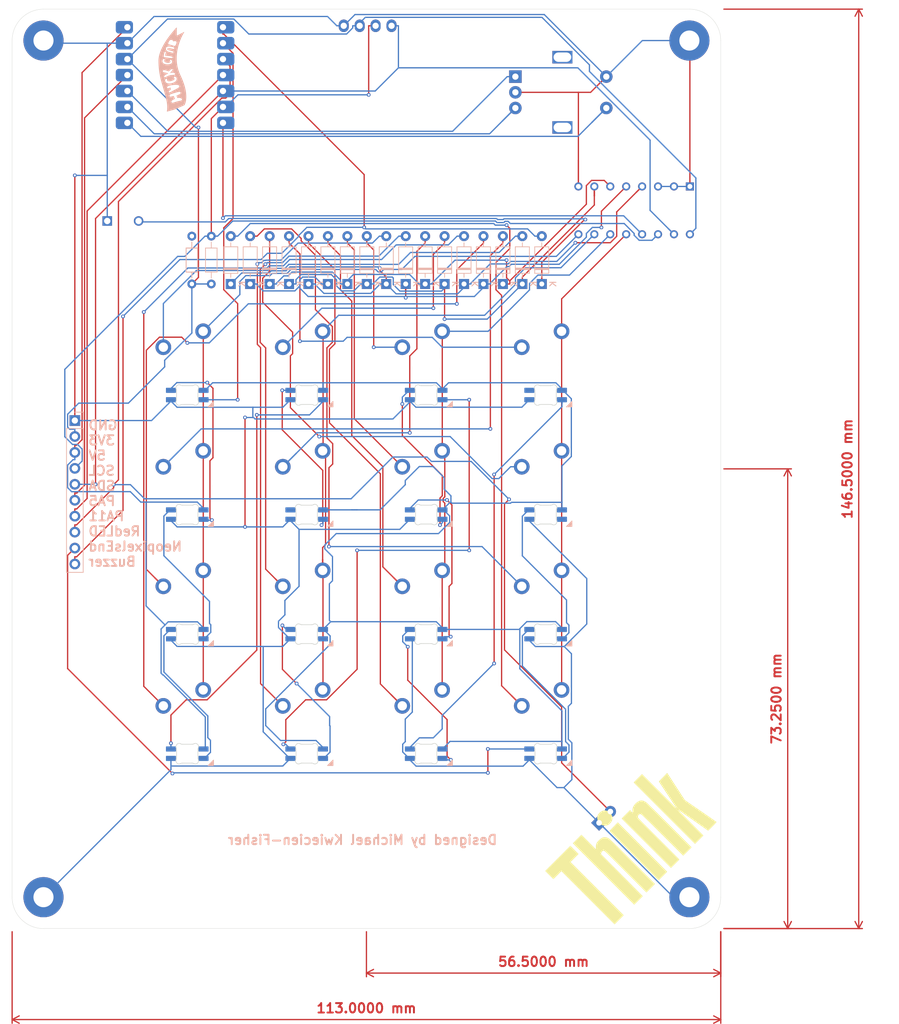
<source format=kicad_pcb>
(kicad_pcb (version 20240108) (generator "pcbnew") (generator_version "8.0")
  (layers (0 "F.Cu" signal) (31 "B.Cu" signal) (34 "B.Paste" user) (35 "F.Paste" user) (36 "B.SilkS" user "B.Silkscreen") (37 "F.SilkS" user "F.Silkscreen") (38 "B.Mask" user) (39 "F.Mask" user) (44 "Edge.Cuts" user))
  (net 0 "")
  (net 1 "3V3")
  (net 2 "SCL")
  (net 3 "SDA")
  (net 4 "GND")
  (net 5 "Buzzer")
  (net 6 "Net-(D1-A)")
  (net 7 "ROW4")
  (net 8 "Net-(D2-A)")
  (net 9 "ROW3")
  (net 10 "Net-(D3-A)")
  (net 11 "ROW2")
  (net 12 "ROW1")
  (net 13 "Net-(D4-A)")
  (net 14 "Net-(D5-A)")
  (net 15 "Net-(D6-A)")
  (net 16 "Net-(D7-A)")
  (net 17 "Net-(D8-A)")
  (net 18 "Net-(D9-A)")
  (net 19 "Net-(D10-A)")
  (net 20 "Net-(D11-A)")
  (net 21 "Net-(D12-A)")
  (net 22 "Net-(D13-A)")
  (net 23 "Net-(D14-A)")
  (net 24 "Net-(D15-A)")
  (net 25 "Net-(D16-A)")
  (net 26 "INT")
  (net 27 "EC11A")
  (net 28 "EC11B")
  (net 29 "EC11SW")
  (net 30 "COL1")
  (net 31 "COL2")
  (net 32 "COL3")
  (net 33 "COL4")
  (net 34 "PA5")
  (net 35 "PA11")
  (net 36 "RedLED")
  (net 37 "Neopixels")
  (net 38 "5V")
  (net 39 "Net-(D17-DOUT)")
  (net 40 "Net-(D18-DOUT)")
  (net 41 "Net-(D19-DOUT)")
  (net 42 "Net-(D20-DOUT)")
  (net 43 "Net-(D21-DOUT)")
  (net 44 "Net-(D22-DOUT)")
  (net 45 "Net-(D23-DOUT)")
  (net 46 "Net-(D24-DOUT)")
  (net 47 "Net-(D25-DOUT)")
  (net 48 "Net-(D26-DOUT)")
  (net 49 "Net-(D27-DOUT)")
  (net 50 "Net-(D28-DOUT)")
  (net 51 "Net-(D29-DOUT)")
  (net 52 "Net-(D30-DOUT)")
  (net 53 "Net-(D31-DOUT)")
  (net 54 "NeoPixelsEnd")
  (net 55 "Net-(D34-K)")
  (footprint "ScottoKeebs_Scotto:MX_Solder_1.00u" (layer "F.Cu") (at 104.8475 121.9125)
    (property "Reference" "SW12" (hide yes))
    (property "Value" "SW_Push")
  )
  (footprint "ScottoKeebs_Scotto:MX_Solder_1.00u" (layer "F.Cu") (at 123.8975 83.8125)
    (property "Reference" "SW14" (hide yes))
    (property "Value" "SW_Push")
  )
  (footprint "ScottoKeebs_Scotto:MX_Solder_1.00u" (layer "F.Cu") (at 66.7475 140.9625)
    (property "Reference" "SW5" (hide yes))
    (property "Value" "SW_Push")
  )
  (footprint "ScottoKeebs_Scotto:MX_Solder_1.00u" (layer "F.Cu") (at 104.8475 140.9625)
    (property "Reference" "SW13" (hide yes))
    (property "Value" "SW_Push")
  )
  (footprint "ScottoKeebs_Scotto:MX_Solder_1.00u" (layer "F.Cu") (at 85.7975 121.9125)
    (property "Reference" "SW8" (hide yes))
    (property "Value" "SW_Push")
  )
  (footprint "ScottoKeebs_Scotto:MX_Solder_1.00u" (layer "F.Cu") (at 85.7975 102.8625)
    (property "Reference" "SW7" (hide yes))
    (property "Value" "SW_Push")
  )
  (footprint "kicad-keyboard-parts.pretty-master:MX_SK6812MINI-E" (layer "F.Cu") (at 123.8975 83.8125)
    (property "Reference" "D29" (hide yes))
    (property "Value" "SK6812MINI")
    (fp_line (start -1.699999 5.782841) (end -1.699999 4.377157) (stroke (width 0.1)) (layer "Edge.Cuts"))
    (fp_line (start -0.794452 3.58) (end 0.794453 3.58) (stroke (width 0.1)) (layer "Edge.Cuts"))
    (fp_line (start 0.794452 6.579999) (end -0.794452 6.579999) (stroke (width 0.1)) (layer "Edge.Cuts"))
    (fp_line (start 1.699999 4.377157) (end 1.699999 5.782841) (stroke (width 0.1)) (layer "Edge.Cuts"))
    (fp_arc (start -1.749484 4.160279) (mid -1.712527 4.265931) (end -1.699999 4.377157) (stroke (width 0.1)) (layer "Edge.Cuts"))
    (fp_arc (start -1.749484 4.160279) (mid -1.638071 3.575964) (end -1.046711 3.5117) (stroke (width 0.1)) (layer "Edge.Cuts"))
    (fp_arc (start -1.699999 5.782842) (mid -1.712527 5.894067) (end -1.749484 5.999719) (stroke (width 0.1)) (layer "Edge.Cuts"))
    (fp_arc (start -1.046711 6.648296) (mid -1.63807 6.584033) (end -1.749484 5.999719) (stroke (width 0.1)) (layer "Edge.Cuts"))
    (fp_arc (start -1.04671 6.648298) (mid -0.925122 6.597376) (end -0.794452 6.579999) (stroke (width 0.1)) (layer "Edge.Cuts"))
    (fp_arc (start -0.794453 3.579999) (mid -0.925123 3.562622) (end -1.046711 3.5117) (stroke (width 0.1)) (layer "Edge.Cuts"))
    (fp_arc (start 0.794452 6.579999) (mid 0.925123 6.597376) (end 1.046711 6.648298) (stroke (width 0.1)) (layer "Edge.Cuts"))
    (fp_arc (start 1.046711 3.511701) (mid 0.925123 3.562623) (end 0.794453 3.58) (stroke (width 0.1)) (layer "Edge.Cuts"))
    (fp_arc (start 1.046711 3.511701) (mid 1.638071 3.575964) (end 1.749484 4.160279) (stroke (width 0.1)) (layer "Edge.Cuts"))
    (fp_arc (start 1.699999 4.377156) (mid 1.712525 4.26593) (end 1.749484 4.160279) (stroke (width 0.1)) (layer "Edge.Cuts"))
    (fp_arc (start 1.749484 5.999718) (mid 1.638072 6.584034) (end 1.046711 6.648298) (stroke (width 0.1)) (layer "Edge.Cuts"))
    (fp_arc (start 1.749484 5.999719) (mid 1.712517 5.89407) (end 1.699999 5.782841) (stroke (width 0.1)) (layer "Edge.Cuts"))
  )
  (footprint "ScottoKeebs_Scotto:MX_Solder_1.00u" (layer "F.Cu") (at 123.8975 102.8625)
    (property "Reference" "SW15" (hide yes))
    (property "Value" "SW_Push")
  )
  (footprint "ScottoKeebs_Scotto:MX_Solder_1.00u" (layer "F.Cu") (at 104.8475 102.8625)
    (property "Reference" "SW11" (hide yes))
    (property "Value" "SW_Push")
  )
  (footprint "Rotary_Encoder:RotaryEncoder_Alps_EC11E-Switch_Vertical_H20mm" (layer "F.Cu") (at 119.0725 38.1575)
    (property "Reference" "SW1" (hide yes))
    (property "Value" "RotaryEncoder_Switch")
  )
  (footprint "buzzer:PS1440P02BT_TDK" (layer "F.Cu") (at 53.9893 61.1575)
    (property "Reference" "U3" (hide yes))
    (property "Value" "PS1440P02BT")
  )
  (footprint "kicad-keyboard-parts.pretty-master:MX_SK6812MINI-E" (layer "F.Cu") (at 85.7975 102.8625)
    (property "Reference" "D22" (hide yes))
    (property "Value" "SK6812MINI")
    (fp_line (start -1.699999 5.782841) (end -1.699999 4.377157) (stroke (width 0.1)) (layer "Edge.Cuts"))
    (fp_line (start -0.794452 3.58) (end 0.794453 3.58) (stroke (width 0.1)) (layer "Edge.Cuts"))
    (fp_line (start 0.794452 6.579999) (end -0.794452 6.579999) (stroke (width 0.1)) (layer "Edge.Cuts"))
    (fp_line (start 1.699999 4.377157) (end 1.699999 5.782841) (stroke (width 0.1)) (layer "Edge.Cuts"))
    (fp_arc (start -1.749484 4.160279) (mid -1.712527 4.265931) (end -1.699999 4.377157) (stroke (width 0.1)) (layer "Edge.Cuts"))
    (fp_arc (start -1.749484 4.160279) (mid -1.638071 3.575964) (end -1.046711 3.5117) (stroke (width 0.1)) (layer "Edge.Cuts"))
    (fp_arc (start -1.699999 5.782842) (mid -1.712527 5.894067) (end -1.749484 5.999719) (stroke (width 0.1)) (layer "Edge.Cuts"))
    (fp_arc (start -1.046711 6.648296) (mid -1.63807 6.584033) (end -1.749484 5.999719) (stroke (width 0.1)) (layer "Edge.Cuts"))
    (fp_arc (start -1.04671 6.648298) (mid -0.925122 6.597376) (end -0.794452 6.579999) (stroke (width 0.1)) (layer "Edge.Cuts"))
    (fp_arc (start -0.794453 3.579999) (mid -0.925123 3.562622) (end -1.046711 3.5117) (stroke (width 0.1)) (layer "Edge.Cuts"))
    (fp_arc (start 0.794452 6.579999) (mid 0.925123 6.597376) (end 1.046711 6.648298) (stroke (width 0.1)) (layer "Edge.Cuts"))
    (fp_arc (start 1.046711 3.511701) (mid 0.925123 3.562623) (end 0.794453 3.58) (stroke (width 0.1)) (layer "Edge.Cuts"))
    (fp_arc (start 1.046711 3.511701) (mid 1.638071 3.575964) (end 1.749484 4.160279) (stroke (width 0.1)) (layer "Edge.Cuts"))
    (fp_arc (start 1.699999 4.377156) (mid 1.712525 4.26593) (end 1.749484 4.160279) (stroke (width 0.1)) (layer "Edge.Cuts"))
    (fp_arc (start 1.749484 5.999718) (mid 1.638072 6.584034) (end 1.046711 6.648298) (stroke (width 0.1)) (layer "Edge.Cuts"))
    (fp_arc (start 1.749484 5.999719) (mid 1.712517 5.89407) (end 1.699999 5.782841) (stroke (width 0.1)) (layer "Edge.Cuts"))
  )
  (footprint "kicad-keyboard-parts.pretty-master:MX_SK6812MINI-E" (layer "F.Cu") (at 123.8975 102.8625)
    (property "Reference" "D30" (hide yes))
    (property "Value" "SK6812MINI")
    (fp_line (start -1.699999 5.782841) (end -1.699999 4.377157) (stroke (width 0.1)) (layer "Edge.Cuts"))
    (fp_line (start -0.794452 3.58) (end 0.794453 3.58) (stroke (width 0.1)) (layer "Edge.Cuts"))
    (fp_line (start 0.794452 6.579999) (end -0.794452 6.579999) (stroke (width 0.1)) (layer "Edge.Cuts"))
    (fp_line (start 1.699999 4.377157) (end 1.699999 5.782841) (stroke (width 0.1)) (layer "Edge.Cuts"))
    (fp_arc (start -1.749484 4.160279) (mid -1.712527 4.265931) (end -1.699999 4.377157) (stroke (width 0.1)) (layer "Edge.Cuts"))
    (fp_arc (start -1.749484 4.160279) (mid -1.638071 3.575964) (end -1.046711 3.5117) (stroke (width 0.1)) (layer "Edge.Cuts"))
    (fp_arc (start -1.699999 5.782842) (mid -1.712527 5.894067) (end -1.749484 5.999719) (stroke (width 0.1)) (layer "Edge.Cuts"))
    (fp_arc (start -1.046711 6.648296) (mid -1.63807 6.584033) (end -1.749484 5.999719) (stroke (width 0.1)) (layer "Edge.Cuts"))
    (fp_arc (start -1.04671 6.648298) (mid -0.925122 6.597376) (end -0.794452 6.579999) (stroke (width 0.1)) (layer "Edge.Cuts"))
    (fp_arc (start -0.794453 3.579999) (mid -0.925123 3.562622) (end -1.046711 3.5117) (stroke (width 0.1)) (layer "Edge.Cuts"))
    (fp_arc (start 0.794452 6.579999) (mid 0.925123 6.597376) (end 1.046711 6.648298) (stroke (width 0.1)) (layer "Edge.Cuts"))
    (fp_arc (start 1.046711 3.511701) (mid 0.925123 3.562623) (end 0.794453 3.58) (stroke (width 0.1)) (layer "Edge.Cuts"))
    (fp_arc (start 1.046711 3.511701) (mid 1.638071 3.575964) (end 1.749484 4.160279) (stroke (width 0.1)) (layer "Edge.Cuts"))
    (fp_arc (start 1.699999 4.377156) (mid 1.712525 4.26593) (end 1.749484 4.160279) (stroke (width 0.1)) (layer "Edge.Cuts"))
    (fp_arc (start 1.749484 5.999718) (mid 1.638072 6.584034) (end 1.046711 6.648298) (stroke (width 0.1)) (layer "Edge.Cuts"))
    (fp_arc (start 1.749484 5.999719) (mid 1.712517 5.89407) (end 1.699999 5.782841) (stroke (width 0.1)) (layer "Edge.Cuts"))
  )
  (footprint "MountingHole:MountingHole_3.2mm_M3_Pad" (layer "F.Cu") (at 43.8225 32.4075)
    (property "Reference" "H2" (hide yes))
    (property "Value" "MountingHole_Pad")
  )
  (footprint "kicad-keyboard-parts.pretty-master:MX_SK6812MINI-E" (layer "F.Cu") (at 104.8475 102.8625)
    (property "Reference" "D26" (hide yes))
    (property "Value" "SK6812MINI")
    (fp_line (start -1.699999 5.782841) (end -1.699999 4.377157) (stroke (width 0.1)) (layer "Edge.Cuts"))
    (fp_line (start -0.794452 3.58) (end 0.794453 3.58) (stroke (width 0.1)) (layer "Edge.Cuts"))
    (fp_line (start 0.794452 6.579999) (end -0.794452 6.579999) (stroke (width 0.1)) (layer "Edge.Cuts"))
    (fp_line (start 1.699999 4.377157) (end 1.699999 5.782841) (stroke (width 0.1)) (layer "Edge.Cuts"))
    (fp_arc (start -1.749484 4.160279) (mid -1.712527 4.265931) (end -1.699999 4.377157) (stroke (width 0.1)) (layer "Edge.Cuts"))
    (fp_arc (start -1.749484 4.160279) (mid -1.638071 3.575964) (end -1.046711 3.5117) (stroke (width 0.1)) (layer "Edge.Cuts"))
    (fp_arc (start -1.699999 5.782842) (mid -1.712527 5.894067) (end -1.749484 5.999719) (stroke (width 0.1)) (layer "Edge.Cuts"))
    (fp_arc (start -1.046711 6.648296) (mid -1.63807 6.584033) (end -1.749484 5.999719) (stroke (width 0.1)) (layer "Edge.Cuts"))
    (fp_arc (start -1.04671 6.648298) (mid -0.925122 6.597376) (end -0.794452 6.579999) (stroke (width 0.1)) (layer "Edge.Cuts"))
    (fp_arc (start -0.794453 3.579999) (mid -0.925123 3.562622) (end -1.046711 3.5117) (stroke (width 0.1)) (layer "Edge.Cuts"))
    (fp_arc (start 0.794452 6.579999) (mid 0.925123 6.597376) (end 1.046711 6.648298) (stroke (width 0.1)) (layer "Edge.Cuts"))
    (fp_arc (start 1.046711 3.511701) (mid 0.925123 3.562623) (end 0.794453 3.58) (stroke (width 0.1)) (layer "Edge.Cuts"))
    (fp_arc (start 1.046711 3.511701) (mid 1.638071 3.575964) (end 1.749484 4.160279) (stroke (width 0.1)) (layer "Edge.Cuts"))
    (fp_arc (start 1.699999 4.377156) (mid 1.712525 4.26593) (end 1.749484 4.160279) (stroke (width 0.1)) (layer "Edge.Cuts"))
    (fp_arc (start 1.749484 5.999718) (mid 1.638072 6.584034) (end 1.046711 6.648298) (stroke (width 0.1)) (layer "Edge.Cuts"))
    (fp_arc (start 1.749484 5.999719) (mid 1.712517 5.89407) (end 1.699999 5.782841) (stroke (width 0.1)) (layer "Edge.Cuts"))
  )
  (footprint "kicad-keyboard-parts.pretty-master:MX_SK6812MINI-E" (layer "F.Cu") (at 104.8475 140.9625)
    (property "Reference" "D28" (hide yes))
    (property "Value" "SK6812MINI")
    (fp_line (start -1.699999 5.782841) (end -1.699999 4.377157) (stroke (width 0.1)) (layer "Edge.Cuts"))
    (fp_line (start -0.794452 3.58) (end 0.794453 3.58) (stroke (width 0.1)) (layer "Edge.Cuts"))
    (fp_line (start 0.794452 6.579999) (end -0.794452 6.579999) (stroke (width 0.1)) (layer "Edge.Cuts"))
    (fp_line (start 1.699999 4.377157) (end 1.699999 5.782841) (stroke (width 0.1)) (layer "Edge.Cuts"))
    (fp_arc (start -1.749484 4.160279) (mid -1.712527 4.265931) (end -1.699999 4.377157) (stroke (width 0.1)) (layer "Edge.Cuts"))
    (fp_arc (start -1.749484 4.160279) (mid -1.638071 3.575964) (end -1.046711 3.5117) (stroke (width 0.1)) (layer "Edge.Cuts"))
    (fp_arc (start -1.699999 5.782842) (mid -1.712527 5.894067) (end -1.749484 5.999719) (stroke (width 0.1)) (layer "Edge.Cuts"))
    (fp_arc (start -1.046711 6.648296) (mid -1.63807 6.584033) (end -1.749484 5.999719) (stroke (width 0.1)) (layer "Edge.Cuts"))
    (fp_arc (start -1.04671 6.648298) (mid -0.925122 6.597376) (end -0.794452 6.579999) (stroke (width 0.1)) (layer "Edge.Cuts"))
    (fp_arc (start -0.794453 3.579999) (mid -0.925123 3.562622) (end -1.046711 3.5117) (stroke (width 0.1)) (layer "Edge.Cuts"))
    (fp_arc (start 0.794452 6.579999) (mid 0.925123 6.597376) (end 1.046711 6.648298) (stroke (width 0.1)) (layer "Edge.Cuts"))
    (fp_arc (start 1.046711 3.511701) (mid 0.925123 3.562623) (end 0.794453 3.58) (stroke (width 0.1)) (layer "Edge.Cuts"))
    (fp_arc (start 1.046711 3.511701) (mid 1.638071 3.575964) (end 1.749484 4.160279) (stroke (width 0.1)) (layer "Edge.Cuts"))
    (fp_arc (start 1.699999 4.377156) (mid 1.712525 4.26593) (end 1.749484 4.160279) (stroke (width 0.1)) (layer "Edge.Cuts"))
    (fp_arc (start 1.749484 5.999718) (mid 1.638072 6.584034) (end 1.046711 6.648298) (stroke (width 0.1)) (layer "Edge.Cuts"))
    (fp_arc (start 1.749484 5.999719) (mid 1.712517 5.89407) (end 1.699999 5.782841) (stroke (width 0.1)) (layer "Edge.Cuts"))
  )
  (footprint "PCF8574A:N16_TEX" (layer "F.Cu") (at 146.9025 55.6575 -90)
    (property "Reference" "U2" (hide yes))
    (property "Value" "PCF8574A" (hide yes))
  )
  (footprint "ScottoKeebs_Scotto:MX_Solder_1.00u" (layer "F.Cu") (at 85.7975 140.9625)
    (property "Reference" "SW9" (hide yes))
    (property "Value" "SW_Push")
  )
  (footprint "ScottoKeebs_Scotto:MX_Solder_1.00u" (layer "F.Cu") (at 104.8475 83.8125)
    (property "Reference" "SW10" (hide yes))
    (property "Value" "SW_Push")
  )
  (footprint "MountingHole:MountingHole_3.2mm_M3_Pad" (layer "F.Cu") (at 146.8225 168.9075)
    (property "Reference" "H3" (hide yes))
    (property "Value" "MountingHole_Pad")
  )
  (footprint "MountingHole:MountingHole_3.2mm_M3_Pad" (layer "F.Cu") (at 43.8225 168.9075)
    (property "Reference" "H4" (hide yes))
    (property "Value" "MountingHole_Pad")
  )
  (footprint "kicad-keyboard-parts.pretty-master:MX_SK6812MINI-E" (layer "F.Cu") (at 66.7475 102.8625)
    (property "Reference" "D18" (hide yes))
    (property "Value" "SK6812MINI")
    (fp_line (start -1.699999 5.782841) (end -1.699999 4.377157) (stroke (width 0.1)) (layer "Edge.Cuts"))
    (fp_line (start -0.794452 3.58) (end 0.794453 3.58) (stroke (width 0.1)) (layer "Edge.Cuts"))
    (fp_line (start 0.794452 6.579999) (end -0.794452 6.579999) (stroke (width 0.1)) (layer "Edge.Cuts"))
    (fp_line (start 1.699999 4.377157) (end 1.699999 5.782841) (stroke (width 0.1)) (layer "Edge.Cuts"))
    (fp_arc (start -1.749484 4.160279) (mid -1.712527 4.265931) (end -1.699999 4.377157) (stroke (width 0.1)) (layer "Edge.Cuts"))
    (fp_arc (start -1.749484 4.160279) (mid -1.638071 3.575964) (end -1.046711 3.5117) (stroke (width 0.1)) (layer "Edge.Cuts"))
    (fp_arc (start -1.699999 5.782842) (mid -1.712527 5.894067) (end -1.749484 5.999719) (stroke (width 0.1)) (layer "Edge.Cuts"))
    (fp_arc (start -1.046711 6.648296) (mid -1.63807 6.584033) (end -1.749484 5.999719) (stroke (width 0.1)) (layer "Edge.Cuts"))
    (fp_arc (start -1.04671 6.648298) (mid -0.925122 6.597376) (end -0.794452 6.579999) (stroke (width 0.1)) (layer "Edge.Cuts"))
    (fp_arc (start -0.794453 3.579999) (mid -0.925123 3.562622) (end -1.046711 3.5117) (stroke (width 0.1)) (layer "Edge.Cuts"))
    (fp_arc (start 0.794452 6.579999) (mid 0.925123 6.597376) (end 1.046711 6.648298) (stroke (width 0.1)) (layer "Edge.Cuts"))
    (fp_arc (start 1.046711 3.511701) (mid 0.925123 3.562623) (end 0.794453 3.58) (stroke (width 0.1)) (layer "Edge.Cuts"))
    (fp_arc (start 1.046711 3.511701) (mid 1.638071 3.575964) (end 1.749484 4.160279) (stroke (width 0.1)) (layer "Edge.Cuts"))
    (fp_arc (start 1.699999 4.377156) (mid 1.712525 4.26593) (end 1.749484 4.160279) (stroke (width 0.1)) (layer "Edge.Cuts"))
    (fp_arc (start 1.749484 5.999718) (mid 1.638072 6.584034) (end 1.046711 6.648298) (stroke (width 0.1)) (layer "Edge.Cuts"))
    (fp_arc (start 1.749484 5.999719) (mid 1.712517 5.89407) (end 1.699999 5.782841) (stroke (width 0.1)) (layer "Edge.Cuts"))
  )
  (footprint "kicad-keyboard-parts.pretty-master:MX_SK6812MINI-E" (layer "F.Cu") (at 66.7475 121.9125)
    (property "Reference" "D19" (hide yes))
    (property "Value" "SK6812MINI")
    (fp_line (start -1.699999 5.782841) (end -1.699999 4.377157) (stroke (width 0.1)) (layer "Edge.Cuts"))
    (fp_line (start -0.794452 3.58) (end 0.794453 3.58) (stroke (width 0.1)) (layer "Edge.Cuts"))
    (fp_line (start 0.794452 6.579999) (end -0.794452 6.579999) (stroke (width 0.1)) (layer "Edge.Cuts"))
    (fp_line (start 1.699999 4.377157) (end 1.699999 5.782841) (stroke (width 0.1)) (layer "Edge.Cuts"))
    (fp_arc (start -1.749484 4.160279) (mid -1.712527 4.265931) (end -1.699999 4.377157) (stroke (width 0.1)) (layer "Edge.Cuts"))
    (fp_arc (start -1.749484 4.160279) (mid -1.638071 3.575964) (end -1.046711 3.5117) (stroke (width 0.1)) (layer "Edge.Cuts"))
    (fp_arc (start -1.699999 5.782842) (mid -1.712527 5.894067) (end -1.749484 5.999719) (stroke (width 0.1)) (layer "Edge.Cuts"))
    (fp_arc (start -1.046711 6.648296) (mid -1.63807 6.584033) (end -1.749484 5.999719) (stroke (width 0.1)) (layer "Edge.Cuts"))
    (fp_arc (start -1.04671 6.648298) (mid -0.925122 6.597376) (end -0.794452 6.579999) (stroke (width 0.1)) (layer "Edge.Cuts"))
    (fp_arc (start -0.794453 3.579999) (mid -0.925123 3.562622) (end -1.046711 3.5117) (stroke (width 0.1)) (layer "Edge.Cuts"))
    (fp_arc (start 0.794452 6.579999) (mid 0.925123 6.597376) (end 1.046711 6.648298) (stroke (width 0.1)) (layer "Edge.Cuts"))
    (fp_arc (start 1.046711 3.511701) (mid 0.925123 3.562623) (end 0.794453 3.58) (stroke (width 0.1)) (layer "Edge.Cuts"))
    (fp_arc (start 1.046711 3.511701) (mid 1.638071 3.575964) (end 1.749484 4.160279) (stroke (width 0.1)) (layer "Edge.Cuts"))
    (fp_arc (start 1.699999 4.377156) (mid 1.712525 4.26593) (end 1.749484 4.160279) (stroke (width 0.1)) (layer "Edge.Cuts"))
    (fp_arc (start 1.749484 5.999718) (mid 1.638072 6.584034) (end 1.046711 6.648298) (stroke (width 0.1)) (layer "Edge.Cuts"))
    (fp_arc (start 1.749484 5.999719) (mid 1.712517 5.89407) (end 1.699999 5.782841) (stroke (width 0.1)) (layer "Edge.Cuts"))
  )
  (footprint "ScottoKeebs_Scotto:MX_Solder_1.00u" (layer "F.Cu") (at 123.8975 140.9625)
    (property "Reference" "SW17" (hide yes))
    (property "Value" "SW_Push")
  )
  (footprint "kicad-keyboard-parts.pretty-master:MX_SK6812MINI-E" (layer "F.Cu") (at 123.8975 121.9125)
    (property "Reference" "D31" (hide yes))
    (property "Value" "SK6812MINI")
    (fp_line (start -1.699999 5.782841) (end -1.699999 4.377157) (stroke (width 0.1)) (layer "Edge.Cuts"))
    (fp_line (start -0.794452 3.58) (end 0.794453 3.58) (stroke (width 0.1)) (layer "Edge.Cuts"))
    (fp_line (start 0.794452 6.579999) (end -0.794452 6.579999) (stroke (width 0.1)) (layer "Edge.Cuts"))
    (fp_line (start 1.699999 4.377157) (end 1.699999 5.782841) (stroke (width 0.1)) (layer "Edge.Cuts"))
    (fp_arc (start -1.749484 4.160279) (mid -1.712527 4.265931) (end -1.699999 4.377157) (stroke (width 0.1)) (layer "Edge.Cuts"))
    (fp_arc (start -1.749484 4.160279) (mid -1.638071 3.575964) (end -1.046711 3.5117) (stroke (width 0.1)) (layer "Edge.Cuts"))
    (fp_arc (start -1.699999 5.782842) (mid -1.712527 5.894067) (end -1.749484 5.999719) (stroke (width 0.1)) (layer "Edge.Cuts"))
    (fp_arc (start -1.046711 6.648296) (mid -1.63807 6.584033) (end -1.749484 5.999719) (stroke (width 0.1)) (layer "Edge.Cuts"))
    (fp_arc (start -1.04671 6.648298) (mid -0.925122 6.597376) (end -0.794452 6.579999) (stroke (width 0.1)) (layer "Edge.Cuts"))
    (fp_arc (start -0.794453 3.579999) (mid -0.925123 3.562622) (end -1.046711 3.5117) (stroke (width 0.1)) (layer "Edge.Cuts"))
    (fp_arc (start 0.794452 6.579999) (mid 0.925123 6.597376) (end 1.046711 6.648298) (stroke (width 0.1)) (layer "Edge.Cuts"))
    (fp_arc (start 1.046711 3.511701) (mid 0.925123 3.562623) (end 0.794453 3.58) (stroke (width 0.1)) (layer "Edge.Cuts"))
    (fp_arc (start 1.046711 3.511701) (mid 1.638071 3.575964) (end 1.749484 4.160279) (stroke (width 0.1)) (layer "Edge.Cuts"))
    (fp_arc (start 1.699999 4.377156) (mid 1.712525 4.26593) (end 1.749484 4.160279) (stroke (width 0.1)) (layer "Edge.Cuts"))
    (fp_arc (start 1.749484 5.999718) (mid 1.638072 6.584034) (end 1.046711 6.648298) (stroke (width 0.1)) (layer "Edge.Cuts"))
    (fp_arc (start 1.749484 5.999719) (mid 1.712517 5.89407) (end 1.699999 5.782841) (stroke (width 0.1)) (layer "Edge.Cuts"))
  )
  (footprint "LOGO" (layer "F.Cu") (at 137.3225 160.657501 45)
    (property "Reference" "G***" (hide yes))
    (property "Value" "LOGO" (hide yes))
  )
  (footprint "ScottoKeebs_Scotto:MX_Solder_1.00u" (layer "F.Cu") (at 66.7475 121.9125)
    (property "Reference" "SW4" (hide yes))
    (property "Value" "SW_Push")
  )
  (footprint "LED_THT:LED_D1.8mm_W3.3mm_H2.4mm" (layer "F.Cu") (at 132.4209 157.0591 45)
    (property "Reference" "D33" (hide yes))
    (property "Value" "LED")
  )
  (footprint "kicad-keyboard-parts.pretty-master:MX_SK6812MINI-E" (layer "F.Cu") (at 85.7975 140.9625)
    (property "Reference" "D24" (hide yes))
    (property "Value" "SK6812MINI")
    (fp_line (start -1.699999 5.782841) (end -1.699999 4.377157) (stroke (width 0.1)) (layer "Edge.Cuts"))
    (fp_line (start -0.794452 3.58) (end 0.794453 3.58) (stroke (width 0.1)) (layer "Edge.Cuts"))
    (fp_line (start 0.794452 6.579999) (end -0.794452 6.579999) (stroke (width 0.1)) (layer "Edge.Cuts"))
    (fp_line (start 1.699999 4.377157) (end 1.699999 5.782841) (stroke (width 0.1)) (layer "Edge.Cuts"))
    (fp_arc (start -1.749484 4.160279) (mid -1.712527 4.265931) (end -1.699999 4.377157) (stroke (width 0.1)) (layer "Edge.Cuts"))
    (fp_arc (start -1.749484 4.160279) (mid -1.638071 3.575964) (end -1.046711 3.5117) (stroke (width 0.1)) (layer "Edge.Cuts"))
    (fp_arc (start -1.699999 5.782842) (mid -1.712527 5.894067) (end -1.749484 5.999719) (stroke (width 0.1)) (layer "Edge.Cuts"))
    (fp_arc (start -1.046711 6.648296) (mid -1.63807 6.584033) (end -1.749484 5.999719) (stroke (width 0.1)) (layer "Edge.Cuts"))
    (fp_arc (start -1.04671 6.648298) (mid -0.925122 6.597376) (end -0.794452 6.579999) (stroke (width 0.1)) (layer "Edge.Cuts"))
    (fp_arc (start -0.794453 3.579999) (mid -0.925123 3.562622) (end -1.046711 3.5117) (stroke (width 0.1)) (layer "Edge.Cuts"))
    (fp_arc (start 0.794452 6.579999) (mid 0.925123 6.597376) (end 1.046711 6.648298) (stroke (width 0.1)) (layer "Edge.Cuts"))
    (fp_arc (start 1.046711 3.511701) (mid 0.925123 3.562623) (end 0.794453 3.58) (stroke (width 0.1)) (layer "Edge.Cuts"))
    (fp_arc (start 1.046711 3.511701) (mid 1.638071 3.575964) (end 1.749484 4.160279) (stroke (width 0.1)) (layer "Edge.Cuts"))
    (fp_arc (start 1.699999 4.377156) (mid 1.712525 4.26593) (end 1.749484 4.160279) (stroke (width 0.1)) (layer "Edge.Cuts"))
    (fp_arc (start 1.749484 5.999718) (mid 1.638072 6.584034) (end 1.046711 6.648298) (stroke (width 0.1)) (layer "Edge.Cuts"))
    (fp_arc (start 1.749484 5.999719) (mid 1.712517 5.89407) (end 1.699999 5.782841) (stroke (width 0.1)) (layer "Edge.Cuts"))
  )
  (footprint "kicad-keyboard-parts.pretty-master:MX_SK6812MINI-E" (layer "F.Cu") (at 123.8975 140.9625)
    (property "Reference" "D32" (hide yes))
    (property "Value" "SK6812MINI")
    (fp_line (start -1.699999 5.782841) (end -1.699999 4.377157) (stroke (width 0.1)) (layer "Edge.Cuts"))
    (fp_line (start -0.794452 3.58) (end 0.794453 3.58) (stroke (width 0.1)) (layer "Edge.Cuts"))
    (fp_line (start 0.794452 6.579999) (end -0.794452 6.579999) (stroke (width 0.1)) (layer "Edge.Cuts"))
    (fp_line (start 1.699999 4.377157) (end 1.699999 5.782841) (stroke (width 0.1)) (layer "Edge.Cuts"))
    (fp_arc (start -1.749484 4.160279) (mid -1.712527 4.265931) (end -1.699999 4.377157) (stroke (width 0.1)) (layer "Edge.Cuts"))
    (fp_arc (start -1.749484 4.160279) (mid -1.638071 3.575964) (end -1.046711 3.5117) (stroke (width 0.1)) (layer "Edge.Cuts"))
    (fp_arc (start -1.699999 5.782842) (mid -1.712527 5.894067) (end -1.749484 5.999719) (stroke (width 0.1)) (layer "Edge.Cuts"))
    (fp_arc (start -1.046711 6.648296) (mid -1.63807 6.584033) (end -1.749484 5.999719) (stroke (width 0.1)) (layer "Edge.Cuts"))
    (fp_arc (start -1.04671 6.648298) (mid -0.925122 6.597376) (end -0.794452 6.579999) (stroke (width 0.1)) (layer "Edge.Cuts"))
    (fp_arc (start -0.794453 3.579999) (mid -0.925123 3.562622) (end -1.046711 3.5117) (stroke (width 0.1)) (layer "Edge.Cuts"))
    (fp_arc (start 0.794452 6.579999) (mid 0.925123 6.597376) (end 1.046711 6.648298) (stroke (width 0.1)) (layer "Edge.Cuts"))
    (fp_arc (start 1.046711 3.511701) (mid 0.925123 3.562623) (end 0.794453 3.58) (stroke (width 0.1)) (layer "Edge.Cuts"))
    (fp_arc (start 1.046711 3.511701) (mid 1.638071 3.575964) (end 1.749484 4.160279) (stroke (width 0.1)) (layer "Edge.Cuts"))
    (fp_arc (start 1.699999 4.377156) (mid 1.712525 4.26593) (end 1.749484 4.160279) (stroke (width 0.1)) (layer "Edge.Cuts"))
    (fp_arc (start 1.749484 5.999718) (mid 1.638072 6.584034) (end 1.046711 6.648298) (stroke (width 0.1)) (layer "Edge.Cuts"))
    (fp_arc (start 1.749484 5.999719) (mid 1.712517 5.89407) (end 1.699999 5.782841) (stroke (width 0.1)) (layer "Edge.Cuts"))
  )
  (footprint "ScottoKeebs_Scotto:MX_Solder_1.00u" (layer "F.Cu") (at 123.8975 121.9125)
    (property "Reference" "SW16" (hide yes))
    (property "Value" "SW_Push")
  )
  (footprint "ScottoKeebs_Scotto:MX_Solder_1.00u" (layer "F.Cu") (at 66.7475 102.8625)
    (property "Reference" "SW3" (hide yes))
    (property "Value" "SW_Push")
  )
  (footprint "kicad-keyboard-parts.pretty-master:MX_SK6812MINI-E" (layer "F.Cu") (at 85.7975 121.9125)
    (property "Reference" "D23" (hide yes))
    (property "Value" "SK6812MINI")
    (fp_line (start -1.699999 5.782841) (end -1.699999 4.377157) (stroke (width 0.1)) (layer "Edge.Cuts"))
    (fp_line (start -0.794452 3.58) (end 0.794453 3.58) (stroke (width 0.1)) (layer "Edge.Cuts"))
    (fp_line (start 0.794452 6.579999) (end -0.794452 6.579999) (stroke (width 0.1)) (layer "Edge.Cuts"))
    (fp_line (start 1.699999 4.377157) (end 1.699999 5.782841) (stroke (width 0.1)) (layer "Edge.Cuts"))
    (fp_arc (start -1.749484 4.160279) (mid -1.712527 4.265931) (end -1.699999 4.377157) (stroke (width 0.1)) (layer "Edge.Cuts"))
    (fp_arc (start -1.749484 4.160279) (mid -1.638071 3.575964) (end -1.046711 3.5117) (stroke (width 0.1)) (layer "Edge.Cuts"))
    (fp_arc (start -1.699999 5.782842) (mid -1.712527 5.894067) (end -1.749484 5.999719) (stroke (width 0.1)) (layer "Edge.Cuts"))
    (fp_arc (start -1.046711 6.648296) (mid -1.63807 6.584033) (end -1.749484 5.999719) (stroke (width 0.1)) (layer "Edge.Cuts"))
    (fp_arc (start -1.04671 6.648298) (mid -0.925122 6.597376) (end -0.794452 6.579999) (stroke (width 0.1)) (layer "Edge.Cuts"))
    (fp_arc (start -0.794453 3.579999) (mid -0.925123 3.562622) (end -1.046711 3.5117) (stroke (width 0.1)) (layer "Edge.Cuts"))
    (fp_arc (start 0.794452 6.579999) (mid 0.925123 6.597376) (end 1.046711 6.648298) (stroke (width 0.1)) (layer "Edge.Cuts"))
    (fp_arc (start 1.046711 3.511701) (mid 0.925123 3.562623) (end 0.794453 3.58) (stroke (width 0.1)) (layer "Edge.Cuts"))
    (fp_arc (start 1.046711 3.511701) (mid 1.638071 3.575964) (end 1.749484 4.160279) (stroke (width 0.1)) (layer "Edge.Cuts"))
    (fp_arc (start 1.699999 4.377156) (mid 1.712525 4.26593) (end 1.749484 4.160279) (stroke (width 0.1)) (layer "Edge.Cuts"))
    (fp_arc (start 1.749484 5.999718) (mid 1.638072 6.584034) (end 1.046711 6.648298) (stroke (width 0.1)) (layer "Edge.Cuts"))
    (fp_arc (start 1.749484 5.999719) (mid 1.712517 5.89407) (end 1.699999 5.782841) (stroke (width 0.1)) (layer "Edge.Cuts"))
  )
  (footprint "SSD1306:128x64OLED" (layer "F.Cu") (at 95.3225 40.6575)
    (property "Reference" "Brd1" (hide yes))
    (property "Value" "SSD1306")
  )
  (footprint "MountingHole:MountingHole_3.2mm_M3_Pad" (layer "F.Cu") (at 146.8225 32.4075)
    (property "Reference" "H1" (hide yes))
    (property "Value" "MountingHole_Pad")
  )
  (footprint "kicad-keyboard-parts.pretty-master:MX_SK6812MINI-E" (layer "F.Cu") (at 104.8475 83.8125)
    (property "Reference" "D25" (hide yes))
    (property "Value" "SK6812MINI")
    (fp_line (start -1.699999 5.782841) (end -1.699999 4.377157) (stroke (width 0.1)) (layer "Edge.Cuts"))
    (fp_line (start -0.794452 3.58) (end 0.794453 3.58) (stroke (width 0.1)) (layer "Edge.Cuts"))
    (fp_line (start 0.794452 6.579999) (end -0.794452 6.579999) (stroke (width 0.1)) (layer "Edge.Cuts"))
    (fp_line (start 1.699999 4.377157) (end 1.699999 5.782841) (stroke (width 0.1)) (layer "Edge.Cuts"))
    (fp_arc (start -1.749484 4.160279) (mid -1.712527 4.265931) (end -1.699999 4.377157) (stroke (width 0.1)) (layer "Edge.Cuts"))
    (fp_arc (start -1.749484 4.160279) (mid -1.638071 3.575964) (end -1.046711 3.5117) (stroke (width 0.1)) (layer "Edge.Cuts"))
    (fp_arc (start -1.699999 5.782842) (mid -1.712527 5.894067) (end -1.749484 5.999719) (stroke (width 0.1)) (layer "Edge.Cuts"))
    (fp_arc (start -1.046711 6.648296) (mid -1.63807 6.584033) (end -1.749484 5.999719) (stroke (width 0.1)) (layer "Edge.Cuts"))
    (fp_arc (start -1.04671 6.648298) (mid -0.925122 6.597376) (end -0.794452 6.579999) (stroke (width 0.1)) (layer "Edge.Cuts"))
    (fp_arc (start -0.794453 3.579999) (mid -0.925123 3.562622) (end -1.046711 3.5117) (stroke (width 0.1)) (layer "Edge.Cuts"))
    (fp_arc (start 0.794452 6.579999) (mid 0.925123 6.597376) (end 1.046711 6.648298) (stroke (width 0.1)) (layer "Edge.Cuts"))
    (fp_arc (start 1.046711 3.511701) (mid 0.925123 3.562623) (end 0.794453 3.58) (stroke (width 0.1)) (layer "Edge.Cuts"))
    (fp_arc (start 1.046711 3.511701) (mid 1.638071 3.575964) (end 1.749484 4.160279) (stroke (width 0.1)) (layer "Edge.Cuts"))
    (fp_arc (start 1.699999 4.377156) (mid 1.712525 4.26593) (end 1.749484 4.160279) (stroke (width 0.1)) (layer "Edge.Cuts"))
    (fp_arc (start 1.749484 5.999718) (mid 1.638072 6.584034) (end 1.046711 6.648298) (stroke (width 0.1)) (layer "Edge.Cuts"))
    (fp_arc (start 1.749484 5.999719) (mid 1.712517 5.89407) (end 1.699999 5.782841) (stroke (width 0.1)) (layer "Edge.Cuts"))
  )
  (footprint "kicad-keyboard-parts.pretty-master:MX_SK6812MINI-E" (layer "F.Cu") (at 85.7975 83.8125)
    (property "Reference" "D21" (hide yes))
    (property "Value" "SK6812MINI")
    (fp_line (start -1.699999 5.782841) (end -1.699999 4.377157) (stroke (width 0.1)) (layer "Edge.Cuts"))
    (fp_line (start -0.794452 3.58) (end 0.794453 3.58) (stroke (width 0.1)) (layer "Edge.Cuts"))
    (fp_line (start 0.794452 6.579999) (end -0.794452 6.579999) (stroke (width 0.1)) (layer "Edge.Cuts"))
    (fp_line (start 1.699999 4.377157) (end 1.699999 5.782841) (stroke (width 0.1)) (layer "Edge.Cuts"))
    (fp_arc (start -1.749484 4.160279) (mid -1.712527 4.265931) (end -1.699999 4.377157) (stroke (width 0.1)) (layer "Edge.Cuts"))
    (fp_arc (start -1.749484 4.160279) (mid -1.638071 3.575964) (end -1.046711 3.5117) (stroke (width 0.1)) (layer "Edge.Cuts"))
    (fp_arc (start -1.699999 5.782842) (mid -1.712527 5.894067) (end -1.749484 5.999719) (stroke (width 0.1)) (layer "Edge.Cuts"))
    (fp_arc (start -1.046711 6.648296) (mid -1.63807 6.584033) (end -1.749484 5.999719) (stroke (width 0.1)) (layer "Edge.Cuts"))
    (fp_arc (start -1.04671 6.648298) (mid -0.925122 6.597376) (end -0.794452 6.579999) (stroke (width 0.1)) (layer "Edge.Cuts"))
    (fp_arc (start -0.794453 3.579999) (mid -0.925123 3.562622) (end -1.046711 3.5117) (stroke (width 0.1)) (layer "Edge.Cuts"))
    (fp_arc (start 0.794452 6.579999) (mid 0.925123 6.597376) (end 1.046711 6.648298) (stroke (width 0.1)) (layer "Edge.Cuts"))
    (fp_arc (start 1.046711 3.511701) (mid 0.925123 3.562623) (end 0.794453 3.58) (stroke (width 0.1)) (layer "Edge.Cuts"))
    (fp_arc (start 1.046711 3.511701) (mid 1.638071 3.575964) (end 1.749484 4.160279) (stroke (width 0.1)) (layer "Edge.Cuts"))
    (fp_arc (start 1.699999 4.377156) (mid 1.712525 4.26593) (end 1.749484 4.160279) (stroke (width 0.1)) (layer "Edge.Cuts"))
    (fp_arc (start 1.749484 5.999718) (mid 1.638072 6.584034) (end 1.046711 6.648298) (stroke (width 0.1)) (layer "Edge.Cuts"))
    (fp_arc (start 1.749484 5.999719) (mid 1.712517 5.89407) (end 1.699999 5.782841) (stroke (width 0.1)) (layer "Edge.Cuts"))
  )
  (footprint "ScottoKeebs_Scotto:MX_Solder_1.00u" (layer "F.Cu") (at 85.7975 83.8125)
    (property "Reference" "SW6" (hide yes))
    (property "Value" "SW_Push")
  )
  (footprint "kicad-keyboard-parts.pretty-master:MX_SK6812MINI-E" (layer "F.Cu") (at 104.8475 121.9125)
    (property "Reference" "D27" (hide yes))
    (property "Value" "SK6812MINI")
    (fp_line (start -1.699999 5.782841) (end -1.699999 4.377157) (stroke (width 0.1)) (layer "Edge.Cuts"))
    (fp_line (start -0.794452 3.58) (end 0.794453 3.58) (stroke (width 0.1)) (layer "Edge.Cuts"))
    (fp_line (start 0.794452 6.579999) (end -0.794452 6.579999) (stroke (width 0.1)) (layer "Edge.Cuts"))
    (fp_line (start 1.699999 4.377157) (end 1.699999 5.782841) (stroke (width 0.1)) (layer "Edge.Cuts"))
    (fp_arc (start -1.749484 4.160279) (mid -1.712527 4.265931) (end -1.699999 4.377157) (stroke (width 0.1)) (layer "Edge.Cuts"))
    (fp_arc (start -1.749484 4.160279) (mid -1.638071 3.575964) (end -1.046711 3.5117) (stroke (width 0.1)) (layer "Edge.Cuts"))
    (fp_arc (start -1.699999 5.782842) (mid -1.712527 5.894067) (end -1.749484 5.999719) (stroke (width 0.1)) (layer "Edge.Cuts"))
    (fp_arc (start -1.046711 6.648296) (mid -1.63807 6.584033) (end -1.749484 5.999719) (stroke (width 0.1)) (layer "Edge.Cuts"))
    (fp_arc (start -1.04671 6.648298) (mid -0.925122 6.597376) (end -0.794452 6.579999) (stroke (width 0.1)) (layer "Edge.Cuts"))
    (fp_arc (start -0.794453 3.579999) (mid -0.925123 3.562622) (end -1.046711 3.5117) (stroke (width 0.1)) (layer "Edge.Cuts"))
    (fp_arc (start 0.794452 6.579999) (mid 0.925123 6.597376) (end 1.046711 6.648298) (stroke (width 0.1)) (layer "Edge.Cuts"))
    (fp_arc (start 1.046711 3.511701) (mid 0.925123 3.562623) (end 0.794453 3.58) (stroke (width 0.1)) (layer "Edge.Cuts"))
    (fp_arc (start 1.046711 3.511701) (mid 1.638071 3.575964) (end 1.749484 4.160279) (stroke (width 0.1)) (layer "Edge.Cuts"))
    (fp_arc (start 1.699999 4.377156) (mid 1.712525 4.26593) (end 1.749484 4.160279) (stroke (width 0.1)) (layer "Edge.Cuts"))
    (fp_arc (start 1.749484 5.999718) (mid 1.638072 6.584034) (end 1.046711 6.648298) (stroke (width 0.1)) (layer "Edge.Cuts"))
    (fp_arc (start 1.749484 5.999719) (mid 1.712517 5.89407) (end 1.699999 5.782841) (stroke (width 0.1)) (layer "Edge.Cuts"))
  )
  (footprint "ScottoKeebs_Scotto:MX_Solder_1.00u" (layer "F.Cu") (at 66.7475 83.8125)
    (property "Reference" "SW2" (hide yes))
    (property "Value" "SW_Push")
  )
  (footprint "kicad-keyboard-parts.pretty-master:MX_SK6812MINI-E" (layer "F.Cu") (at 66.7475 83.8125)
    (property "Reference" "D17" (hide yes))
    (property "Value" "SK6812MINI")
    (fp_line (start -1.699999 5.782841) (end -1.699999 4.377157) (stroke (width 0.1)) (layer "Edge.Cuts"))
    (fp_line (start -0.794452 3.58) (end 0.794453 3.58) (stroke (width 0.1)) (layer "Edge.Cuts"))
    (fp_line (start 0.794452 6.579999) (end -0.794452 6.579999) (stroke (width 0.1)) (layer "Edge.Cuts"))
    (fp_line (start 1.699999 4.377157) (end 1.699999 5.782841) (stroke (width 0.1)) (layer "Edge.Cuts"))
    (fp_arc (start -1.749484 4.160279) (mid -1.712527 4.265931) (end -1.699999 4.377157) (stroke (width 0.1)) (layer "Edge.Cuts"))
    (fp_arc (start -1.749484 4.160279) (mid -1.638071 3.575964) (end -1.046711 3.5117) (stroke (width 0.1)) (layer "Edge.Cuts"))
    (fp_arc (start -1.699999 5.782842) (mid -1.712527 5.894067) (end -1.749484 5.999719) (stroke (width 0.1)) (layer "Edge.Cuts"))
    (fp_arc (start -1.046711 6.648296) (mid -1.63807 6.584033) (end -1.749484 5.999719) (stroke (width 0.1)) (layer "Edge.Cuts"))
    (fp_arc (start -1.04671 6.648298) (mid -0.925122 6.597376) (end -0.794452 6.579999) (stroke (width 0.1)) (layer "Edge.Cuts"))
    (fp_arc (start -0.794453 3.579999) (mid -0.925123 3.562622) (end -1.046711 3.5117) (stroke (width 0.1)) (layer "Edge.Cuts"))
    (fp_arc (start 0.794452 6.579999) (mid 0.925123 6.597376) (end 1.046711 6.648298) (stroke (width 0.1)) (layer "Edge.Cuts"))
    (fp_arc (start 1.046711 3.511701) (mid 0.925123 3.562623) (end 0.794453 3.58) (stroke (width 0.1)) (layer "Edge.Cuts"))
    (fp_arc (start 1.046711 3.511701) (mid 1.638071 3.575964) (end 1.749484 4.160279) (stroke (width 0.1)) (layer "Edge.Cuts"))
    (fp_arc (start 1.699999 4.377156) (mid 1.712525 4.26593) (end 1.749484 4.160279) (stroke (width 0.1)) (layer "Edge.Cuts"))
    (fp_arc (start 1.749484 5.999718) (mid 1.638072 6.584034) (end 1.046711 6.648298) (stroke (width 0.1)) (layer "Edge.Cuts"))
    (fp_arc (start 1.749484 5.999719) (mid 1.712517 5.89407) (end 1.699999 5.782841) (stroke (width 0.1)) (layer "Edge.Cuts"))
  )
  (footprint "kicad-keyboard-parts.pretty-master:MX_SK6812MINI-E" (layer "F.Cu") (at 66.7475 140.9625)
    (property "Reference" "D20" (hide yes))
    (property "Value" "SK6812MINI")
    (fp_line (start -1.699999 5.782841) (end -1.699999 4.377157) (stroke (width 0.1)) (layer "Edge.Cuts"))
    (fp_line (start -0.794452 3.58) (end 0.794453 3.58) (stroke (width 0.1)) (layer "Edge.Cuts"))
    (fp_line (start 0.794452 6.579999) (end -0.794452 6.579999) (stroke (width 0.1)) (layer "Edge.Cuts"))
    (fp_line (start 1.699999 4.377157) (end 1.699999 5.782841) (stroke (width 0.1)) (layer "Edge.Cuts"))
    (fp_arc (start -1.749484 4.160279) (mid -1.712527 4.265931) (end -1.699999 4.377157) (stroke (width 0.1)) (layer "Edge.Cuts"))
    (fp_arc (start -1.749484 4.160279) (mid -1.638071 3.575964) (end -1.046711 3.5117) (stroke (width 0.1)) (layer "Edge.Cuts"))
    (fp_arc (start -1.699999 5.782842) (mid -1.712527 5.894067) (end -1.749484 5.999719) (stroke (width 0.1)) (layer "Edge.Cuts"))
    (fp_arc (start -1.046711 6.648296) (mid -1.63807 6.584033) (end -1.749484 5.999719) (stroke (width 0.1)) (layer "Edge.Cuts"))
    (fp_arc (start -1.04671 6.648298) (mid -0.925122 6.597376) (end -0.794452 6.579999) (stroke (width 0.1)) (layer "Edge.Cuts"))
    (fp_arc (start -0.794453 3.579999) (mid -0.925123 3.562622) (end -1.046711 3.5117) (stroke (width 0.1)) (layer "Edge.Cuts"))
    (fp_arc (start 0.794452 6.579999) (mid 0.925123 6.597376) (end 1.046711 6.648298) (stroke (width 0.1)) (layer "Edge.Cuts"))
    (fp_arc (start 1.046711 3.511701) (mid 0.925123 3.562623) (end 0.794453 3.58) (stroke (width 0.1)) (layer "Edge.Cuts"))
    (fp_arc (start 1.046711 3.511701) (mid 1.638071 3.575964) (end 1.749484 4.160279) (stroke (width 0.1)) (layer "Edge.Cuts"))
    (fp_arc (start 1.699999 4.377156) (mid 1.712525 4.26593) (end 1.749484 4.160279) (stroke (width 0.1)) (layer "Edge.Cuts"))
    (fp_arc (start 1.749484 5.999718) (mid 1.638072 6.584034) (end 1.046711 6.648298) (stroke (width 0.1)) (layer "Edge.Cuts"))
    (fp_arc (start 1.749484 5.999719) (mid 1.712517 5.89407) (end 1.699999 5.782841) (stroke (width 0.1)) (layer "Edge.Cuts"))
  )
  (footprint "Diode_THT:D_DO-35_SOD27_P7.62mm_Horizontal" (layer "B.Cu") (at 92.2825 71.1975 90)
    (property "Reference" "D10" (hide yes))
    (property "Value" "D")
  )
  (footprint "Diode_THT:D_DO-35_SOD27_P7.62mm_Horizontal" (layer "B.Cu") (at 101.5825 71.1975 90)
    (property "Reference" "D7" (hide yes))
    (property "Value" "D")
  )
  (footprint "Resistor_THT:R_Axial_DIN0204_L3.6mm_D1.6mm_P7.62mm_Horizontal" (layer "B.Cu") (at 67.4825 71.1975 90)
    (property "Reference" "R2" (hide yes))
    (property "Value" "10k")
  )
  (footprint "Resistor_THT:R_Axial_DIN0204_L3.6mm_D1.6mm_P7.62mm_Horizontal" (layer "B.Cu") (at 70.5825 71.1975 90)
    (property "Reference" "R1" (hide yes))
    (property "Value" "10k")
  )
  (footprint "Diode_THT:D_DO-35_SOD27_P7.62mm_Horizontal" (layer "B.Cu") (at 98.4825 71.1975 90)
    (property "Reference" "D8" (hide yes))
    (property "Value" "D")
  )
  (footprint "Diode_THT:D_DO-35_SOD27_P7.62mm_Horizontal" (layer "B.Cu") (at 73.6825 71.1975 90)
    (property "Reference" "D16" (hide yes))
    (property "Value" "D")
  )
  (footprint "Diode_THT:D_DO-35_SOD27_P7.62mm_Horizontal" (layer "B.Cu") (at 123.2825 71.1975 90)
    (property "Reference" "D34" (hide yes))
    (property "Value" "D")
  )
  (footprint "ScottoKeebs_MCU:Seeed_XIAO_RP2040" (layer "B.Cu") (at 64.8225 37.9075 180)
    (property "Reference" "U1" (hide yes))
    (property "Value" "MCU_Seeed_XIAO_RP2040")
  )
  (footprint "Diode_THT:D_DO-35_SOD27_P7.62mm_Horizontal" (layer "B.Cu") (at 76.7825 71.1975 90)
    (property "Reference" "D15" (hide yes))
    (property "Value" "D")
  )
  (footprint "Diode_THT:D_DO-35_SOD27_P7.62mm_Horizontal" (layer "B.Cu") (at 79.8825 71.1975 90)
    (property "Reference" "D14" (hide yes))
    (property "Value" "D")
  )
  (footprint "Diode_THT:D_DO-35_SOD27_P7.62mm_Horizontal" (layer "B.Cu") (at 107.7825 71.1975 90)
    (property "Reference" "D5" (hide yes))
    (property "Value" "D")
  )
  (footprint "Diode_THT:D_DO-35_SOD27_P7.62mm_Horizontal" (layer "B.Cu") (at 89.1825 71.1975 90)
    (property "Reference" "D11" (hide yes))
    (property "Value" "D")
  )
  (footprint "Diode_THT:D_DO-35_SOD27_P7.62mm_Horizontal" (layer "B.Cu") (at 86.0825 71.1975 90)
    (property "Reference" "D12" (hide yes))
    (property "Value" "D")
  )
  (footprint "Diode_THT:D_DO-35_SOD27_P7.62mm_Horizontal" (layer "B.Cu") (at 104.6825 71.1975 90)
    (property "Reference" "D6" (hide yes))
    (property "Value" "D")
  )
  (footprint "Diode_THT:D_DO-35_SOD27_P7.62mm_Horizontal" (layer "B.Cu") (at 120.1825 71.1975 90)
    (property "Reference" "D1" (hide yes))
    (property "Value" "D")
  )
  (footprint "Diode_THT:D_DO-35_SOD27_P7.62mm_Horizontal" (layer "B.Cu") (at 113.9825 71.1975 90)
    (property "Reference" "D3" (hide yes))
    (property "Value" "D")
  )
  (footprint "Diode_THT:D_DO-35_SOD27_P7.62mm_Horizontal" (layer "B.Cu") (at 117.0825 71.1975 90)
    (property "Reference" "D2" (hide yes))
    (property "Value" "D")
  )
  (footprint "Resistor_THT:R_Axial_DIN0204_L3.6mm_D1.6mm_P7.62mm_Horizontal" (layer "B.Cu") (at 67.4825 71.1975 90)
    (property "Reference" "R3" (hide yes))
    (property "Value" "10k")
  )
  (footprint "Connector_PinHeader_2.54mm:PinHeader_1x10_P2.54mm_Vertical" (layer "B.Cu") (at 48.8225 92.9575 180)
    (property "Reference" "J1" (hide yes))
    (property "Value" "debug")
  )
  (footprint "Diode_THT:D_DO-35_SOD27_P7.62mm_Horizontal" (layer "B.Cu") (at 95.3825 71.1975 90)
    (property "Reference" "D9" (hide yes))
    (property "Value" "D")
  )
  (footprint "Diode_THT:D_DO-35_SOD27_P7.62mm_Horizontal" (layer "B.Cu") (at 82.9825 71.1975 90)
    (property "Reference" "D13" (hide yes))
    (property "Value" "D")
  )
  (footprint "Diode_THT:D_DO-35_SOD27_P7.62mm_Horizontal" (layer "B.Cu") (at 110.8825 71.1975 90)
    (property "Reference" "D4" (hide yes))
    (property "Value" "D")
  )
  (gr_poly (pts (xy 66.593975 41.206995) (xy 66.574903 40.905001) (xy 66.534147 40.572941) (xy 66.504633 40.395449) (xy 66.468493 40.210215) (xy 66.425324 40.017165) (xy 66.374726 39.816224) (xy 66.316296 39.607317) (xy 66.249632 39.390368) (xy 66.174332 39.165304) (xy 66.089996 38.932049) (xy 65.99622 38.690527) (xy 65.892603 38.440666) (xy 65.778744 38.182388) (xy 65.654239 37.91562) (xy 65.523315 37.623032) (xy 65.41057 37.330769) (xy 65.315152 37.039308) (xy 65.23621 36.749126) (xy 65.172893 36.460701) (xy 65.124349 36.174511) (xy 65.089728 35.891033) (xy 65.068178 35.610744) (xy 65.058848 35.334122) (xy 65.060886 35.061644) (xy 65.073442 34.793788) (xy 65.095664 34.531032) (xy 65.126701 34.273852) (xy 65.165702 34.022727) (xy 65.211815 33.778133) (xy 65.26419 33.540549) (xy 65.384318 33.088318) (xy 65.519277 32.669853) (xy 65.662255 32.288976) (xy 65.806445 31.949505) (xy 65.945035 31.65526) (xy 66.071216 31.410062) (xy 66.259112 31.082083) (xy 66.26008 31.080289) (xy 66.260814 31.078431) (xy 66.261325 31.076519) (xy 66.261622 31.074562) (xy 66.261713 31.072571) (xy 66.261609 31.070556) (xy 66.261319 31.068525) (xy 66.260853 31.066491) (xy 66.260219 31.064461) (xy 66.259428 31.062446) (xy 66.258489 31.060456) (xy 66.25741 31.058501) (xy 66.256203 31.056591) (xy 66.254876 31.054736) (xy 66.253439 31.052945) (xy 66.2519 31.051229) (xy 66.25027 31.049597) (xy 66.248559 31.04806) (xy 66.246775 31.046626) (xy 66.244927 31.045307) (xy 66.243026 31.044112) (xy 66.241081 31.043051) (xy 66.239102 31.042133) (xy 66.237097 31.04137) (xy 66.235076 31.04077) (xy 66.233049 31.040343) (xy 66.231025 31.0401) (xy 66.229014 31.04005) (xy 66.227025 31.040204) (xy 66.225068 31.040571) (xy 66.223151 31.04116) (xy 66.221285 31.041983) (xy 65.114893 31.610372) (xy 65.113249 31.611151) (xy 65.111591 31.611808) (xy 65.109922 31.612345) (xy 65.108246 31.612766) (xy 65.106569 31.613073) (xy 65.104894 31.613267) (xy 65.103226 31.613353) (xy 65.101569 31.613332) (xy 65.099927 31.613207) (xy 65.098305 31.61298) (xy 65.096707 31.612654) (xy 65.095138 31.612232) (xy 65.093601 31.611716) (xy 65.092102 31.611109) (xy 65.090644 31.610413) (xy 65.089233 31.609631) (xy 65.087871 31.608765) (xy 65.086565 31.607818) (xy 65.085317 31.606793) (xy 65.084132 31.605692) (xy 65.083016 31.604517) (xy 65.081971 31.603271) (xy 65.081003 31.601957) (xy 65.080115 31.600577) (xy 65.079313 31.599135) (xy 65.0786 31.597631) (xy 65.077981 31.596069) (xy 65.07746 31.594452) (xy 65.077042 31.592782) (xy 65.07673 31.591062) (xy 65.07653 31.589293) (xy 65.076445 31.58748) (xy 65.072647 31.128271) (xy 65.072662 30.763571) (xy 65.076135 30.347039) (xy 65.076085 30.344825) (xy 65.075881 30.342675) (xy 65.07553 30.340594) (xy 65.075037 30.338584) (xy 65.074412 30.33665) (xy 65.07366 30.334795) (xy 65.072789 30.333024) (xy 65.071806 30.33134) (xy 65.070717 30.329746) (xy 65.06953 30.328247) (xy 65.068252 30.326847) (xy 65.06689 30.325549) (xy 65.06545 30.324357) (xy 65.06394 30.323274) (xy 65.062367 30.322305) (xy 65.060739 30.321454) (xy 65.059061 30.320723) (xy 65.057341 30.320118) (xy 65.055585 30.319641) (xy 65.053802 30.319297) (xy 65.051998 30.319089) (xy 65.05018 30.319022) (xy 65.048355 30.319098) (xy 65.046531 30.319322) (xy 65.044713 30.319697) (xy 65.042909 30.320228) (xy 65.041127 30.320917) (xy 65.039373 30.32177) (xy 65.037654 30.322789) (xy 65.035977 30.323979) (xy 65.03435 30.325343) (xy 65.032779 30.326885) (xy 64.804288 30.576609) (xy 64.429492 31.012072) (xy 63.962874 31.598868) (xy 63.712159 31.938262) (xy 63.45892 32.302587) (xy 63.209967 32.687541) (xy 62.972112 33.088823) (xy 62.752165 33.502132) (xy 62.556936 33.923168) (xy 62.393236 34.347628) (xy 62.325337 34.559799) (xy 62.267875 34.771213) (xy 62.2217 34.981333) (xy 62.187664 35.189621) (xy 62.166619 35.39554) (xy 62.159414 35.598552) (xy 62.165592 36.020867) (xy 62.183468 36.420175) (xy 62.212057 36.798362) (xy 62.250372 37.157318) (xy 62.297427 37.498932) (xy 62.352237 37.82509) (xy 62.413815 38.137682) (xy 62.481175 38.438596) (xy 62.553332 38.72972) (xy 62.629299 39.012943) (xy 62.788719 39.563237) (xy 62.951548 40.104585) (xy 63.109898 40.652093) (xy 63.165157 40.856898) (xy 63.165157 38.270795) (xy 63.149179 38.269514) (xy 63.134304 38.266546) (xy 63.120612 38.261952) (xy 63.108181 38.255793) (xy 63.097093 38.248132) (xy 63.087425 38.23903) (xy 63.079259 38.22855) (xy 63.072674 38.216752) (xy 63.06775 38.203698) (xy 63.064566 38.189451) (xy 63.063203 38.174072) (xy 63.06374 38.157622) (xy 63.066256 38.140164) (xy 63.070832 38.12176) (xy 63.077547 38.10247) (xy 63.086481 38.082356) (xy 63.097714 38.061482) (xy 63.111326 38.039907) (xy 63.127396 38.017694) (xy 63.146003 37.994905) (xy 63.167229 37.971602) (xy 63.191152 37.947845) (xy 63.217853 37.923698) (xy 63.24741 37.899221) (xy 63.279904 37.874476) (xy 63.315415 37.849526) (xy 63.333932 37.837338) (xy 63.355205 37.82511) (xy 63.378689 37.812956) (xy 63.403839 37.80099) (xy 63.43011 37.789326) (xy 63.456957 37.778078) (xy 63.510197 37.757286) (xy 63.559198 37.739527) (xy 63.599599 37.725712) (xy 63.637153 37.713565) (xy 63.650227 37.597396) (xy 63.402983 37.543732) (xy 63.192641 37.50191) (xy 63.094581 37.484618) (xy 63.01223 37.472546) (xy 62.995164 37.469338) (xy 62.978635 37.464475) (xy 62.962715 37.45807) (xy 62.947474 37.450238) (xy 62.932984 37.441093) (xy 62.919316 37.43075) (xy 62.90654 37.419322) (xy 62.894728 37.406925) (xy 62.88395 37.393672) (xy 62.874278 37.379678) (xy 62.865783 37.365057) (xy 62.858535 37.349924) (xy 62.852606 37.334393) (xy 62.848066 37.318578) (xy 62.844987 37.302593) (xy 62.84344 37.286553) (xy 62.843495 37.270573) (xy 62.845225 37.254766) (xy 62.848698 37.239247) (xy 62.853988 37.22413) (xy 62.861164 37.209529) (xy 62.870298 37.19556) (xy 62.881461 37.182336) (xy 62.894724 37.169971) (xy 62.910157 37.158581) (xy 62.927833 37.148278) (xy 62.947821 37.139179) (xy 62.970193 37.131396) (xy 62.995019 37.125044) (xy 63.022372 37.120238) (xy 63.052321 37.117092) (xy 63.084939 37.115721) (xy 63.133575 37.12159) (xy 63.186329 37.130499) (xy 63.243222 37.142525) (xy 63.304272 37.157744) (xy 63.369499 37.176234) (xy 63.438922 37.19807) (xy 63.512562 37.223332) (xy 63.590438 37.252095) (xy 63.611703 37.259939) (xy 63.611703 36.20704) (xy 63.548425 36.206422) (xy 63.500823 36.204249) (xy 63.454529 36.200935) (xy 63.409567 36.196488) (xy 63.365962 36.190917) (xy 63.32374 36.18423) (xy 63.282924 36.176435) (xy 63.243541 36.167541) (xy 63.205614 36.157555) (xy 63.169169 36.146486) (xy 63.13423 36.134343) (xy 63.100822 36.121134) (xy 63.06897 36.106866) (xy 63.038699 36.091549) (xy 63.010033 36.07519) (xy 62.982999 36.057798) (xy 62.957619 36.039382) (xy 62.93392 36.019948) (xy 62.911926 35.999507) (xy 62.891662 35.978065) (xy 62.873152 35.955631) (xy 62.856422 35.932214) (xy 62.841496 35.907822) (xy 62.8284 35.882463) (xy 62.817158 35.856146) (xy 62.807794 35.828878) (xy 62.800335 35.800668) (xy 62.794803 35.771525) (xy 62.791226 35.741456) (xy 62.789626 35.71047) (xy 62.79003 35.678575) (xy 62.792462 35.645779) (xy 62.796946 35.612091) (xy 62.803051 35.579263) (xy 62.810266 35.548977) (xy 62.818508 35.521144) (xy 62.827692 35.49567) (xy 62.837735 35.472464) (xy 62.848554 35.451434) (xy 62.860064 35.432488) (xy 62.872181 35.415534) (xy 62.884821 35.400481) (xy 62.897902 35.387235) (xy 62.911338 35.375706) (xy 62.925047 35.365802) (xy 62.938944 35.35743) (xy 62.952945 35.350498) (xy 62.966967 35.344916) (xy 62.980926 35.34059) (xy 62.994737 35.337429) (xy 63.008318 35.335341) (xy 63.021584 35.334234) (xy 63.034452 35.334016) (xy 63.046837 35.334596) (xy 63.058656 35.33588) (xy 63.069825 35.337779) (xy 63.08026 35.340198) (xy 63.089877 35.343048) (xy 63.098593 35.346235) (xy 63.106324 35.349667) (xy 63.112985 35.353254) (xy 63.118493 35.356902) (xy 63.122765 35.360521) (xy 63.125716 35.364017) (xy 63.127262 35.3673) (xy 63.128819 35.372134) (xy 63.130774 35.376736) (xy 63.135226 35.386193) (xy 63.137399 35.391526) (xy 63.139319 35.397578) (xy 63.140825 35.404589) (xy 63.141753 35.412797) (xy 63.141942 35.42244) (xy 63.141229 35.433756) (xy 63.139452 35.446983) (xy 63.136448 35.46236) (xy 63.132055 35.480125) (xy 63.12611 35.500517) (xy 63.118452 35.523773) (xy 63.108917 35.550131) (xy 63.104014 35.564024) (xy 63.099831 35.577703) (xy 63.096376 35.591172) (xy 63.093657 35.604436) (xy 63.091681 35.617497) (xy 63.090456 35.630358) (xy 63.089989 35.643023) (xy 63.090288 35.655496) (xy 63.09136 35.66778) (xy 63.093213 35.679879) (xy 63.095854 35.691795) (xy 63.099292 35.703532) (xy 63.103532 35.715093) (xy 63.108584 35.726483) (xy 63.114454 35.737704) (xy 63.121151 35.74876) (xy 63.12868 35.759654) (xy 63.137051 35.77039) (xy 63.146271 35.780971) (xy 63.156347 35.7914) (xy 63.167286 35.801682) (xy 63.179097 35.811818) (xy 63.191787 35.821813) (xy 63.205363 35.831671) (xy 63.219833 35.841393) (xy 63.235204 35.850985) (xy 63.268681 35.86979) (xy 63.305854 35.888111) (xy 63.346784 35.905976) (xy 63.377405 35.917271) (xy 63.411033 35.927728) (xy 63.44726 35.937172) (xy 63.48568 35.945433) (xy 63.525883 35.952338) (xy 63.567464 35.957714) (xy 63.610014 35.96139) (xy 63.653125 35.963193) (xy 63.696391 35.962952) (xy 63.739403 35.960493) (xy 63.781754 35.955645) (xy 63.823036 35.948236) (xy 63.862843 35.938094) (xy 63.900765 35.925045) (xy 63.918893 35.917377) (xy 63.936397 35.908919) (xy 63.953226 35.899647) (xy 63.969329 35.889542) (xy 63.973879 35.886402) (xy 63.978224 35.883275) (xy 63.98237 35.880162) (xy 63.986323 35.877067) (xy 63.990089 35.873992) (xy 63.993674 35.870939) (xy 64.000324 35.864909) (xy 64.006321 35.858998) (xy 64.011713 35.853224) (xy 64.016548 35.847608) (xy 64.020874 35.842169) (xy 64.024738 35.836926) (xy 64.028187 35.8319) (xy 64.031271 35.827109) (xy 64.034036 35.822574) (xy 64.042865 35.807376) (xy 64.046469 35.801083) (xy 64.049621 35.79479) (xy 64.052341 35.788509) (xy 64.054649 35.782251) (xy 64.056565 35.776026) (xy 64.05811 35.769844) (xy 64.059302 35.763718) (xy 64.060164 35.757656) (xy 64.060714 35.751671) (xy 64.060973 35.745773) (xy 64.06096 35.739973) (xy 64.060697 35.73428) (xy 64.060203 35.728707) (xy 64.059499 35.723264) (xy 64.058604 35.717961) (xy 64.057539 35.71281) (xy 64.056324 35.707821) (xy 64.054978 35.703005) (xy 64.051978 35.693933) (xy 64.048699 35.685682) (xy 64.045303 35.678337) (xy 64.041951 35.671984) (xy 64.038804 35.666709) (xy 64.036024 35.662598) (xy 64.03377 35.659737) (xy 64.021844 35.642552) (xy 64.011543 35.626245) (xy 64.002812 35.610806) (xy 63.995595 35.596228) (xy 63.989838 35.582501) (xy 63.985483 35.569616) (xy 63.982476 35.557566) (xy 63.980761 35.546341) (xy 63.980282 35.535933) (xy 63.980983 35.526334) (xy 63.98281 35.517534) (xy 63.985706 35.509524) (xy 63.989616 35.502297) (xy 63.994484 35.495844) (xy 64.000254 35.490156) (xy 64.006872 35.485224) (xy 64.014281 35.48104) (xy 64.022425 35.477594) (xy 64.03125 35.47488) (xy 64.040699 35.472887) (xy 64.050716 35.471607) (xy 64.061247 35.471032) (xy 64.072236 35.471152) (xy 64.083626 35.47196) (xy 64.095363 35.473446) (xy 64.107391 35.475602) (xy 64.119653 35.47842) (xy 64.132095 35.48189) (xy 64.144661 35.486004) (xy 64.157296 35.490754) (xy 64.169943 35.49613) (xy 64.182546 35.502124) (xy 64.201753 35.516274) (xy 64.21984 35.530743) (xy 64.234687 35.543691) (xy 64.234687 35.201677) (xy 64.196583 35.200631) (xy 64.15575 35.198267) (xy 64.067173 35.190169) (xy 63.971509 35.178562) (xy 63.871311 35.164622) (xy 63.667524 35.134451) (xy 63.56904 35.120575) (xy 63.476233 35.109073) (xy 63.218768 35.081812) (xy 63.173183 35.076468) (xy 63.129281 35.070556) (xy 63.084147 35.063496) (xy 63.034864 35.054709) (xy 63.022791 35.050296) (xy 63.012662 35.042145) (xy 63.004379 35.030508) (xy 62.997839 35.015636) (xy 62.992943 34.997779) (xy 62.98959 34.977188) (xy 62.987681 34.954115) (xy 62.987113 34.92881) (xy 62.989604 34.872511) (xy 62.996259 34.810297) (xy 63.006274 34.744178) (xy 63.018847 34.676161) (xy 63.048451 34.542466) (xy 63.07864 34.425278) (xy 63.102988 34.34066) (xy 63.115066 34.304678) (xy 63.116968 34.300807) (xy 63.118941 34.295607) (xy 63.123573 34.281903) (xy 63.126467 34.273738) (xy 63.129904 34.264926) (xy 63.134 34.255636) (xy 63.138873 34.246038) (xy 63.144642 34.236302) (xy 63.147899 34.231436) (xy 63.151424 34.226599) (xy 63.155231 34.221812) (xy 63.159336 34.217098) (xy 63.163752 34.212477) (xy 63.168496 34.20797) (xy 63.173581 34.203599) (xy 63.179022 34.199385) (xy 63.184833 34.195349) (xy 63.191031 34.191512) (xy 63.197628 34.187897) (xy 63.204641 34.184523) (xy 63.212083 34.181413) (xy 63.219969 34.178587) (xy 63.227782 34.175833) (xy 63.235314 34.174152) (xy 63.242561 34.173496) (xy 63.24952 34.173817) (xy 63.256188 34.175066) (xy 63.262561 34.177196) (xy 63.268636 34.180159) (xy 63.274409 34.183905) (xy 63.279878 34.188388) (xy 63.285038 34.19356) (xy 63.289887 34.199371) (xy 63.29442 34.205774) (xy 63.298635 34.212721) (xy 63.302528 34.220164) (xy 63.309335 34.236344) (xy 63.314815 34.253929) (xy 63.318939 34.272535) (xy 63.321681 34.291777) (xy 63.323014 34.31127) (xy 63.32291 34.330629) (xy 63.321343 34.349469) (xy 63.318286 34.367405) (xy 63.313711 34.384053) (xy 63.301374 34.425528) (xy 63.287008 34.482539) (xy 63.272526 34.549239) (xy 63.265838 34.584397) (xy 63.259837 34.619785) (xy 63.254763 34.654672) (xy 63.250853 34.688329) (xy 63.248348 34.720025) (xy 63.247485 34.749028) (xy 63.248504 34.774609) (xy 63.249793 34.785888) (xy 63.251643 34.796036) (xy 63.254082 34.804964) (xy 63.257141 34.81258) (xy 63.26085 34.818792) (xy 63.265238 34.823509) (xy 63.280331 34.830676) (xy 63.30592 34.836592) (xy 63.340893 34.841512) (xy 63.384139 34.84569) (xy 63.617618 34.86009) (xy 63.755096 34.869474) (xy 63.894545 34.883033) (xy 63.96223 34.892016) (xy 64.027073 34.902809) (xy 64.087963 34.915665) (xy 64.143789 34.930841) (xy 64.162609 34.934041) (xy 64.180683 34.937402) (xy 64.198021 34.940919) (xy 64.214634 34.944586) (xy 64.230531 34.948396) (xy 64.245724 34.952343) (xy 64.260221 34.956421) (xy 64.274035 34.960623) (xy 64.287173 34.964943) (xy 64.299648 34.969374) (xy 64.311469 34.973911) (xy 64.322646 34.978548) (xy 64.33319 34.983276) (xy 64.34311 34.988092) (xy 64.352418 34.992987) (xy 64.361122 34.997956) (xy 64.369235 35.002993) (xy 64.376765 35.008091) (xy 64.383722 35.013244) (xy 64.390118 35.018445) (xy 64.395963 35.023689) (xy 64.401266 35.028969) (xy 64.406038 35.034278) (xy 64.410289 35.039611) (xy 64.414029 35.044961) (xy 64.417268 35.050321) (xy 64.420018 35.055686) (xy 64.422287 35.061049) (xy 64.424087 35.066404) (xy 64.425427 35.071745) (xy 64.426318 35.077064) (xy 64.426769 35.082357) (xy 64.426763 35.088314) (xy 64.426221 35.094219) (xy 64.425158 35.100063) (xy 64.423589 35.105837) (xy 64.421529 35.111531) (xy 64.418992 35.117136) (xy 64.415995 35.122644) (xy 64.412551 35.128044) (xy 64.408675 35.133328) (xy 64.404382 35.138487) (xy 64.394607 35.148391) (xy 64.383344 35.157684) (xy 64.370712 35.166291) (xy 64.356831 35.17414) (xy 64.34182 35.181157) (xy 64.325797 35.187268) (xy 64.308882 35.192401) (xy 64.291195 35.196482) (xy 64.272854 35.199437) (xy 64.253978 35.201193) (xy 64.234687 35.201677) (xy 64.234687 35.543691) (xy 64.236792 35.545526) (xy 64.252596 35.560621) (xy 64.267238 35.576023) (xy 64.280702 35.591728) (xy 64.292975 35.607732) (xy 64.304042 35.624032) (xy 64.313888 35.640623) (xy 64.3225 35.657501) (xy 64.329864 35.674663) (xy 64.335964 35.692105) (xy 64.340787 35.709822) (xy 64.344317 35.727811) (xy 64.346542 35.746068) (xy 64.347446 35.764588) (xy 64.347226 35.779173) (xy 64.346192 35.793912) (xy 64.344337 35.808805) (xy 64.341653 35.823849) (xy 64.338135 35.839043) (xy 64.333775 35.854385) (xy 64.328568 35.869872) (xy 64.322505 35.885504) (xy 64.315582 35.901278) (xy 64.30779 35.917193) (xy 64.299124 35.933246) (xy 64.289576 35.949436) (xy 64.27914 35.965761) (xy 64.26781 35.98222) (xy 64.255579 35.99881) (xy 64.242439 36.015529) (xy 64.218429 36.037946) (xy 64.191909 36.05924) (xy 64.162862 36.079352) (xy 64.131274 36.098223) (xy 64.09713 36.115794) (xy 64.060414 36.132007) (xy 64.02111 36.146801) (xy 63.979204 36.160118) (xy 63.93468 36.1719) (xy 63.887523 36.182087) (xy 63.837718 36.190621) (xy 63.785248 36.197442) (xy 63.730099 36.202492) (xy 63.672256 36.205711) (xy 63.611703 36.20704) (xy 63.611703 37.259939) (xy 63.615166 37.261217) (xy 63.640941 37.271652) (xy 63.671091 37.285145) (xy 63.686737 37.292836) (xy 63.702192 37.30105) (xy 63.71703 37.309705) (xy 63.730821 37.318722) (xy 63.743138 37.32802) (xy 63.74861 37.332749) (xy 63.753553 37.337518) (xy 63.757913 37.342316) (xy 63.761638 37.347135) (xy 63.764673 37.351963) (xy 63.766964 37.356791) (xy 63.825873 37.29922) (xy 63.889226 37.239476) (xy 63.966037 37.169954) (xy 64.049451 37.098801) (xy 64.091492 37.065159) (xy 64.132613 37.034164) (xy 64.171957 37.006835) (xy 64.208667 36.984189) (xy 64.241886 36.967246) (xy 64.256919 36.96123) (xy 64.270758 36.957022) (xy 64.297821 36.951426) (xy 64.323393 36.948411) (xy 64.347039 36.948148) (xy 64.358002 36.949102) (xy 64.36832 36.950807) (xy 64.377937 36.953286) (xy 64.386799 36.956558) (xy 64.394852 36.960646) (xy 64.40204 36.965571) (xy 64.40831 36.971353) (xy 64.413605 36.978014) (xy 64.417873 36.985576) (xy 64.421058 36.99406) (xy 64.423105 37.003486) (xy 64.42396 37.013876) (xy 64.423569 37.025252) (xy 64.421876 37.037634) (xy 64.418827 37.051043) (xy 64.414367 37.065502) (xy 64.408442 37.081031) (xy 64.400997 37.097651) (xy 64.391978 37.115385) (xy 64.381329 37.134252) (xy 64.368996 37.154274) (xy 64.354925 37.175472) (xy 64.339061 37.197868) (xy 64.321349 37.221483) (xy 64.301735 37.246339) (xy 64.280163 37.272455) (xy 64.258069 37.298475) (xy 64.236918 37.323056) (xy 64.216694 37.346241) (xy 64.197381 37.368067) (xy 64.178964 37.388576) (xy 64.161427 37.407808) (xy 64.144753 37.425803) (xy 64.128928 37.442601) (xy 64.113934 37.458242) (xy 64.099757 37.472766) (xy 64.08638 37.486213) (xy 64.073788 37.498624) (xy 64.061965 37.510038) (xy 64.050894 37.520496) (xy 64.040561 37.530037) (xy 64.030948 37.538703) (xy 64.013824 37.553566) (xy 63.999394 37.565406) (xy 63.987532 37.574544) (xy 63.978111 37.581301) (xy 63.971004 37.585998) (xy 63.966085 37.588956) (xy 63.962301 37.590937) (xy 64.013317 37.58044) (xy 64.070457 37.569824) (xy 64.142792 37.557856) (xy 64.225905 37.546205) (xy 64.315374 37.536542) (xy 64.361111 37.532977) (xy 64.406781 37.530535) (xy 64.435301 37.529833) (xy 64.435301 34.354937) (xy 64.422583 34.354852) (xy 64.409509 34.353874) (xy 64.356627 34.346807) (xy 64.301347 34.336626) (xy 64.239837 34.322592) (xy 64.168269 34.303965) (xy 63.979634 34.249982) (xy 63.704798 34.168769) (xy 63.667058 34.155491) (xy 63.631989 34.140872) (xy 63.599497 34.125018) (xy 63.569486 34.108036) (xy 63.541863 34.090033) (xy 63.516533 34.071114) (xy 63.4934 34.051388) (xy 63.472371 34.03096) (xy 63.453351 34.009937) (xy 63.436244 33.988427) (xy 63.420957 33.966534) (xy 63.407395 33.944368) (xy 63.395463 33.922033) (xy 63.385067 33.899637) (xy 63.376111 33.877287) (xy 63.368502 33.855088) (xy 63.362144 33.833149) (xy 63.356944 33.811575) (xy 63.349635 33.76995) (xy 63.345818 33.731067) (xy 63.344737 33.695781) (xy 63.345634 33.664944) (xy 63.347752 33.63941) (xy 63.352623 33.607666) (xy 63.356934 33.591554) (xy 63.361976 33.576241) (xy 63.367716 33.561702) (xy 63.374126 33.547911) (xy 63.381175 33.534843) (xy 63.388833 33.522472) (xy 63.397068 33.510773) (xy 63.405852 33.49972) (xy 63.415153 33.489288) (xy 63.424942 33.479451) (xy 63.435188 33.470184) (xy 63.44586 33.461462) (xy 63.468364 33.445549) (xy 63.492212 33.431509) (xy 63.51716 33.419137) (xy 63.542968 33.408231) (xy 63.569391 33.398586) (xy 63.596188 33.389998) (xy 63.649934 33.375182) (xy 63.702265 33.362152) (xy 63.731967 33.356717) (xy 63.76713 33.353612) (xy 63.807151 33.352677) (xy 63.851428 33.353752) (xy 63.899358 33.356678) (xy 63.950336 33.361294) (xy 64.059029 33.37496) (xy 64.17268 33.393471) (xy 64.286466 33.415549) (xy 64.39556 33.439918) (xy 64.495137 33.465297) (xy 64.518023 33.474224) (xy 64.539613 33.483779) (xy 64.55988 33.493898) (xy 64.5788 33.504518) (xy 64.596346 33.515575) (xy 64.604596 33.521249) (xy 64.612493 33.527008) (xy 64.620034 33.532845) (xy 64.627216 33.538752) (xy 64.634035 33.544721) (xy 64.640489 33.550744) (xy 64.646573 33.556813) (xy 64.652286 33.562921) (xy 64.657623 33.569059) (xy 64.662582 33.57522) (xy 64.667159 33.581395) (xy 64.671351 33.587577) (xy 64.675155 33.593757) (xy 64.678568 33.599929) (xy 64.681587 33.606083) (xy 64.684208 33.612213) (xy 64.686428 33.61831) (xy 64.688244 33.624366) (xy 64.689653 33.630373) (xy 64.690651 33.636324) (xy 64.691236 33.642211) (xy 64.691404 33.648025) (xy 64.69083 33.656907) (xy 64.689227 33.665565) (xy 64.686584 33.673969) (xy 64.682889 33.682089) (xy 64.67813 33.689896) (xy 64.672295 33.697361) (xy 64.665371 33.704453) (xy 64.657349 33.711143) (xy 64.648214 33.717401) (xy 64.637955 33.723197) (xy 64.626561 33.728503) (xy 64.614019 33.733287) (xy 64.600317 33.737522) (xy 64.585444 33.741176) (xy 64.569388 33.74422) (xy 64.552136 33.746624) (xy 64.539736 33.746537) (xy 64.526773 33.745687) (xy 64.51324 33.744134) (xy 64.499134 33.741935) (xy 64.469179 33.735828) (xy 64.436869 33.727827) (xy 64.365019 33.707989) (xy 64.3254 33.697075) (xy 64.283264 33.686111) (xy 64.19032 33.670726) (xy 64.094609 33.656111) (xy 63.998946 33.643679) (xy 63.952012 33.638723) (xy 63.906144 33.634842) (xy 63.861696 33.632213) (xy 63.819019 33.631012) (xy 63.778464 33.631416) (xy 63.740384 33.633601) (xy 63.70513 33.637744) (xy 63.673053 33.644021) (xy 63.644507 33.652608) (xy 63.631667 33.657824) (xy 63.619842 33.663684) (xy 63.612644 33.669105) (xy 63.606002 33.674871) (xy 63.599909 33.68096) (xy 63.594363 33.687348) (xy 63.589357 33.694013) (xy 63.584889 33.700933) (xy 63.580953 33.708084) (xy 63.577545 33.715445) (xy 63.574661 33.722991) (xy 63.572297 33.730702) (xy 63.570447 33.738554) (xy 63.569107 33.746524) (xy 63.568273 33.75459) (xy 63.567941 33.762729) (xy 63.568106 33.770918) (xy 63.568764 33.779136) (xy 63.56991 33.787358) (xy 63.57154 33.795563) (xy 63.573649 33.803728) (xy 63.576234 33.811831) (xy 63.579288 33.819848) (xy 63.582809 33.827756) (xy 63.586792 33.835534) (xy 63.591232 33.843159) (xy 63.596125 33.850608) (xy 63.601466 33.857858) (xy 63.607251 33.864886) (xy 63.613476 33.871671) (xy 63.620136 33.878189) (xy 63.627227 33.884418) (xy 63.634744 33.890335) (xy 63.642683 33.895917) (xy 63.68623 33.915291) (xy 63.735702 33.933983) (xy 63.790092 33.952022) (xy 63.848388 33.969438) (xy 63.972667 34.002515) (xy 64.100467 34.033447) (xy 64.223715 34.062468) (xy 64.334339 34.089812) (xy 64.382394 34.102927) (xy 64.424265 34.115711) (xy 64.458944 34.128192) (xy 64.485422 34.140399) (xy 64.498946 34.148518) (xy 64.51111 34.156943) (xy 64.521946 34.165636) (xy 64.531489 34.174555) (xy 64.539772 34.183661) (xy 64.546827 34.192913) (xy 64.55269 34.202272) (xy 64.557393 34.211698) (xy 64.560969 34.22115) (xy 64.563453 34.230589) (xy 64.564878 34.239974) (xy 64.565278 34.249266) (xy 64.564685 34.258425) (xy 64.563134 34.26741) (xy 64.560657 34.276182) (xy 64.55729 34.2847) (xy 64.553064 34.292925) (xy 64.548013 34.300816) (xy 64.542172 34.308334) (xy 64.535573 34.315439) (xy 64.528251 34.322089) (xy 64.520238 34.328247) (xy 64.511568 34.33387) (xy 64.502274 34.338921) (xy 64.492391 34.343357) (xy 64.481952 34.347141) (xy 64.47099 34.35023) (xy 64.459538 34.352586) (xy 64.447631 34.354168) (xy 64.435301 34.354937) (xy 64.435301 37.529833) (xy 64.451829 37.529425) (xy 64.495706 37.529856) (xy 64.511286 37.528666) (xy 64.526664 37.528275) (xy 64.54182 37.528652) (xy 64.556734 37.529767) (xy 64.571388 37.531591) (xy 64.585761 37.534095) (xy 64.599834 37.537248) (xy 64.613588 37.541021) (xy 64.627003 37.545384) (xy 64.64006 37.550308) (xy 64.652738 37.555763) (xy 64.66502 37.561719) (xy 64.676885 37.568147) (xy 64.688313 37.575017) (xy 64.699286 37.5823) (xy 64.709784 37.589965) (xy 64.719787 37.597984) (xy 64.729276 37.606326) (xy 64.738232 37.614962) (xy 64.742906 37.619913) (xy 64.742906 33.270227) (xy 64.737495 33.270114) (xy 64.72685 33.269236) (xy 64.71642 33.267719) (xy 64.706182 33.26584) (xy 64.686185 33.262106) (xy 64.24256 33.126572) (xy 63.922182 33.032673) (xy 63.805645 33.001216) (xy 63.766826 32.992114) (xy 63.744227 32.988479) (xy 63.740837 32.98769) (xy 63.737664 32.986284) (xy 63.734704 32.984284) (xy 63.731958 32.981709) (xy 63.729423 32.97858) (xy 63.7271 32.97492) (xy 63.72308 32.966089) (xy 63.719889 32.955385) (xy 63.717518 32.942975) (xy 63.715956 32.92903) (xy 63.715195 32.913719) (xy 63.715225 32.897211) (xy 63.716037 32.879674) (xy 63.71762 32.861279) (xy 63.719966 32.842195) (xy 63.723065 32.822589) (xy 63.726908 32.802633) (xy 63.731484 32.782495) (xy 63.736785 32.762343) (xy 63.757379 32.704409) (xy 63.77942 32.649997) (xy 63.802828 32.599181) (xy 63.81502 32.575144) (xy 63.827524 32.552034) (xy 63.840329 32.52986) (xy 63.853427 32.508631) (xy 63.866806 32.488356) (xy 63.880458 32.469045) (xy 63.894372 32.450707) (xy 63.908537 32.433351) (xy 63.922945 32.416986) (xy 63.937585 32.401622) (xy 63.952447 32.387268) (xy 63.967521 32.373933) (xy 63.982798 32.361626) (xy 63.998267 32.350357) (xy 64.013918 32.340135) (xy 64.029741 32.330969) (xy 64.045727 32.322868) (xy 64.061865 32.315842) (xy 64.078145 32.309899) (xy 64.094558 32.30505) (xy 64.111094 32.301303) (xy 64.127742 32.298667) (xy 64.144492 32.297153) (xy 64.161335 32.296768) (xy 64.17826 32.297523) (xy 64.195259 32.299426) (xy 64.228798 32.30526) (xy 64.261212 32.312805) (xy 64.276959 32.317201) (xy 64.29238 32.322003) (xy 64.30746 32.327206) (xy 64.322184 32.332801) (xy 64.336537 32.338781) (xy 64.350503 32.345141) (xy 64.364068 32.351872) (xy 64.377217 32.358968) (xy 64.389934 32.366421) (xy 64.402206 32.374226) (xy 64.414016 32.382374) (xy 64.42535 32.390859) (xy 64.436193 32.399674) (xy 64.44653 32.408812) (xy 64.456346 32.418266) (xy 64.465626 32.428029) (xy 64.474354 32.438094) (xy 64.482517 32.448454) (xy 64.490098 32.459102) (xy 64.497083 32.470031) (xy 64.503458 32.481234) (xy 64.509206 32.492705) (xy 64.514313 32.504436) (xy 64.518764 32.516419) (xy 64.522544 32.52865) (xy 64.525638 32.541119) (xy 64.528031 32.553821) (xy 64.529709 32.566748) (xy 64.544263 32.559823) (xy 64.561325 32.552196) (xy 64.583907 32.542709) (xy 64.611253 32.532047) (xy 64.642612 32.520897) (xy 64.677228 32.509945) (xy 64.695522 32.504758) (xy 64.714349 32.499878) (xy 64.725363 32.498059) (xy 64.736468 32.496663) (xy 64.747645 32.495682) (xy 64.758876 32.495109) (xy 64.770139 32.494934) (xy 64.781417 32.495149) (xy 64.79269 32.495747) (xy 64.803939 32.496718) (xy 64.826286 32.499749) (xy 64.848305 32.504176) (xy 64.869841 32.509932) (xy 64.89074 32.516951) (xy 64.910848 32.525168) (xy 64.930011 32.534514) (xy 64.948074 32.544925) (xy 64.956645 32.550509) (xy 64.964884 32.556334) (xy 64.97277 32.562392) (xy 64.980285 32.568674) (xy 64.98741 32.575173) (xy 64.994125 32.58188) (xy 65.00041 32.588786) (xy 65.006248 32.595884) (xy 65.011618 32.603165) (xy 65.0165 32.610621) (xy 65.018754 32.61709) (xy 65.020864 32.623616) (xy 65.02283 32.630199) (xy 65.024652 32.63684) (xy 65.026331 32.64354) (xy 65.027866 32.650298) (xy 65.030507 32.663992) (xy 65.032576 32.677927) (xy 65.034074 32.692106) (xy 65.035002 32.706532) (xy 65.035362 32.721208) (xy 65.034839 32.743702) (xy 65.03304 32.76678) (xy 65.029968 32.790457) (xy 65.025627 32.814744) (xy 65.020021 32.839654) (xy 65.013152 32.865199) (xy 65.005023 32.891392) (xy 64.995639 32.918245) (xy 64.985001 32.945771) (xy 64.973114 32.973983) (xy 64.959981 33.002892) (xy 64.945605 33.032511) (xy 64.929989 33.062853) (xy 64.913136 33.09393) (xy 64.89505 33.125754) (xy 64.875734 33.158339) (xy 64.868367 33.171038) (xy 64.861123 33.18278) (xy 64.854 33.193601) (xy 64.846993 33.203534) (xy 64.840101 33.212615) (xy 64.83332 33.220878) (xy 64.826648 33.228358) (xy 64.820081 33.235089) (xy 64.813615 33.241106) (xy 64.807249 33.246443) (xy 64.80098 33.251136) (xy 64.794803 33.255219) (xy 64.788716 33.258726) (xy 64.782717 33.261693) (xy 64.776801 33.264153) (xy 64.770967 33.266142) (xy 64.765211 33.267694) (xy 64.75953 33.268844) (xy 64.75392 33.269626) (xy 64.74838 33.270076) (xy 64.742906 33.270227) (xy 64.742906 37.619913) (xy 64.746634 37.623862) (xy 64.754464 37.632997) (xy 64.761702 37.642337) (xy 64.768328 37.651852) (xy 64.774324 37.661513) (xy 64.779669 37.67129) (xy 64.784344 37.681154) (xy 64.78833 37.691074) (xy 64.791607 37.701021) (xy 64.794156 37.710966) (xy 64.795957 37.720878) (xy 64.796991 37.730729) (xy 64.797238 37.740489) (xy 64.797237 37.740489) (xy 64.796762 37.749256) (xy 64.795605 37.757902) (xy 64.793753 37.766402) (xy 64.79119 37.774735) (xy 64.787901 37.78288) (xy 64.783873 37.790812) (xy 64.781577 37.794692) (xy 64.779091 37.798511) (xy 64.776413 37.802266) (xy 64.773541 37.805954) (xy 64.770472 37.809572) (xy 64.767207 37.813118) (xy 64.763742 37.816589) (xy 64.760075 37.819982) (xy 64.756206 37.823295) (xy 64.752132 37.826524) (xy 64.743361 37.83272) (xy 64.73375 37.838548) (xy 64.723283 37.843988) (xy 64.711946 37.849015) (xy 64.699724 37.853608) (xy 64.650161 37.867616) (xy 64.599963 37.877831) (xy 64.548822 37.88501) (xy 64.496431 37.889913) (xy 64.268214 37.901926) (xy 64.204961 37.906822) (xy 64.138614 37.913992) (xy 64.068865 37.924195) (xy 63.995407 37.938188) (xy 63.917933 37.956731) (xy 63.836135 37.980582) (xy 63.749707 38.010498) (xy 63.65834 38.04724) (xy 63.634272 38.057704) (xy 63.608244 38.069645) (xy 63.552034 38.096871) (xy 63.493162 38.126743) (xy 63.435081 38.157082) (xy 63.279707 38.239579) (xy 63.258789 38.249721) (xy 63.238496 38.257805) (xy 63.218906 38.263893) (xy 63.2001 38.268046) (xy 63.182157 38.270326) (xy 63.165157 38.270795) (xy 63.165157 40.856898) (xy 63.248445 41.165591) (xy 63.361701 41.619238) (xy 63.408788 41.827088) (xy 63.449484 42.024138) (xy 63.483766 42.211777) (xy 63.511612 42.391391) (xy 63.532997 42.564369) (xy 63.5479 42.732099) (xy 63.556298 42.895968) (xy 63.558167 43.057363) (xy 63.553484 43.217672) (xy 63.542228 43.378284) (xy 63.524374 43.540585) (xy 63.499901 43.705964) (xy 63.499662 43.70776) (xy 63.499543 43.709534) (xy 63.499539 43.711285) (xy 63.499649 43.713008) (xy 63.499867 43.714699) (xy 63.50019 43.716357) (xy 63.500614 43.717976) (xy 63.501136 43.719554) (xy 63.501752 43.721087) (xy 63.502458 43.722571) (xy 63.503251 43.724005) (xy 63.504127 43.725383) (xy 63.505081 43.726703) (xy 63.506111 43.727961) (xy 63.507213 43.729154) (xy 63.508383 43.730278) (xy 63.509617 43.73133) (xy 63.510912 43.732306) (xy 63.512264 43.733204) (xy 63.513669 43.734019) (xy 63.515123 43.734749) (xy 63.516624 43.73539) (xy 63.518166 43.735938) (xy 63.519747 43.73639) (xy 63.521363 43.736742) (xy 63.52301 43.736992) (xy 63.524684 43.737136) (xy 63.526381 43.73717) (xy 63.528099 43.737091) (xy 63.529833 43.736896) (xy 63.53158 43.736581) (xy 63.533335 43.736143) (xy 64.387548 43.492893) (xy 64.387548 42.318987) (xy 64.354233 42.317539) (xy 64.324776 42.313113) (xy 64.29906 42.305922) (xy 64.276967 42.296175) (xy 64.25838 42.284086) (xy 64.243181 42.269866) (xy 64.231253 42.253726) (xy 64.222479 42.235878) (xy 64.216741 42.216533) (xy 64.213922 42.195904) (xy 64.213905 42.174202) (xy 64.216571 42.151638) (xy 64.221804 42.128425) (xy 64.229486 42.104773) (xy 64.2395 42.080894) (xy 64.251729 42.057001) (xy 64.266054 42.033304) (xy 64.282359 42.010016) (xy 64.300527 41.987347) (xy 64.320439 41.96551) (xy 64.341979 41.944716) (xy 64.365029 41.925177) (xy 64.389472 41.907104) (xy 64.41519 41.89071) (xy 64.442065 41.876205) (xy 64.562795 41.813192) (xy 64.670956 41.757716) (xy 64.778737 41.703192) (xy 64.605621 41.251592) (xy 64.481528 41.274419) (xy 64.360325 41.297955) (xy 64.22983 41.325127) (xy 64.189898 41.336826) (xy 64.152822 41.345427) (xy 64.11856 41.351087) (xy 64.087074 41.353961) (xy 64.058322 41.354207) (xy 64.032263 41.351981) (xy 64.008858 41.34744) (xy 63.988066 41.340739) (xy 63.969845 41.332035) (xy 63.954156 41.321486) (xy 63.940959 41.309247) (xy 63.930212 41.295474) (xy 63.921875 41.280325) (xy 63.915908 41.263956) (xy 63.912269 41.246523) (xy 63.91092 41.228183) (xy 63.911818 41.209092) (xy 63.914924 41.189407) (xy 63.915912 41.185639) (xy 63.915912 40.678349) (xy 63.897081 40.678266) (xy 63.879274 40.676325) (xy 63.862632 40.672596) (xy 63.847296 40.667146) (xy 63.833404 40.660042) (xy 63.821098 40.651351) (xy 63.810517 40.641142) (xy 63.801803 40.629483) (xy 63.795095 40.61644) (xy 63.790533 40.602081) (xy 63.788259 40.586474) (xy 63.788411 40.569687) (xy 63.791131 40.551788) (xy 63.796559 40.532843) (xy 63.804834 40.512921) (xy 63.816098 40.492089) (xy 63.83049 40.470414) (xy 63.848151 40.447965) (xy 63.869221 40.42481) (xy 63.89384 40.401014) (xy 63.922149 40.376647) (xy 63.954287 40.351776) (xy 63.990396 40.326469) (xy 64.030615 40.300793) (xy 64.075085 40.274815) (xy 64.123945 40.248604) (xy 64.084051 39.89152) (xy 63.987463 39.923859) (xy 63.885904 39.956417) (xy 63.765879 39.992909) (xy 63.740825 40.001632) (xy 63.71711 40.008216) (xy 63.694749 40.012752) (xy 63.673756 40.015332) (xy 63.654145 40.016048) (xy 63.635929 40.014991) (xy 63.619122 40.012252) (xy 63.603738 40.007922) (xy 63.589791 40.002094) (xy 63.577295 39.994858) (xy 63.566263 39.986306) (xy 63.55671 39.97653) (xy 63.548649 39.96562) (xy 63.542095 39.953668) (xy 63.53706 39.940766) (xy 63.53356 39.927005) (xy 63.531607 39.912477) (xy 63.531216 39.897272) (xy 63.5324 39.881483) (xy 63.535173 39.8652) (xy 63.53955 39.848515) (xy 63.545543 39.83152) (xy 63.553168 39.814306) (xy 63.562437 39.796965) (xy 63.573364 39.779587) (xy 63.585964 39.762264) (xy 63.60025 39.745089) (xy 63.616237 39.728151) (xy 63.633937 39.711542) (xy 63.653365 39.695355) (xy 63.674535 39.67968) (xy 63.69746 39.664609) (xy 63.720688 39.653704) (xy 63.763781 39.638717) (xy 63.896768 39.601401) (xy 63.896768 39.249786) (xy 63.840443 39.248641) (xy 63.782401 39.245135) (xy 63.723448 39.238841) (xy 63.664386 39.229333) (xy 63.606018 39.216183) (xy 63.549147 39.198964) (xy 63.494578 39.177249) (xy 63.469744 39.165819) (xy 63.446456 39.153486) (xy 63.424662 39.140321) (xy 63.404312 39.126398) (xy 63.385354 39.111788) (xy 63.367737 39.096563) (xy 63.351411 39.080796) (xy 63.336324 39.06456) (xy 63.322425 39.047926) (xy 63.309664 39.030968) (xy 63.297989 39.013756) (xy 63.287349 38.996364) (xy 63.277694 38.978863) (xy 63.268972 38.961327) (xy 63.261133 38.943828) (xy 63.254125 38.926437) (xy 63.242399 38.89227) (xy 63.233388 38.859407) (xy 63.226681 38.828424) (xy 63.221873 38.799902) (xy 63.216318 38.75255) (xy 63.213458 38.721979) (xy 63.222862 38.69307) (xy 63.232894 38.666602) (xy 63.243497 38.642486) (xy 63.25461 38.620633) (xy 63.266174 38.600953) (xy 63.27813 38.583359) (xy 63.290418 38.56776) (xy 63.302978 38.554067) (xy 63.315751 38.542191) (xy 63.328677 38.532043) (xy 63.341698 38.523534) (xy 63.354753 38.516574) (xy 63.367782 38.511075) (xy 63.380727 38.506947) (xy 63.393528 38.504101) (xy 63.406126 38.502448) (xy 63.41846 38.501898) (xy 63.430471 38.502363) (xy 63.4421 38.503754) (xy 63.453288 38.50598) (xy 63.463974 38.508953) (xy 63.4741 38.512584) (xy 63.483605 38.516784) (xy 63.492431 38.521463) (xy 63.500517 38.526532) (xy 63.507805 38.531902) (xy 63.514234 38.537484) (xy 63.519746 38.543189) (xy 63.52428 38.548927) (xy 63.527777 38.55461) (xy 63.530178 38.560148) (xy 63.531423 38.565451) (xy 63.532232 38.592799) (xy 63.532673 38.621979) (xy 63.533793 38.652486) (xy 63.534933 38.668078) (xy 63.536634 38.683812) (xy 63.539027 38.699624) (xy 63.542241 38.715452) (xy 63.546408 38.731232) (xy 63.551658 38.7469) (xy 63.558121 38.762393) (xy 63.561849 38.770055) (xy 63.565929 38.777649) (xy 63.570377 38.785168) (xy 63.57521 38.792603) (xy 63.580445 38.799948) (xy 63.586097 38.807193) (xy 63.596391 38.818945) (xy 63.607578 38.829826) (xy 63.619607 38.839863) (xy 63.632424 38.849083) (xy 63.645978 38.857514) (xy 63.660218 38.865183) (xy 63.67509 38.872116) (xy 63.690543 38.87834) (xy 63.722983 38.888774) (xy 63.757122 38.896701) (xy 63.792542 38.902337) (xy 63.828827 38.905901) (xy 63.865562 38.90761) (xy 63.902328 38.907679) (xy 63.93871 38.906327) (xy 63.974292 38.903771) (xy 64.008656 38.900228) (xy 64.041386 38.895914) (xy 64.100277 38.885845) (xy 64.200054 38.857132) (xy 64.255238 38.83994) (xy 64.312325 38.820844) (xy 64.370098 38.799834) (xy 64.427337 38.776898) (xy 64.482822 38.752027) (xy 64.535335 38.72521) (xy 64.560095 38.711068) (xy 64.583655 38.696436) (xy 64.605862 38.681312) (xy 64.626564 38.665695) (xy 64.645609 38.649584) (xy 64.662843 38.632977) (xy 64.678114 38.615874) (xy 64.691271 38.598272) (xy 64.702161 38.58017) (xy 64.710631 38.561568) (xy 64.716528 38.542463) (xy 64.719702 38.522855) (xy 64.719998 38.502742) (xy 64.717265 38.482122) (xy 64.71135 38.460996) (xy 64.702101 38.439361) (xy 64.686071 38.426348) (xy 64.671523 38.413585) (xy 64.658407 38.40108) (xy 64.646672 38.388837) (xy 64.63627 38.376862) (xy 64.62715 38.365161) (xy 64.619264 38.353739) (xy 64.612561 38.342603) (xy 64.606992 38.331758) (xy 64.602507 38.321211) (xy 64.599057 38.310966) (xy 64.596591 38.301029) (xy 64.595061 38.291407) (xy 64.594416 38.282105) (xy 64.594608 38.273128) (xy 64.595585 38.264483) (xy 64.5973 38.256176) (xy 64.599701 38.248212) (xy 64.60274 38.240596) (xy 64.606366 38.233335) (xy 64.610531 38.226435) (xy 64.615184 38.2199) (xy 64.620276 38.213738) (xy 64.625757 38.207953) (xy 64.631577 38.202552) (xy 64.637688 38.19754) (xy 64.644038 38.192923) (xy 64.65058 38.188707) (xy 64.657262 38.184898) (xy 64.664036 38.1815) (xy 64.670851 38.178521) (xy 64.677658 38.175966) (xy 64.68961 38.172243) (xy 64.702337 38.169273) (xy 64.715763 38.167072) (xy 64.72981 38.165654) (xy 64.7444 38.165034) (xy 64.759458 38.165227) (xy 64.774904 38.166248) (xy 64.790663 38.168111) (xy 64.806657 38.170831) (xy 64.822808 38.174423) (xy 64.83904 38.178902) (xy 64.855275 38.184283) (xy 64.871436 38.19058) (xy 64.887445 38.197808) (xy 64.903226 38.205982) (xy 64.918701 38.215117) (xy 64.933793 38.225227) (xy 64.948424 38.236328) (xy 64.962518 38.248434) (xy 64.975997 38.26156) (xy 64.988784 38.27572) (xy 65.000801 38.29093) (xy 65.011972 38.307204) (xy 65.022219 38.324558) (xy 65.031465 38.343005) (xy 65.039632 38.362561) (xy 65.046644 38.383241) (xy 65.052423 38.405058) (xy 65.056892 38.428029) (xy 65.059974 38.452168) (xy 65.061591 38.477489) (xy 65.061666 38.504008) (xy 65.061415 38.511283) (xy 65.061045 38.518642) (xy 65.060556 38.526087) (xy 65.059947 38.533618) (xy 65.059216 38.541236) (xy 65.058364 38.548943) (xy 65.05739 38.556739) (xy 65.056292 38.564625) (xy 65.053507 38.609641) (xy 65.046025 38.652806) (xy 65.03416 38.694148) (xy 65.018224 38.733695) (xy 64.998533 38.771474) (xy 64.9754 38.807513) (xy 64.949139 38.841839) (xy 64.920063 38.874481) (xy 64.888487 38.905465) (xy 64.854724 38.93482) (xy 64.819089 38.962573) (xy 64.781894 38.988751) (xy 64.743455 39.013384) (xy 64.704084 39.036497) (xy 64.623805 39.078277) (xy 64.543567 39.114314) (xy 64.465881 39.144828) (xy 64.393258 39.170041) (xy 64.328208 39.190173) (xy 64.230875 39.216083) (xy 64.193967 39.224326) (xy 64.124551 39.235049) (xy 64.04742 39.243328) (xy 63.950575 39.248998) (xy 63.896768 39.249786) (xy 63.896768 39.601401) (xy 63.901409 39.600098) (xy 64.094035 39.55596) (xy 64.32535 39.513512) (xy 64.450419 39.495173) (xy 64.579045 39.47996) (xy 64.709188 39.468774) (xy 64.83881 39.462515) (xy 64.965872 39.462084) (xy 65.088336 39.468383) (xy 65.204163 39.482312) (xy 65.311315 39.504774) (xy 65.326841 39.51318) (xy 65.342321 39.521862) (xy 65.357628 39.530776) (xy 65.372636 39.539881) (xy 65.387219 39.549135) (xy 65.401252 39.558496) (xy 65.414608 39.567921) (xy 65.427162 39.577368) (xy 65.438788 39.586795) (xy 65.44936 39.596161) (xy 65.458751 39.605422) (xy 65.462965 39.61) (xy 65.466837 39.614537) (xy 65.470351 39.619026) (xy 65.473491 39.623463) (xy 65.476242 39.627843) (xy 65.478587 39.63216) (xy 65.480512 39.636408) (xy 65.482 39.640583) (xy 65.483036 39.64468) (xy 65.483604 39.648692) (xy 65.484064 39.653313) (xy 65.484458 39.657977) (xy 65.484773 39.662689) (xy 65.484999 39.667451) (xy 65.48504 39.685715) (xy 65.483722 39.704551) (xy 65.480874 39.723895) (xy 65.476325 39.743687) (xy 65.469905 39.763866) (xy 65.461442 39.784369) (xy 65.450766 39.805136) (xy 65.437705 39.826104) (xy 65.422089 39.847212) (xy 65.41327 39.8578) (xy 65.403747 39.8684) (xy 65.393501 39.879004) (xy 65.382508 39.889605) (xy 65.370749 39.900194) (xy 65.358201 39.910765) (xy 65.344844 39.92131) (xy 65.330655 39.93182) (xy 65.315614 39.942289) (xy 65.2997 39.952708) (xy 65.28289 39.96307) (xy 65.265163 39.973367) (xy 65.226875 39.993736) (xy 64.952152 40.13783) (xy 64.623971 40.314895) (xy 64.301162 40.491964) (xy 64.042555 40.636074) (xy 64.020523 40.64855) (xy 63.998674 40.658764) (xy 63.977148 40.666784) (xy 63.956086 40.672676) (xy 63.935627 40.676508) (xy 63.915912 40.678349) (xy 63.915912 41.185639) (xy 63.920197 41.169285) (xy 63.927596 41.14888) (xy 63.937082 41.128352) (xy 63.948613 41.107854) (xy 63.962149 41.087545) (xy 63.977649 41.067581) (xy 63.995073 41.048118) (xy 64.014381 41.029312) (xy 64.035531 41.011321) (xy 64.058484 40.9943) (xy 64.083198 40.978406) (xy 64.109634 40.963796) (xy 64.137751 40.950626) (xy 64.167508 40.939053) (xy 64.710514 40.767715) (xy 64.895262 40.712686) (xy 65.079398 40.661173) (xy 65.252818 40.617373) (xy 65.405417 40.585483) (xy 65.427548 40.577495) (xy 65.449452 40.571949) (xy 65.471024 40.568732) (xy 65.492156 40.56773) (xy 65.512745 40.568829) (xy 65.532683 40.571915) (xy 65.551865 40.576875) (xy 65.570184 40.583595) (xy 65.587535 40.591962) (xy 65.603813 40.60186) (xy 65.61891 40.613178) (xy 65.632721 40.625801) (xy 65.645141 40.639615) (xy 65.656063 40.654507) (xy 65.665381 40.670363) (xy 65.67299 40.687069) (xy 65.678783 40.704511) (xy 65.682655 40.722576) (xy 65.684499 40.741151) (xy 65.684211 40.76012) (xy 65.681683 40.779371) (xy 65.67681 40.79879) (xy 65.669486 40.818263) (xy 65.659605 40.837676) (xy 65.647061 40.856916) (xy 65.631749 40.875869) (xy 65.613562 40.894421) (xy 65.592395 40.912459) (xy 65.568141 40.929868) (xy 65.540694 40.946536) (xy 65.50995 40.962348) (xy 65.475801 40.97719) (xy 65.44753 40.993052) (xy 65.416027 41.009839) (xy 65.346113 41.045113) (xy 65.27164 41.080862) (xy 65.198191 41.114934) (xy 65.076691 41.169446) (xy 65.026267 41.191441) (xy 65.096989 41.37837) (xy 65.124051 41.447333) (xy 65.148762 41.507819) (xy 65.168069 41.551145) (xy 65.174742 41.563659) (xy 65.177167 41.567154) (xy 65.17892 41.568627) (xy 65.182652 41.569818) (xy 65.186723 41.570675) (xy 65.195833 41.571465) (xy 65.206155 41.571147) (xy 65.217589 41.569874) (xy 65.230041 41.567798) (xy 65.243412 41.565072) (xy 65.272524 41.558276) (xy 65.30415 41.550704) (xy 65.337513 41.543573) (xy 65.354604 41.540553) (xy 65.371838 41.5381) (xy 65.389118 41.536365) (xy 65.406347 41.535502) (xy 65.439125 41.537025) (xy 65.470646 41.539184) (xy 65.500927 41.541958) (xy 65.529982 41.545323) (xy 65.557828 41.549257) (xy 65.584478 41.553738) (xy 65.609949 41.558744) (xy 65.634257 41.564252) (xy 65.657415 41.57024) (xy 65.67944 41.576685) (xy 65.700347 41.583566) (xy 65.720152 41.590859) (xy 65.738869 41.598543) (xy 65.756514 41.606594) (xy 65.773102 41.614992) (xy 65.788649 41.623713) (xy 65.80317 41.632734) (xy 65.81668 41.642035) (xy 65.829195 41.651592) (xy 65.840729 41.661382) (xy 65.851299 41.671384) (xy 65.86092 41.681576) (xy 65.869606 41.691934) (xy 65.877374 41.702436) (xy 65.884238 41.713061) (xy 65.890215 41.723786) (xy 65.895318 41.734587) (xy 65.899564 41.745444) (xy 65.902968 41.756334) (xy 65.905545 41.767234) (xy 65.907311 41.778122) (xy 65.908281 41.788975) (xy 65.908494 41.797378) (xy 65.908243 41.805737) (xy 65.907534 41.814039) (xy 65.906374 41.822276) (xy 65.904771 41.830436) (xy 65.902732 41.838509) (xy 65.900264 41.846484) (xy 65.897374 41.854352) (xy 65.89407 41.8621) (xy 65.890358 41.86972) (xy 65.886246 41.8772) (xy 65.881742 41.88453) (xy 65.876852 41.891699) (xy 65.871584 41.898698) (xy 65.865944 41.905514) (xy 65.859941 41.912139) (xy 65.853581 41.918561) (xy 65.846871 41.924769) (xy 65.839819 41.930755) (xy 65.832432 41.936506) (xy 65.824717 41.942012) (xy 65.816682 41.947263) (xy 65.808333 41.952249) (xy 65.799678 41.956959) (xy 65.790724 41.961381) (xy 65.781478 41.965507) (xy 65.771948 41.969325) (xy 65.76214 41.972825) (xy 65.752063 41.975996) (xy 65.741722 41.978829) (xy 65.731126 41.981311) (xy 65.720282 41.983433) (xy 65.54509 42.016526) (xy 65.438681 42.038853) (xy 65.320401 42.065689) (xy 65.190753 42.097527) (xy 65.050241 42.134858) (xy 64.899368 42.178173) (xy 64.738636 42.227966) (xy 64.675029 42.253288) (xy 64.616101 42.274152) (xy 64.561735 42.290767) (xy 64.511814 42.303347) (xy 64.466221 42.312102) (xy 64.424838 42.317245) (xy 64.387548 42.318987) (xy 64.387548 43.492893) (xy 64.747008 43.390531) (xy 66.285157 42.718686) (xy 66.285949 42.718328) (xy 66.28672 42.717954) (xy 66.287471 42.717564) (xy 66.288201 42.717157) (xy 66.28891 42.71673) (xy 66.2896 42.716284) (xy 66.29027 42.715816) (xy 66.29092 42.715326) (xy 66.29155 42.714813) (xy 66.292162 42.714275) (xy 66.292755 42.713712) (xy 66.293328 42.713122) (xy 66.293884 42.712503) (xy 66.294421 42.711856) (xy 66.294939 42.711178) (xy 66.29544 42.710469) (xy 66.320098 42.670747) (xy 66.362032 42.591226) (xy 66.414413 42.470631) (xy 66.442386 42.394534) (xy 66.470411 42.307691) (xy 66.497632 42.209943) (xy 66.523196 42.101131) (xy 66.546249 41.981095) (xy 66.565938 41.849677) (xy 66.581409 41.706717) (xy 66.591808 41.552056) (xy 66.596281 41.385535)) (stroke (width -0.000001)) (fill solid) (layer "B.SilkS"))
  (gr_line (start 38.8225 168.907501) (end 38.8225 32.407501) (stroke (width 0.05)) (layer "Edge.Cuts"))
  (gr_arc (start 146.8225 27.407501) (mid 150.358034 28.871967) (end 151.8225 32.407501) (stroke (width 0.05)) (layer "Edge.Cuts"))
  (gr_arc (start 38.8225 32.407501) (mid 40.286966 28.871966) (end 43.8225 27.407501) (stroke (width 0.05)) (layer "Edge.Cuts"))
  (gr_arc (start 43.8225 173.907501) (mid 40.286966 172.443035) (end 38.8225 168.907501) (stroke (width 0.05)) (layer "Edge.Cuts"))
  (gr_arc (start 151.8225 168.907501) (mid 150.358034 172.443034) (end 146.8225 173.907501) (stroke (width 0.05)) (layer "Edge.Cuts"))
  (gr_line (start 146.8225 173.907501) (end 43.8225 173.907501) (stroke (width 0.05)) (layer "Edge.Cuts"))
  (gr_line (start 43.8225 27.407501) (end 146.8225 27.407501) (stroke (width 0.05)) (layer "Edge.Cuts"))
  (gr_line (start 151.8225 32.407501) (end 151.8225 168.907501) (stroke (width 0.05)) (layer "Edge.Cuts"))
  (gr_text "Designed by Michael Kwiecien-Fisher" (at 116.3225 160.657501 0) (layer "B.SilkS") (effects (font (size 1.5 1.5) (thickness 0.3) (bold yes)) (justify left bottom mirror)))
  (gr_text "GND\n3V3\n5V\nSCL\nSDA\nPA5\nPA11\nRedLED\nNeopixelsEnd\nBuzzer" (at 50.8225 116.317502 0) (layer "B.SilkS") (effects (font (size 1.5 1.5) (thickness 0.3) (bold yes)) (justify right bottom mirror)))
  (dimension (type aligned) (layer "F.Cu") (pts (xy 151.8225 173.907501) (xy 95.3225 173.907501)) (height -7.092499) (gr_text "56.5000 mm" (at 123.5725 179.2 0) (layer "F.Cu") (effects (font (size 1.5 1.5) (thickness 0.3)))) (format (prefix "") (suffix "") (units 3) (units_format 1) (precision 4)) (style (thickness 0.2) (arrow_length 1.27) (text_position_mode 0) (extension_height 0.58642) (extension_offset 0.5) keep_text_aligned))
  (dimension (type aligned) (layer "F.Cu") (pts (xy 151.8225 173.907501) (xy 151.8225 27.407501)) (height 22) (gr_text "146.5000 mm" (at 172.0225 100.657501 90) (layer "F.Cu") (effects (font (size 1.5 1.5) (thickness 0.3)))) (format (prefix "") (suffix "") (units 3) (units_format 1) (precision 4)) (style (thickness 0.2) (arrow_length 1.27) (text_position_mode 0) (extension_height 0.58642) (extension_offset 0.5) keep_text_aligned))
  (dimension (type aligned) (layer "F.Cu") (pts (xy 151.8225 173.907501) (xy 38.8225 173.907501)) (height -14.5) (gr_text "113.0000 mm" (at 95.3225 186.607501 0) (layer "F.Cu") (effects (font (size 1.5 1.5) (thickness 0.3)))) (format (prefix "") (suffix "") (units 3) (units_format 1) (precision 4)) (style (thickness 0.2) (arrow_length 1.27) (text_position_mode 0) (extension_height 0.58642) (extension_offset 0.5) keep_text_aligned))
  (dimension (type aligned) (layer "F.Cu") (pts (xy 151.8225 173.907501) (xy 151.8225 100.657501)) (height 10.6775) (gr_text "73.2500 mm" (at 160.7 137.282501 90) (layer "F.Cu") (effects (font (size 1.5 1.5) (thickness 0.3)))) (format (prefix "") (suffix "") (units 3) (units_format 1) (precision 4)) (style (thickness 0.2) (arrow_length 1.27) (text_position_mode 0) (extension_height 0.58642) (extension_offset 0.5) keep_text_aligned))
  (segment (start 67.4825 71.1975) (end 68.5318 70.1482) (width 0.2) (layer "F.Cu") (net 1))
  (segment (start 68.5318 70.1482) (end 68.5318 46.266) (width 0.2) (layer "F.Cu") (net 1))
  (via (at 68.5318 46.266) (size 0.6) (drill 0.3) (layers "F.Cu" "B.Cu") (net 1))
  (segment (start 92.1607 31.3659) (end 76.5584 31.3659) (width 0.2) (layer "B.Cu") (net 1))
  (segment (start 130.884 37.3315) (end 147.852 54.2996) (width 0.2) (layer "B.Cu") (net 1))
  (segment (start 67.4825 71.1975) (end 67.4825 79.0153) (width 0.2) (layer "B.Cu") (net 1))
  (segment (start 94.2425 30.0575) (end 93.7982 30.0575) (width 0.2) (layer "B.Cu") (net 1))
  (segment (start 146.9025 63.2773) (end 146.9025 63.2775) (width 0.2) (layer "B.Cu") (net 1))
  (segment (start 47.6708 94.0086) (end 48.008 94.3458) (width 0.2) (layer "B.Cu") (net 1))
  (segment (start 147.377 62.8028) (end 146.902 63.2775) (width 0.2) (layer "B.Cu") (net 1))
  (segment (start 63.1462 84.4005) (end 57.36 90.1867) (width 0.2) (layer "B.Cu") (net 1))
  (segment (start 147.852 62.3281) (end 147.377 62.8028) (width 0.2) (layer "B.Cu") (net 1))
  (segment (start 63.1462 83.3516) (end 63.1462 84.4005) (width 0.2) (layer "B.Cu") (net 1))
  (segment (start 56.7225 35.3675) (end 57.2025 35.3675) (width 0.2) (layer "B.Cu") (net 1))
  (segment (start 68.101 46.266) (end 68.5318 46.266) (width 0.2) (layer "B.Cu") (net 1))
  (segment (start 93.1408 30.0575) (end 93.1408 30.3858) (width 0.2) (layer "B.Cu") (net 1))
  (segment (start 147.852 54.2996) (end 147.852 62.3281) (width 0.2) (layer "B.Cu") (net 1))
  (segment (start 48.8225 94.3458) (end 48.8225 95.4975) (width 0.2) (layer "B.Cu") (net 1))
  (segment (start 74.1675 28.975) (end 63.595 28.975) (width 0.2) (layer "B.Cu") (net 1))
  (segment (start 67.4825 79.0153) (end 63.1462 83.3516) (width 0.2) (layer "B.Cu") (net 1))
  (segment (start 76.5584 31.3659) (end 74.1675 28.975) (width 0.2) (layer "B.Cu") (net 1))
  (segment (start 130.884 36.2851) (end 130.884 37.3315) (width 0.2) (layer "B.Cu") (net 1))
  (segment (start 48.008 94.3458) (end 48.8225 94.3458) (width 0.2) (layer "B.Cu") (net 1))
  (segment (start 93.7982 30.0575) (end 95.1468 28.7089) (width 0.2) (layer "B.Cu") (net 1))
  (segment (start 93.1408 30.3858) (end 92.1607 31.3659) (width 0.2) (layer "B.Cu") (net 1))
  (segment (start 93.7982 30.0575) (end 93.1408 30.0575) (width 0.2) (layer "B.Cu") (net 1))
  (segment (start 57.2025 35.3675) (end 68.101 46.266) (width 0.2) (layer "B.Cu") (net 1))
  (segment (start 63.595 28.975) (end 57.2025 35.3675) (width 0.2) (layer "B.Cu") (net 1))
  (segment (start 49.4397 90.1867) (end 47.6708 91.9556) (width 0.2) (layer "B.Cu") (net 1))
  (segment (start 123.308 28.7089) (end 130.884 36.2851) (width 0.2) (layer "B.Cu") (net 1))
  (segment (start 47.6708 91.9556) (end 47.6708 94.0086) (width 0.2) (layer "B.Cu") (net 1))
  (segment (start 67.4825 71.1975) (end 70.5825 71.1975) (width 0.2) (layer "B.Cu") (net 1))
  (segment (start 147.377 62.8028) (end 146.9025 63.2773) (width 0.2) (layer "B.Cu") (net 1))
  (segment (start 57.36 90.1867) (end 49.4397 90.1867) (width 0.2) (layer "B.Cu") (net 1))
  (segment (start 95.1468 28.7089) (end 123.308 28.7089) (width 0.2) (layer "B.Cu") (net 1))
  (segment (start 96.7825 30.0575) (end 95.6808 30.0575) (width 0.2) (layer "F.Cu") (net 2))
  (segment (start 95.6808 30.0575) (end 95.6808 41.0562) (width 0.2) (layer "F.Cu") (net 2))
  (segment (start 70.5825 44.8475) (end 72.4425 42.9875) (width 0.2) (layer "F.Cu") (net 2))
  (segment (start 70.5825 63.5775) (end 70.5825 44.8475) (width 0.2) (layer "F.Cu") (net 2))
  (via (at 95.6808 41.0562) (size 0.6) (drill 0.3) (layers "F.Cu" "B.Cu") (net 2))
  (segment (start 74.8188 41.0562) (end 95.6808 41.0562) (width 0.2) (layer "B.Cu") (net 2))
  (segment (start 117.217 61.4159) (end 116.151 61.4159) (width 0.2) (layer "B.Cu") (net 2))
  (segment (start 71.5842 63.5775) (end 70.5825 63.5775) (width 0.2) (layer "B.Cu") (net 2))
  (segment (start 48.4505 96.7675) (end 49.2518 96.7675) (width 0.2) (layer "B.Cu") (net 2))
  (segment (start 141.3445 63.7553) (end 140.867 64.2332) (width 0.2) (layer "B.Cu") (net 2))
  (segment (start 65.219 66.8053) (end 47.2255 84.7988) (width 0.2) (layer "B.Cu") (net 2))
  (segment (start 49.9926 99.4074) (end 48.8227 100.5777) (width 0.2) (layer "B.Cu") (net 2))
  (segment (start 47.2255 95.5425) (end 48.4505 96.7675) (width 0.2) (layer "B.Cu") (net 2))
  (segment (start 141.3445 63.7553) (end 141.3447 63.7553) (width 0.2) (layer "B.Cu") (net 2))
  (segment (start 49.2518 96.7675) (end 49.9926 97.5083) (width 0.2) (layer "B.Cu") (net 2))
  (segment (start 138.013 63.4352) (end 138.013 63.1558) (width 0.2) (layer "B.Cu") (net 2))
  (segment (start 141.3447 63.7553) (end 141.8225 63.2775) (width 0.2) (layer "B.Cu") (net 2))
  (segment (start 47.2255 84.7988) (end 47.2255 95.5425) (width 0.2) (layer "B.Cu") (net 2))
  (segment (start 66.353 66.8053) (end 65.219 66.8053) (width 0.2) (layer "B.Cu") (net 2))
  (segment (start 70.5825 63.5775) (end 69.5808 63.5775) (width 0.2) (layer "B.Cu") (net 2))
  (segment (start 117.417 61.2159) (end 117.217 61.4159) (width 0.2) (layer "B.Cu") (net 2))
  (segment (start 72.4425 42.9875) (end 72.8875 42.9875) (width 0.2) (layer "B.Cu") (net 2))
  (segment (start 69.5808 63.5775) (end 66.353 66.8053) (width 0.2) (layer "B.Cu") (net 2))
  (segment (start 117.915 61.2159) (end 117.417 61.2159) (width 0.2) (layer "B.Cu") (net 2))
  (segment (start 72.8875 42.9875) (end 74.8188 41.0562) (width 0.2) (layer "B.Cu") (net 2))
  (segment (start 115.9 61.1651) (end 73.9966 61.1651) (width 0.2) (layer "B.Cu") (net 2))
  (segment (start 138.013 63.1558) (end 136.424 61.5668) (width 0.2) (layer "B.Cu") (net 2))
  (segment (start 73.9966 61.1651) (end 71.5842 63.5775) (width 0.2) (layer "B.Cu") (net 2))
  (segment (start 49.9926 97.5083) (end 49.9926 99.4074) (width 0.2) (layer "B.Cu") (net 2))
  (segment (start 48.8227 100.5777) (end 48.8225 100.578) (width 0.2) (layer "B.Cu") (net 2))
  (segment (start 141.822 63.2775) (end 141.3445 63.7553) (width 0.2) (layer "B.Cu") (net 2))
  (segment (start 118.266 61.5668) (end 117.915 61.2159) (width 0.2) (layer "B.Cu") (net 2))
  (segment (start 138.811 64.2332) (end 138.013 63.4352) (width 0.2) (layer "B.Cu") (net 2))
  (segment (start 48.8225 100.5775) (end 48.8227 100.5777) (width 0.2) (layer "B.Cu") (net 2))
  (segment (start 140.867 64.2332) (end 138.811 64.2332) (width 0.2) (layer "B.Cu") (net 2))
  (segment (start 136.424 61.5668) (end 118.266 61.5668) (width 0.2) (layer "B.Cu") (net 2))
  (segment (start 116.151 61.4159) (end 115.9 61.1651) (width 0.2) (layer "B.Cu") (net 2))
  (segment (start 52.128 60.762) (end 52.128 103.118) (width 0.2) (layer "F.Cu") (net 3))
  (segment (start 72.4425 40.4475) (end 52.128 60.762) (width 0.2) (layer "F.Cu") (net 3))
  (via (at 52.128 103.118) (size 0.6) (drill 0.3) (layers "F.Cu" "B.Cu") (net 3))
  (segment (start 129.031 36.7517) (end 140.553 48.2732) (width 0.2) (layer "B.Cu") (net 3))
  (segment (start 72.4425 40.4475) (end 72.8875 40.4475) (width 0.2) (layer "B.Cu") (net 3))
  (segment (start 100.424 30.0575) (end 100.424 36.7517) (width 0.2) (layer "B.Cu") (net 3))
  (segment (start 140.553 59.4676) (end 143.4661 62.3814) (width 0.2) (layer "B.Cu") (net 3))
  (segment (start 48.8225 103.1175) (end 48.8225 103.118) (width 0.2) (layer "B.Cu") (net 3))
  (segment (start 100.424 36.7517) (end 129.031 36.7517) (width 0.2) (layer "B.Cu") (net 3))
  (segment (start 48.8225 103.118) (end 52.128 103.118) (width 0.2) (layer "B.Cu") (net 3))
  (segment (start 143.4664 62.3814) (end 144.3625 63.2775) (width 0.2) (layer "B.Cu") (net 3))
  (segment (start 143.4661 62.3814) (end 143.4664 62.3814) (width 0.2) (layer "B.Cu") (net 3))
  (segment (start 99.3225 30.0575) (end 100.424 30.0575) (width 0.2) (layer "B.Cu") (net 3))
  (segment (start 143.4661 62.3814) (end 144.362 63.2775) (width 0.2) (layer "B.Cu") (net 3))
  (segment (start 100.424 36.7517) (end 96.7284 40.4475) (width 0.2) (layer "B.Cu") (net 3))
  (segment (start 140.553 48.2732) (end 140.553 59.4676) (width 0.2) (layer "B.Cu") (net 3))
  (segment (start 96.7284 40.4475) (end 72.8875 40.4475) (width 0.2) (layer "B.Cu") (net 3))
  (segment (start 133.572 38.1575) (end 132.322 39.4075) (width 0.2) (layer "F.Cu") (net 4))
  (segment (start 132.322 39.4075) (end 132.3225 39.4075) (width 0.2) (layer "F.Cu") (net 4))
  (segment (start 48.8225 92.9575) (end 48.8225 53.8934) (width 0.2) (layer "F.Cu") (net 4))
  (segment (start 129.1225 51.508) (end 129.1225 55.6575) (width 0.2) (layer "F.Cu") (net 4))
  (segment (start 129.122 40.6575) (end 119.0725 40.6575) (width 0.2) (layer "F.Cu") (net 4))
  (segment (start 146.8225 32.408) (end 146.822 32.4075) (width 0.2) (layer "F.Cu") (net 4))
  (segment (start 131.072 40.6575) (end 129.122 40.6575) (width 0.2) (layer "F.Cu") (net 4))
  (segment (start 132.322 39.4075) (end 131.072 40.6575) (width 0.2) (layer "F.Cu") (net 4))
  (segment (start 129.122 55.6575) (end 129.122 51.5075) (width 0.2) (layer "F.Cu") (net 4))
  (segment (start 146.8225 32.408) (end 146.8225 32.4075) (width 0.2) (layer "F.Cu") (net 4))
  (segment (start 146.902 32.4875) (end 146.8225 32.408) (width 0.2) (layer "F.Cu") (net 4))
  (segment (start 146.902 55.6575) (end 146.902 32.4875) (width 0.2) (layer "F.Cu") (net 4))
  (segment (start 119.0725 40.6575) (end 119.072 40.6575) (width 0.2) (layer "F.Cu") (net 4))
  (segment (start 132.3225 39.4075) (end 133.5725 38.1575) (width 0.2) (layer "F.Cu") (net 4))
  (segment (start 129.122 51.5075) (end 129.1225 51.508) (width 0.2) (layer "F.Cu") (net 4))
  (segment (start 129.122 51.5075) (end 129.122 40.6575) (width 0.2) (layer "F.Cu") (net 4))
  (segment (start 75.96 109.906) (end 75.96 92.4738) (width 0.2) (layer "F.Cu") (net 4))
  (segment (start 146.9025 55.6575) (end 146.902 55.6575) (width 0.2) (layer "F.Cu") (net 4))
  (via (at 48.8225 53.8934) (size 0.6) (drill 0.3) (layers "F.Cu" "B.Cu") (net 4))
  (via (at 75.96 109.906) (size 0.6) (drill 0.3) (layers "F.Cu" "B.Cu") (net 4))
  (via (at 75.96 92.4738) (size 0.6) (drill 0.3) (layers "F.Cu" "B.Cu") (net 4))
  (segment (start 81.9989 90.8411) (end 77.2072 90.8411) (width 0.2) (layer "B.Cu") (net 4))
  (segment (start 83.1541 146.792) (end 83.1975 146.792) (width 0.2) (layer "B.Cu") (net 4))
  (segment (start 93.4959 28.2641) (end 91.7025 30.0575) (width 0.2) (layer "B.Cu") (net 4))
  (segment (start 127.518 138.5) (end 127.518 143.746) (width 0.2) (layer "B.Cu") (net 4))
  (segment (start 77.5574 92.7088) (end 77.3224 92.4738) (width 0.2) (layer "B.Cu") (net 4))
  (segment (start 83.1975 127.742) (end 81.985 128.955) (width 0.2) (layer "B.Cu") (net 4))
  (segment (start 121.298 146.9115) (end 121.298 146.792) (width 0.2) (layer "B.Cu") (net 4))
  (segment (start 83.1975 127.7425) (end 83.1975 127.742) (width 0.2) (layer "B.Cu") (net 4))
  (segment (start 141.822 55.6575) (end 141.8225 55.6575) (width 0.2) (layer "B.Cu") (net 4))
  (segment (start 44.2425 32.8275) (end 43.8225 32.4075) (width 0.2) (layer "B.Cu") (net 4))
  (segment (start 102.2475 89.6425) (end 102.248 89.6425) (width 0.2) (layer "B.Cu") (net 4))
  (segment (start 57.2025 32.8275) (end 56.7225 32.8275) (width 0.2) (layer "B.Cu") (net 4))
  (segment (start 84.5735 110.296) (end 84.5735 119.373) (width 0.2) (layer "B.Cu") (net 4))
  (segment (start 144.3625 55.6575) (end 146.902 55.6575) (width 0.2) (layer "B.Cu") (net 4))
  (segment (start 121.298 127.8705) (end 121.2975 127.87) (width 0.2) (layer "B.Cu") (net 4))
  (segment (start 99.5448 92.7088) (end 77.5574 92.7088) (width 0.2) (layer "B.Cu") (net 4))
  (segment (start 120.3 148.029) (end 121.298 147.031) (width 0.2) (layer "B.Cu") (net 4))
  (segment (start 78.8557 142.556) (end 83.0926 146.792) (width 0.2) (layer "B.Cu") (net 4))
  (segment (start 101.512 140.535) (end 101.512 144.125) (width 0.2) (layer "B.Cu") (net 4))
  (segment (start 64.1475 108.6925) (end 64.1475 108.92) (width 0.2) (layer "B.Cu") (net 4))
  (segment (start 121.298 108.836) (end 121.2975 108.8355) (width 0.2) (layer "B.Cu") (net 4))
  (segment (start 61.0574 92.9575) (end 64.1475 89.8674) (width 0.2) (layer "B.Cu") (net 4))
  (segment (start 43.8225 168.9075) (end 43.8227 168.9077) (width 0.2) (layer "B.Cu") (net 4))
  (segment (start 133.2706 157.9089) (end 133.2707 157.9088) (width 0.2) (layer "B.Cu") (net 4))
  (segment (start 122.269 128.97) (end 121.298 127.999) (width 0.2) (layer "B.Cu") (net 4))
  (segment (start 121.2975 146.911) (end 121.2975 146.7925) (width 0.2) (layer "B.Cu") (net 4))
  (segment (start 90.6008 30.0575) (end 89.1166 28.5733) (width 0.2) (layer "B.Cu") (net 4))
  (segment (start 89.1166 28.5733) (end 61.4567 28.5733) (width 0.2) (layer "B.Cu") (net 4))
  (segment (start 83.1975 146.7925) (end 83.1546 146.7925) (width 0.2) (layer "B.Cu") (net 4))
  (segment (start 53.9893 53.8934) (end 53.9893 32.8275) (width 0.2) (layer "B.Cu") (net 4))
  (segment (start 77.3224 92.4738) (end 77.2072 92.4738) (width 0.2) (layer "B.Cu") (net 4))
  (segment (start 83.1975 89.6425) (end 81.9989 90.8411) (width 0.2) (layer "B.Cu") (net 4))
  (segment (start 128.08 144.308) (end 128.08 150.175) (width 0.2) (layer "B.Cu") (net 4))
  (segment (start 125.713 151.447) (end 121.298 147.031) (width 0.2) (layer "B.Cu") (net 4))
  (segment (start 102.248 108.692) (end 102.2475 108.6925) (width 0.2) (layer "B.Cu") (net 4))
  (segment (start 103.203 90.832) (end 102.312 89.9414) (width 0.2) (layer "B.Cu") (net 4))
  (segment (start 77.2072 92.4738) (end 75.96 92.4738) (width 0.2) (layer "B.Cu") (net 4))
  (segment (start 103.241 148.029) (end 120.3 148.029) (width 0.2) (layer "B.Cu") (net 4))
  (segment (start 121.2975 127.87) (end 121.2975 127.7425) (width 0.2) (layer "B.Cu") (net 4))
  (segment (start 146.822 32.4075) (end 146.8225 32.4075) (width 0.2) (layer "B.Cu") (net 4))
  (segment (start 146.902 55.6575) (end 146.9025 55.6575) (width 0.2) (layer "B.Cu") (net 4))
  (segment (start 139.322 32.4075) (end 133.572 38.1575) (width 0.2) (layer "B.Cu") (net 4))
  (segment (start 102.634 128.129) (end 102.634 139.413) (width 0.2) (layer "B.Cu") (net 4))
  (segment (start 121.298 127.8705) (end 121.298 127.742) (width 0.2) (layer "B.Cu") (net 4))
  (segment (start 121.2975 108.8355) (end 121.2975 108.6925) (width 0.2) (layer "B.Cu") (net 4))
  (segment (start 65.1341 109.906) (end 75.96 109.906) (width 0.2) (layer "B.Cu") (net 4))
  (segment (start 126.808 151.447) (end 125.713 151.447) (width 0.2) (layer "B.Cu") (net 4))
  (segment (start 138.345 162.9835) (end 132.421 157.059) (width 0.2) (layer "B.Cu") (net 4))
  (segment (start 123.679 28.2641) (end 93.4959 28.2641) (width 0.2) (layer "B.Cu") (net 4))
  (segment (start 121.298 89.6425) (end 121.2977 89.6427) (width 0.2) (layer "B.Cu") (net 4))
  (segment (start 65.1212 90.8411) (end 64.1475 89.8674) (width 0.2) (layer "B.Cu") (net 4))
  (segment (start 83.0926 146.792) (end 83.1541 146.792) (width 0.2) (layer "B.Cu") (net 4))
  (segment (start 102.248 147.035) (end 103.241 148.029) (width 0.2) (layer "B.Cu") (net 4))
  (segment (start 102.248 127.742) (end 102.634 128.129) (width 0.2) (layer "B.Cu") (net 4))
  (segment (start 101.104 145.772) (end 102.125 146.792) (width 0.2) (layer "B.Cu") (net 4))
  (segment (start 78.8557 128.955) (end 78.8557 142.556) (width 0.2) (layer "B.Cu") (net 4))
  (segment (start 121.298 108.836) (end 121.298 108.98) (width 0.2) (layer "B.Cu") (net 4))
  (segment (start 121.298 127.999) (end 121.298 127.8705) (width 0.2) (layer "B.Cu") (net 4))
  (segment (start 77.2072 90.8411) (end 77.2072 92.4738) (width 0.2) (layer "B.Cu") (net 4))
  (segment (start 102.248 146.9135) (end 102.248 147.035) (width 0.2) (layer "B.Cu") (net 4))
  (segment (start 81.985 128.955) (end 78.8557 128.955) (width 0.2) (layer "B.Cu") (net 4))
  (segment (start 128.012 138.006) (end 127.518 138.5) (width 0.2) (layer "B.Cu") (net 4))
  (segment (start 102.312 89.9414) (end 102.248 89.8768) (width 0.2) (layer "B.Cu") (net 4))
  (segment (start 121.2975 89.6425) (end 121.2977 89.6427) (width 0.2) (layer "B.Cu") (net 4))
  (segment (start 64.1475 89.6425) (end 64.1475 89.8674) (width 0.2) (layer "B.Cu") (net 4))
  (segment (start 121.298 147.031) (end 121.298 146.9115) (width 0.2) (layer "B.Cu") (net 4))
  (segment (start 64.1475 108.92) (end 65.1341 109.906) (width 0.2) (layer "B.Cu") (net 4))
  (segment (start 102.248 146.792) (end 102.248 146.9135) (width 0.2) (layer "B.Cu") (net 4))
  (segment (start 133.572 38.1575) (end 123.679 28.2641) (width 0.2) (layer "B.Cu") (net 4))
  (segment (start 121.2977 89.6427) (end 120.108 90.832) (width 0.2) (layer "B.Cu") (net 4))
  (segment (start 138.345 162.9835) (end 133.2706 157.9091) (width 0.2) (layer "B.Cu") (net 4))
  (segment (start 81.9828 148.007) (end 64.1475 148.007) (width 0.2) (layer "B.Cu") (net 4))
  (segment (start 64.1475 108.692) (end 64.1475 108.6925) (width 0.2) (layer "B.Cu") (net 4))
  (segment (start 102.2475 108.6925) (end 100.644 110.296) (width 0.2) (layer "B.Cu") (net 4))
  (segment (start 78.8557 128.955) (end 65.1328 128.955) (width 0.2) (layer "B.Cu") (net 4))
  (segment (start 83.1971 108.6925) (end 83.1672 108.7224) (width 0.2) (layer "B.Cu") (net 4))
  (segment (start 81.2963 124.941) (end 81.2963 125.942) (width 0.2) (layer "B.Cu") (net 4))
  (segment (start 64.1475 148.007) (end 64.1475 146.7925) (width 0.2) (layer "B.Cu") (net 4))
  (segment (start 144.269 168.908) (end 138.345 162.9835) (width 0.2) (layer "B.Cu") (net 4))
  (segment (start 128.08 150.175) (end 126.808 151.446) (width 0.2) (layer "B.Cu") (net 4))
  (segment (start 133.5725 38.1575) (end 133.572 38.1575) (width 0.2) (layer "B.Cu") (net 4))
  (segment (start 132.4209 157.0591) (end 133.2707 157.9088) (width 0.2) (layer "B.Cu") (net 4))
  (segment (start 43.8227 168.9077) (end 64.1475 148.582) (width 0.2) (layer "B.Cu") (net 4))
  (segment (start 102.2475 146.913) (end 102.2475 146.7925) (width 0.2) (layer "B.Cu") (net 4))
  (segment (start 132.421 157.059) (end 126.808 151.446) (width 0.2) (layer "B.Cu") (net 4))
  (segment (start 126.808 151.446) (end 126.808 151.447) (width 0.2) (layer "B.Cu") (net 4))
  (segment (start 146.8225 168.9075) (end 146.822 168.908) (width 0.2) (layer "B.Cu") (net 4))
  (segment (start 121.298 146.9115) (end 121.2975 146.911) (width 0.2) (layer "B.Cu") (net 4))
  (segment (start 133.2706 157.9091) (end 133.2706 157.9089) (width 0.2) (layer "B.Cu") (net 4))
  (segment (start 64.1475 148.582) (end 64.1475 148.007) (width 0.2) (layer "B.Cu") (net 4))
  (segment (start 84.5735 110.296) (end 83.0837 108.806) (width 0.2) (layer "B.Cu") (net 4))
  (segment (start 53.9893 53.8934) (end 48.8225 53.8934) (width 0.2) (layer "B.Cu") (net 4))
  (segment (start 53.9893 32.8275) (end 44.2425 32.8275) (width 0.2) (layer "B.Cu") (net 4))
  (segment (start 128.012 130.118) (end 128.012 138.006) (width 0.2) (layer "B.Cu") (net 4))
  (segment (start 102.2475 127.7425) (end 102.248 127.742) (width 0.2) (layer "B.Cu") (net 4))
  (segment (start 64.1475 127.7425) (end 64.1475 127.742) (width 0.2) (layer "B.Cu") (net 4))
  (segment (start 83.1975 146.792) (end 82.0969 147.893) (width 0.2) (layer "B.Cu") (net 4))
  (segment (start 77.2072 90.8411) (end 65.1212 90.8411) (width 0.2) (layer "B.Cu") (net 4))
  (segment (start 102.312 89.9414) (end 99.5448 92.7088) (width 0.2) (layer "B.Cu") (net 4))
  (segment (start 120.108 90.832) (end 103.203 90.832) (width 0.2) (layer "B.Cu") (net 4))
  (segment (start 102.248 146.9135) (end 102.2475 146.913) (width 0.2) (layer "B.Cu") (net 4))
  (segment (start 82.318 123.92) (end 81.2963 124.941) (width 0.2) (layer "B.Cu") (net 4))
  (segment (start 121.298 108.692) (end 121.298 108.836) (width 0.2) (layer "B.Cu") (net 4))
  (segment (start 130.456 125.378) (end 126.864 128.97) (width 0.2) (layer "B.Cu") (net 4))
  (segment (start 53.9893 61.1575) (end 53.9893 53.8934) (width 0.2) (layer "B.Cu") (net 4))
  (segment (start 102.125 146.792) (end 102.248 146.792) (width 0.2) (layer "B.Cu") (net 4))
  (segment (start 100.644 110.296) (end 84.5735 110.296) (width 0.2) (layer "B.Cu") (net 4))
  (segment (start 65.1328 128.955) (end 64.1475 127.97) (width 0.2) (layer "B.Cu") (net 4))
  (segment (start 102.634 139.413) (end 101.512 140.535) (width 0.2) (layer "B.Cu") (net 4))
  (segment (start 64.1475 146.7925) (end 64.1475 146.792) (width 0.2) (layer "B.Cu") (net 4))
  (segment (start 101.512 144.125) (end 101.104 144.533) (width 0.2) (layer "B.Cu") (net 4))
  (segment (start 126.864 128.97) (end 122.269 128.97) (width 0.2) (layer "B.Cu") (net 4))
  (segment (start 126.864 128.97) (end 128.012 130.118) (width 0.2) (layer "B.Cu") (net 4))
  (segment (start 82.0969 147.893) (end 81.9828 148.007) (width 0.2) (layer "B.Cu") (net 4))
  (segment (start 81.2963 125.942) (end 83.0972 127.742) (width 0.2) (layer "B.Cu") (net 4))
  (segment (start 84.5735 119.373) (end 82.318 121.629) (width 0.2) (layer "B.Cu") (net 4))
  (segment (start 64.1475 127.97) (end 64.1475 127.7425) (width 0.2) (layer "B.Cu") (net 4))
  (segment (start 83.0972 127.742) (end 83.1975 127.742) (width 0.2) (layer "B.Cu") (net 4))
  (segment (start 83.1672 108.7224) (end 83.1975 108.692) (width 0.2) (layer "B.Cu") (net 4))
  (segment (start 81.9837 109.906) (end 83.0837 108.806) (width 0.2) (layer "B.Cu") (net 4))
  (segment (start 101.104 144.533) (end 101.104 145.772) (width 0.2) (layer "B.Cu") (net 4))
  (segment (start 130.456 118.139) (end 130.456 125.378) (width 0.2) (layer "B.Cu") (net 4))
  (segment (start 83.0837 108.806) (end 83.1672 108.7224) (width 0.2) (layer "B.Cu") (net 4))
  (segment (start 121.298 108.98) (end 130.456 118.139) (width 0.2) (layer "B.Cu") (net 4))
  (segment (start 146.822 168.908) (end 144.269 168.908) (width 0.2) (layer "B.Cu") (net 4))
  (segment (start 127.518 143.746) (end 128.08 144.308) (width 0.2) (layer "B.Cu") (net 4))
  (segment (start 56.7225 32.8275) (end 53.9893 32.8275) (width 0.2) (layer "B.Cu") (net 4))
  (segment (start 141.8225 55.6575) (end 144.3625 55.6575) (width 0.2) (layer "B.Cu") (net 4))
  (segment (start 102.248 89.8768) (end 102.248 89.6425) (width 0.2) (layer "B.Cu") (net 4))
  (segment (start 61.4567 28.5733) (end 57.2025 32.8275) (width 0.2) (layer "B.Cu") (net 4))
  (segment (start 83.1546 146.7925) (end 83.1541 146.792) (width 0.2) (layer "B.Cu") (net 4))
  (segment (start 75.96 109.906) (end 81.9837 109.906) (width 0.2) (layer "B.Cu") (net 4))
  (segment (start 48.8225 92.9575) (end 61.0574 92.9575) (width 0.2) (layer "B.Cu") (net 4))
  (segment (start 146.822 32.4075) (end 139.322 32.4075) (width 0.2) (layer "B.Cu") (net 4))
  (segment (start 83.1975 108.6925) (end 83.1971 108.6925) (width 0.2) (layer "B.Cu") (net 4))
  (segment (start 43.8225 168.908) (end 43.8227 168.9077) (width 0.2) (layer "B.Cu") (net 4))
  (segment (start 82.318 121.629) (end 82.318 123.92) (width 0.2) (layer "B.Cu") (net 4))
  (segment (start 91.7025 30.0575) (end 90.6008 30.0575) (width 0.2) (layer "B.Cu") (net 4))
  (segment (start 94.9592 53.7682) (end 94.9592 62.1686) (width 0.2) (layer "F.Cu") (net 5))
  (segment (start 48.8225 115.818) (end 48.8225 115.8175) (width 0.2) (layer "F.Cu") (net 5))
  (segment (start 72.4425 30.2875) (end 72.4425 31.3892) (width 0.2) (layer "F.Cu") (net 5))
  (segment (start 56.504 107.272) (end 56.504 76.3711) (width 0.2) (layer "F.Cu") (net 5))
  (segment (start 48.8225 115.8175) (end 48.8225 114.666) (width 0.2) (layer "F.Cu") (net 5))
  (segment (start 72.5802 31.3892) (end 94.9592 53.7682) (width 0.2) (layer "F.Cu") (net 5))
  (segment (start 72.4425 31.3892) (end 72.5802 31.3892) (width 0.2) (layer "F.Cu") (net 5))
  (segment (start 49.1104 114.666) (end 56.504 107.272) (width 0.2) (layer "F.Cu") (net 5))
  (segment (start 48.8225 114.666) (end 49.1104 114.666) (width 0.2) (layer "F.Cu") (net 5))
  (via (at 94.9592 62.1686) (size 0.6) (drill 0.3) (layers "F.Cu" "B.Cu") (net 5))
  (via (at 56.504 76.3711) (size 0.6) (drill 0.3) (layers "F.Cu" "B.Cu") (net 5))
  (segment (start 95.2099 62.4193) (end 121.023 62.4193) (width 0.2) (layer "B.Cu") (net 5))
  (segment (start 78.527 67.307) (end 65.5681 67.307) (width 0.2) (layer "B.Cu") (net 5))
  (segment (start 94.9592 62.1686) (end 95.2099 62.4193) (width 0.2) (layer "B.Cu") (net 5))
  (segment (start 94.9592 62.1686) (end 85.8261 62.1686) (width 0.2) (layer "B.Cu") (net 5))
  (segment (start 81.8302 66.3052) (end 79.5288 66.3052) (width 0.2) (layer "B.Cu") (net 5))
  (segment (start 85.8261 62.1686) (end 84.5325 63.4622) (width 0.2) (layer "B.Cu") (net 5))
  (segment (start 84.5325 63.4622) (end 84.5325 63.6029) (width 0.2) (layer "B.Cu") (net 5))
  (segment (start 84.5325 63.6029) (end 81.8302 66.3052) (width 0.2) (layer "B.Cu") (net 5))
  (segment (start 122.181 63.5775) (end 123.282 63.5775) (width 0.2) (layer "B.Cu") (net 5))
  (segment (start 121.023 62.4193) (end 122.181 63.5775) (width 0.2) (layer "B.Cu") (net 5))
  (segment (start 123.282 63.5775) (end 123.2825 63.5775) (width 0.2) (layer "B.Cu") (net 5))
  (segment (start 65.5681 67.307) (end 56.504 76.3711) (width 0.2) (layer "B.Cu") (net 5))
  (segment (start 72.4425 30.2875) (end 72.8875 30.2875) (width 0.2) (layer "B.Cu") (net 5))
  (segment (start 79.5288 66.3052) (end 78.527 67.307) (width 0.2) (layer "B.Cu") (net 5))
  (segment (start 82.9603 68.0729) (end 100.458 68.0729) (width 0.2) (layer "B.Cu") (net 6))
  (segment (start 100.458 68.0729) (end 102.351 66.1801) (width 0.2) (layer "B.Cu") (net 6))
  (segment (start 79.9719 68.6998) (end 82.3334 68.6998) (width 0.2) (layer "B.Cu") (net 6))
  (segment (start 62.9375 74.3171) (end 68.2025 69.0521) (width 0.2) (layer "B.Cu") (net 6))
  (segment (start 120.182 63.5775) (end 120.1825 63.5775) (width 0.2) (layer "B.Cu") (net 6))
  (segment (start 116.478 66.1801) (end 119.081 63.5775) (width 0.2) (layer "B.Cu") (net 6))
  (segment (start 82.3334 68.6998) (end 82.9603 68.0729) (width 0.2) (layer "B.Cu") (net 6))
  (segment (start 102.351 66.1801) (end 116.478 66.1801) (width 0.2) (layer "B.Cu") (net 6))
  (segment (start 119.081 63.5775) (end 120.182 63.5775) (width 0.2) (layer "B.Cu") (net 6))
  (segment (start 68.2025 69.0521) (end 79.6196 69.0521) (width 0.2) (layer "B.Cu") (net 6))
  (segment (start 62.9375 81.2725) (end 62.9375 74.3171) (width 0.2) (layer "B.Cu") (net 6))
  (segment (start 79.6196 69.0521) (end 79.9719 68.6998) (width 0.2) (layer "B.Cu") (net 6))
  (segment (start 131.662 57.1366) (end 131.6625 57.1361) (width 0.2) (layer "F.Cu") (net 7))
  (segment (start 131.662 57.1366) (end 131.662 58.6158) (width 0.2) (layer "F.Cu") (net 7))
  (segment (start 120.182 70.0958) (end 120.182 70.6466) (width 0.2) (layer "F.Cu") (net 7))
  (segment (start 131.6625 57.1361) (end 131.6625 55.6575) (width 0.2) (layer "F.Cu") (net 7))
  (segment (start 120.1825 70.6471) (end 120.1825 71.1975) (width 0.2) (layer "F.Cu") (net 7))
  (segment (start 107.782 71.1975) (end 107.782 76.794) (width 0.2) (layer "F.Cu") (net 7))
  (segment (start 120.182 70.6466) (end 120.1825 70.6471) (width 0.2) (layer "F.Cu") (net 7))
  (segment (start 120.182 70.6466) (end 120.182 71.1975) (width 0.2) (layer "F.Cu") (net 7))
  (segment (start 131.662 58.6158) (end 120.182 70.0958) (width 0.2) (layer "F.Cu") (net 7))
  (segment (start 107.7825 71.1975) (end 107.782 71.1975) (width 0.2) (layer "F.Cu") (net 7))
  (segment (start 131.662 55.6575) (end 131.662 57.1366) (width 0.2) (layer "F.Cu") (net 7))
  (via (at 107.782 76.794) (size 0.6) (drill 0.3) (layers "F.Cu" "B.Cu") (net 7))
  (segment (start 96.4842 71.0597) (end 96.4842 71.1975) (width 0.2) (layer "B.Cu") (net 7))
  (segment (start 107.7825 71.5224) (end 107.7825 71.1975) (width 0.2) (layer "B.Cu") (net 7))
  (segment (start 99.4497 70.0958) (end 97.4481 70.0958) (width 0.2) (layer "B.Cu") (net 7))
  (segment (start 107.782 71.5229) (end 107.782 71.8483) (width 0.2) (layer "B.Cu") (net 7))
  (segment (start 100.645 72.3298) (end 99.5997 71.2849) (width 0.2) (layer "B.Cu") (net 7))
  (segment (start 120.182 71.1975) (end 114.586 76.794) (width 0.2) (layer "B.Cu") (net 7))
  (segment (start 96.4842 71.1975) (end 95.3825 71.1975) (width 0.2) (layer "B.Cu") (net 7))
  (segment (start 93.3169 72.2992) (end 91.3446 72.2992) (width 0.2) (layer "B.Cu") (net 7))
  (segment (start 90.5583 71.5129) (end 90.5583 70.5373) (width 0.2) (layer "B.Cu") (net 7))
  (segment (start 94.2808 71.1975) (end 94.2808 71.3353) (width 0.2) (layer "B.Cu") (net 7))
  (segment (start 107.782 71.5229) (end 107.7825 71.5224) (width 0.2) (layer "B.Cu") (net 7))
  (segment (start 107.782 71.8483) (end 107.301 72.3298) (width 0.2) (layer "B.Cu") (net 7))
  (segment (start 89.7151 69.6941) (end 84.899 69.6941) (width 0.2) (layer "B.Cu") (net 7))
  (segment (start 91.3446 72.2992) (end 90.5583 71.5129) (width 0.2) (layer "B.Cu") (net 7))
  (segment (start 97.4481 70.0958) (end 96.4842 71.0597) (width 0.2) (layer "B.Cu") (net 7))
  (segment (start 94.2808 71.3353) (end 93.3169 72.2992) (width 0.2) (layer "B.Cu") (net 7))
  (segment (start 107.301 72.3298) (end 100.645 72.3298) (width 0.2) (layer "B.Cu") (net 7))
  (segment (start 107.782 71.1975) (end 107.782 71.5229) (width 0.2) (layer "B.Cu") (net 7))
  (segment (start 120.1825 71.1975) (end 120.182 71.1975) (width 0.2) (layer "B.Cu") (net 7))
  (segment (start 99.5997 71.2849) (end 99.5997 70.2458) (width 0.2) (layer "B.Cu") (net 7))
  (segment (start 84.899 69.6941) (end 84.0842 70.5089) (width 0.2) (layer "B.Cu") (net 7))
  (segment (start 114.586 76.794) (end 107.782 76.794) (width 0.2) (layer "B.Cu") (net 7))
  (segment (start 84.0842 71.1975) (end 82.9825 71.1975) (width 0.2) (layer "B.Cu") (net 7))
  (segment (start 95.3825 71.1975) (end 94.2808 71.1975) (width 0.2) (layer "B.Cu") (net 7))
  (segment (start 84.0842 70.5089) (end 84.0842 71.1975) (width 0.2) (layer "B.Cu") (net 7))
  (segment (start 99.5997 70.2458) (end 99.4497 70.0958) (width 0.2) (layer "B.Cu") (net 7))
  (segment (start 90.5583 70.5373) (end 89.7151 69.6941) (width 0.2) (layer "B.Cu") (net 7))
  (segment (start 117.0825 64.1278) (end 117.0825 63.5775) (width 0.2) (layer "F.Cu") (net 8))
  (segment (start 117.082 64.1283) (end 117.0825 64.1278) (width 0.2) (layer "F.Cu") (net 8))
  (segment (start 117.082 63.5775) (end 117.082 64.1283) (width 0.2) (layer "F.Cu") (net 8))
  (segment (start 117.082 64.1283) (end 117.082 64.6792) (width 0.2) (layer "F.Cu") (net 8))
  (segment (start 117.082 64.6792) (end 115.084 66.6775) (width 0.2) (layer "F.Cu") (net 8))
  (segment (start 115.084 66.6775) (end 115.084 94.2873) (width 0.2) (layer "F.Cu") (net 8))
  (via (at 115.084 94.2873) (size 0.6) (drill 0.3) (layers "F.Cu" "B.Cu") (net 8))
  (segment (start 62.9375 100.322) (end 65.3516 97.9081) (width 0.2) (layer "B.Cu") (net 8))
  (segment (start 68.9727 94.2873) (end 115.084 94.2873) (width 0.2) (layer "B.Cu") (net 8))
  (segment (start 65.3516 97.9081) (end 68.9727 94.2873) (width 0.2) (layer "B.Cu") (net 8))
  (segment (start 62.9375 100.3222) (end 62.9375 100.3225) (width 0.2) (layer "B.Cu") (net 8))
  (segment (start 65.3516 97.9081) (end 62.9375 100.3222) (width 0.2) (layer "B.Cu") (net 8))
  (segment (start 118.184 70.6899) (end 118.143 70.6899) (width 0.2) (layer "F.Cu") (net 9))
  (segment (start 130.393 58.4815) (end 118.184 70.6899) (width 0.2) (layer "F.Cu") (net 9))
  (segment (start 118.143 70.6899) (end 117.666 70.213) (width 0.2) (layer "F.Cu") (net 9))
  (segment (start 117.666 70.213) (end 117.666 67.4038) (width 0.2) (layer "F.Cu") (net 9))
  (segment (start 134.2025 55.6575) (end 134.202 55.6575) (width 0.2) (layer "F.Cu") (net 9))
  (segment (start 118.184 71.1975) (end 117.0825 71.1975) (width 0.2) (layer "F.Cu") (net 9))
  (segment (start 118.184 70.6899) (end 118.184 71.1975) (width 0.2) (layer "F.Cu") (net 9))
  (segment (start 134.202 55.6575) (end 133.242 54.6968) (width 0.2) (layer "F.Cu") (net 9))
  (segment (start 117.0825 71.1975) (end 117.082 71.1975) (width 0.2) (layer "F.Cu") (net 9))
  (segment (start 131.215 54.6968) (end 130.393 55.519) (width 0.2) (layer "F.Cu") (net 9))
  (segment (start 133.242 54.6968) (end 131.215 54.6968) (width 0.2) (layer "F.Cu") (net 9))
  (segment (start 130.393 55.519) (end 130.393 58.4815) (width 0.2) (layer "F.Cu") (net 9))
  (via (at 117.666 67.4038) (size 0.6) (drill 0.3) (layers "F.Cu" "B.Cu") (net 9))
  (segment (start 93.2504 69.6788) (end 102.2 69.6788) (width 0.2) (layer "B.Cu") (net 9))
  (segment (start 117.666 67.4038) (end 109.44 67.4038) (width 0.2) (layer "B.Cu") (net 9))
  (segment (start 91.1808 70.58) (end 91.1808 71.1975) (width 0.2) (layer "B.Cu") (net 9))
  (segment (start 91.1808 71.1975) (end 91.7317 71.1975) (width 0.2) (layer "B.Cu") (net 9))
  (segment (start 82.8324 69.9049) (end 83.4449 69.2924) (width 0.2) (layer "B.Cu") (net 9))
  (segment (start 105.784 71.1975) (end 104.6825 71.1975) (width 0.2) (layer "B.Cu") (net 9))
  (segment (start 83.4449 69.2924) (end 89.8932 69.2924) (width 0.2) (layer "B.Cu") (net 9))
  (segment (start 80.9842 71.0598) (end 82.1391 69.9049) (width 0.2) (layer "B.Cu") (net 9))
  (segment (start 105.784 71.0598) (end 105.784 71.1975) (width 0.2) (layer "B.Cu") (net 9))
  (segment (start 82.1391 69.9049) (end 82.8324 69.9049) (width 0.2) (layer "B.Cu") (net 9))
  (segment (start 91.7317 71.1975) (end 92.2825 71.1975) (width 0.2) (layer "B.Cu") (net 9))
  (segment (start 103.581 71.0598) (end 103.581 71.1975) (width 0.2) (layer "B.Cu") (net 9))
  (segment (start 109.44 67.4038) (end 105.784 71.0598) (width 0.2) (layer "B.Cu") (net 9))
  (segment (start 102.2 69.6788) (end 103.581 71.0598) (width 0.2) (layer "B.Cu") (net 9))
  (segment (start 103.581 71.1975) (end 104.6825 71.1975) (width 0.2) (layer "B.Cu") (net 9))
  (segment (start 79.8825 71.1975) (end 80.9842 71.1975) (width 0.2) (layer "B.Cu") (net 9))
  (segment (start 91.7317 71.1975) (end 93.2504 69.6788) (width 0.2) (layer "B.Cu") (net 9))
  (segment (start 89.8932 69.2924) (end 91.1808 70.58) (width 0.2) (layer "B.Cu") (net 9))
  (segment (start 80.9842 71.1975) (end 80.9842 71.0598) (width 0.2) (layer "B.Cu") (net 9))
  (segment (start 113.982 63.5775) (end 113.982 64.6792) (width 0.2) (layer "F.Cu") (net 10))
  (segment (start 60.2191 81.7644) (end 62.3072 79.6763) (width 0.2) (layer "F.Cu") (net 10))
  (segment (start 113.982 64.6792) (end 109.735 68.9264) (width 0.2) (layer "F.Cu") (net 10))
  (segment (start 61.5783 118.013) (end 60.2191 116.654) (width 0.2) (layer "F.Cu") (net 10))
  (segment (start 61.5783 118.013) (end 62.9375 119.3722) (width 0.2) (layer "F.Cu") (net 10))
  (segment (start 62.3072 79.6763) (end 65.8617 79.6763) (width 0.2) (layer "F.Cu") (net 10))
  (segment (start 62.9375 119.372) (end 61.5783 118.013) (width 0.2) (layer "F.Cu") (net 10))
  (segment (start 62.9375 119.3722) (end 62.9375 119.3725) (width 0.2) (layer "F.Cu") (net 10))
  (segment (start 113.9825 63.5775) (end 113.982 63.5775) (width 0.2) (layer "F.Cu") (net 10))
  (segment (start 60.2191 116.654) (end 60.2191 81.7644) (width 0.2) (layer "F.Cu") (net 10))
  (segment (start 109.735 68.9264) (end 109.735 74.3635) (width 0.2) (layer "F.Cu") (net 10))
  (segment (start 65.8617 79.6763) (end 66.767 80.5816) (width 0.2) (layer "F.Cu") (net 10))
  (via (at 66.767 80.5816) (size 0.6) (drill 0.3) (layers "F.Cu" "B.Cu") (net 10))
  (via (at 109.735 74.3635) (size 0.6) (drill 0.3) (layers "F.Cu" "B.Cu") (net 10))
  (segment (start 76.4793 74.3635) (end 109.735 74.3635) (width 0.2) (layer "B.Cu") (net 10))
  (segment (start 66.767 80.5816) (end 70.2612 80.5816) (width 0.2) (layer "B.Cu") (net 10))
  (segment (start 70.2612 80.5816) (end 76.4793 74.3635) (width 0.2) (layer "B.Cu") (net 10))
  (segment (start 136.7425 55.6575) (end 136.742 55.6575) (width 0.2) (layer "F.Cu") (net 11))
  (segment (start 101.582 72.2912) (end 101.5825 72.2907) (width 0.2) (layer "F.Cu") (net 11))
  (segment (start 101.582 72.2912) (end 101.582 73.385) (width 0.2) (layer "F.Cu") (net 11))
  (segment (start 101.5825 72.2907) (end 101.5825 71.1975) (width 0.2) (layer "F.Cu") (net 11))
  (segment (start 101.582 71.1975) (end 101.582 72.2912) (width 0.2) (layer "F.Cu") (net 11))
  (segment (start 132.79 59.6098) (end 132.79 62.187) (width 0.2) (layer "F.Cu") (net 11))
  (segment (start 136.742 55.6575) (end 132.79 59.6098) (width 0.2) (layer "F.Cu") (net 11))
  (via (at 101.582 73.385) (size 0.6) (drill 0.3) (layers "F.Cu" "B.Cu") (net 11))
  (via (at 132.79 62.187) (size 0.6) (drill 0.3) (layers "F.Cu" "B.Cu") (net 11))
  (segment (start 84.7068 70.5294) (end 85.1404 70.0958) (width 0.2) (layer "B.Cu") (net 11))
  (segment (start 118.082 68.4072) (end 118.435 68.0538) (width 0.2) (layer "B.Cu") (net 11))
  (segment (start 118.435 68.0538) (end 126.07 68.0538) (width 0.2) (layer "B.Cu") (net 11))
  (segment (start 84.7068 71.4999) (end 84.7068 70.5294) (width 0.2) (layer "B.Cu") (net 11))
  (segment (start 130.393 63.7314) (end 130.393 63.142) (width 0.2) (layer "B.Cu") (net 11))
  (segment (start 85.1404 70.0958) (end 87.1149 70.0958) (width 0.2) (layer "B.Cu") (net 11))
  (segment (start 77.8842 71.3353) (end 78.8481 72.2992) (width 0.2) (layer "B.Cu") (net 11))
  (segment (start 113.9825 71.1975) (end 114.533 71.1975) (width 0.2) (layer "B.Cu") (net 11))
  (segment (start 101.582 73.1938) (end 86.0272 73.1938) (width 0.2) (layer "B.Cu") (net 11))
  (segment (start 113.982 71.1975) (end 113.9825 71.1975) (width 0.2) (layer "B.Cu") (net 11))
  (segment (start 88.0808 71.0617) (end 88.0808 71.1975) (width 0.2) (layer "B.Cu") (net 11))
  (segment (start 76.7825 71.1975) (end 77.8842 71.1975) (width 0.2) (layer "B.Cu") (net 11))
  (segment (start 114.533 71.1975) (end 112.537 73.1938) (width 0.2) (layer "B.Cu") (net 11))
  (segment (start 84.5201 71.6866) (end 84.7068 71.4999) (width 0.2) (layer "B.Cu") (net 11))
  (segment (start 126.07 68.0538) (end 130.393 63.7314) (width 0.2) (layer "B.Cu") (net 11))
  (segment (start 77.8842 71.1975) (end 77.8842 71.3353) (width 0.2) (layer "B.Cu") (net 11))
  (segment (start 130.393 63.142) (end 131.348 62.187) (width 0.2) (layer "B.Cu") (net 11))
  (segment (start 115.084 71.0598) (end 117.737 68.4072) (width 0.2) (layer "B.Cu") (net 11))
  (segment (start 101.582 73.1938) (end 101.582 73.385) (width 0.2) (layer "B.Cu") (net 11))
  (segment (start 131.348 62.187) (end 132.79 62.187) (width 0.2) (layer "B.Cu") (net 11))
  (segment (start 115.084 71.1975) (end 115.084 71.0598) (width 0.2) (layer "B.Cu") (net 11))
  (segment (start 117.737 68.4072) (end 118.082 68.4072) (width 0.2) (layer "B.Cu") (net 11))
  (segment (start 87.1149 70.0958) (end 88.0808 71.0617) (width 0.2) (layer "B.Cu") (net 11))
  (segment (start 88.0808 71.1975) (end 89.1825 71.1975) (width 0.2) (layer "B.Cu") (net 11))
  (segment (start 112.537 73.1938) (end 101.582 73.1938) (width 0.2) (layer "B.Cu") (net 11))
  (segment (start 83.9075 72.2992) (end 84.5201 71.6866) (width 0.2) (layer "B.Cu") (net 11))
  (segment (start 78.8481 72.2992) (end 83.9075 72.2992) (width 0.2) (layer "B.Cu") (net 11))
  (segment (start 114.533 71.1975) (end 115.084 71.1975) (width 0.2) (layer "B.Cu") (net 11))
  (segment (start 86.0272 73.1938) (end 84.5201 71.6866) (width 0.2) (layer "B.Cu") (net 11))
  (segment (start 138.3861 56.5534) (end 135.228 59.7115) (width 0.2) (layer "F.Cu") (net 12))
  (segment (start 98.4825 70.0958) (end 97.4434 69.0567) (width 0.2) (layer "F.Cu") (net 12))
  (segment (start 135.228 59.7115) (end 135.228 63.6016) (width 0.2) (layer "F.Cu") (net 12))
  (segment (start 138.3866 56.5534) (end 139.2825 55.6575) (width 0.2) (layer "F.Cu") (net 12))
  (segment (start 97.4434 69.0567) (end 97.4434 68.6754) (width 0.2) (layer "F.Cu") (net 12))
  (segment (start 134.202 64.6283) (end 128.645 64.6283) (width 0.2) (layer "F.Cu") (net 12))
  (segment (start 98.4825 71.1975) (end 98.4825 70.0958) (width 0.2) (layer "F.Cu") (net 12))
  (segment (start 138.3861 56.5534) (end 138.3866 56.5534) (width 0.2) (layer "F.Cu") (net 12))
  (segment (start 135.228 63.6016) (end 134.202 64.6283) (width 0.2) (layer "F.Cu") (net 12))
  (segment (start 139.282 55.6575) (end 138.3861 56.5534) (width 0.2) (layer "F.Cu") (net 12))
  (via (at 128.645 64.6283) (size 0.6) (drill 0.3) (layers "F.Cu" "B.Cu") (net 12))
  (via (at 97.4434 68.6754) (size 0.6) (drill 0.3) (layers "F.Cu" "B.Cu") (net 12))
  (segment (start 83.1267 68.4746) (end 97.2426 68.4746) (width 0.2) (layer "B.Cu") (net 12))
  (segment (start 82.4998 69.1015) (end 83.1267 68.4746) (width 0.2) (layer "B.Cu") (net 12))
  (segment (start 75.4262 69.4538) (end 79.7859 69.4538) (width 0.2) (layer "B.Cu") (net 12))
  (segment (start 73.6825 71.1975) (end 75.4262 69.4538) (width 0.2) (layer "B.Cu") (net 12))
  (segment (start 117.915 68.0055) (end 118.268 67.653) (width 0.2) (layer "B.Cu") (net 12))
  (segment (start 96.0152 72.7009) (end 97.3808 71.3353) (width 0.2) (layer "B.Cu") (net 12))
  (segment (start 87.1842 71.1975) (end 87.1842 71.3352) (width 0.2) (layer "B.Cu") (net 12))
  (segment (start 86.0825 71.1975) (end 87.1842 71.1975) (width 0.2) (layer "B.Cu") (net 12))
  (segment (start 87.1842 71.3352) (end 88.5499 72.7009) (width 0.2) (layer "B.Cu") (net 12))
  (segment (start 97.2426 68.4746) (end 97.4434 68.6754) (width 0.2) (layer "B.Cu") (net 12))
  (segment (start 111.433 71.1975) (end 111.984 71.1975) (width 0.2) (layer "B.Cu") (net 12))
  (segment (start 118.316 67.6047) (end 125.668 67.6047) (width 0.2) (layer "B.Cu") (net 12))
  (segment (start 110.8825 71.1975) (end 111.433 71.1975) (width 0.2) (layer "B.Cu") (net 12))
  (segment (start 110.882 71.1975) (end 110.8825 71.1975) (width 0.2) (layer "B.Cu") (net 12))
  (segment (start 111.984 71.0597) (end 115.038 68.0055) (width 0.2) (layer "B.Cu") (net 12))
  (segment (start 118.268 67.653) (end 118.268 67.6529) (width 0.2) (layer "B.Cu") (net 12))
  (segment (start 125.668 67.6047) (end 128.645 64.6283) (width 0.2) (layer "B.Cu") (net 12))
  (segment (start 111.433 71.1975) (end 109.863 72.7681) (width 0.2) (layer "B.Cu") (net 12))
  (segment (start 100.053 72.7681) (end 98.4825 71.1975) (width 0.2) (layer "B.Cu") (net 12))
  (segment (start 111.984 71.1975) (end 111.984 71.0597) (width 0.2) (layer "B.Cu") (net 12))
  (segment (start 79.7859 69.4538) (end 80.1382 69.1015) (width 0.2) (layer "B.Cu") (net 12))
  (segment (start 80.1382 69.1015) (end 82.4998 69.1015) (width 0.2) (layer "B.Cu") (net 12))
  (segment (start 118.268 67.6529) (end 118.316 67.6047) (width 0.2) (layer "B.Cu") (net 12))
  (segment (start 109.863 72.7681) (end 100.053 72.7681) (width 0.2) (layer "B.Cu") (net 12))
  (segment (start 88.5499 72.7009) (end 96.0152 72.7009) (width 0.2) (layer "B.Cu") (net 12))
  (segment (start 115.038 68.0055) (end 117.915 68.0055) (width 0.2) (layer "B.Cu") (net 12))
  (segment (start 97.3808 71.1975) (end 98.4825 71.1975) (width 0.2) (layer "B.Cu") (net 12))
  (segment (start 97.3808 71.3353) (end 97.3808 71.1975) (width 0.2) (layer "B.Cu") (net 12))
  (segment (start 62.9375 138.422) (end 59.8174 135.302) (width 0.2) (layer "F.Cu") (net 13))
  (segment (start 59.8174 135.302) (end 59.8174 75.6695) (width 0.2) (layer "F.Cu") (net 13))
  (segment (start 62.9375 138.422) (end 62.9375 138.4225) (width 0.2) (layer "F.Cu") (net 13))
  (via (at 59.8174 75.6695) (size 0.6) (drill 0.3) (layers "F.Cu" "B.Cu") (net 13))
  (segment (start 110.882 63.5775) (end 109.781 63.5775) (width 0.2) (layer "B.Cu") (net 13))
  (segment (start 97.7358 67.3012) (end 83.0918 67.3012) (width 0.2) (layer "B.Cu") (net 13))
  (segment (start 110.882 63.5775) (end 110.8825 63.5775) (width 0.2) (layer "B.Cu") (net 13))
  (segment (start 79.4533 68.6504) (end 66.8365 68.6504) (width 0.2) (layer "B.Cu") (net 13))
  (segment (start 66.8365 68.6504) (end 59.8174 75.6695) (width 0.2) (layer "B.Cu") (net 13))
  (segment (start 79.8056 68.2981) (end 79.4533 68.6504) (width 0.2) (layer "B.Cu") (net 13))
  (segment (start 82.0949 68.2981) (end 79.8056 68.2981) (width 0.2) (layer "B.Cu") (net 13))
  (segment (start 100.072 64.9652) (end 97.7358 67.3012) (width 0.2) (layer "B.Cu") (net 13))
  (segment (start 109.781 63.5775) (end 108.393 64.9652) (width 0.2) (layer "B.Cu") (net 13))
  (segment (start 108.393 64.9652) (end 100.072 64.9652) (width 0.2) (layer "B.Cu") (net 13))
  (segment (start 83.0918 67.3012) (end 82.0949 68.2981) (width 0.2) (layer "B.Cu") (net 13))
  (segment (start 107.782 64.6792) (end 105.992 66.4702) (width 0.2) (layer "F.Cu") (net 14))
  (segment (start 105.992 66.4702) (end 105.992 75.0502) (width 0.2) (layer "F.Cu") (net 14))
  (segment (start 107.7825 64.1278) (end 107.7825 63.5775) (width 0.2) (layer "F.Cu") (net 14))
  (segment (start 107.782 63.5775) (end 107.782 64.1283) (width 0.2) (layer "F.Cu") (net 14))
  (segment (start 107.782 64.1283) (end 107.7825 64.1278) (width 0.2) (layer "F.Cu") (net 14))
  (segment (start 107.782 64.1283) (end 107.782 64.6792) (width 0.2) (layer "F.Cu") (net 14))
  (via (at 105.992 75.0502) (size 0.6) (drill 0.3) (layers "F.Cu" "B.Cu") (net 14))
  (segment (start 81.9875 81.2725) (end 88.2098 75.0502) (width 0.2) (layer "B.Cu") (net 14))
  (segment (start 88.2098 75.0502) (end 105.992 75.0502) (width 0.2) (layer "B.Cu") (net 14))
  (segment (start 104.6825 63.5775) (end 104.682 63.5775) (width 0.2) (layer "F.Cu") (net 15))
  (segment (start 104.682 63.5775) (end 104.682 64.6792) (width 0.2) (layer "F.Cu") (net 15))
  (segment (start 102.231 82.6663) (end 102.231 94.9095) (width 0.2) (layer "F.Cu") (net 15))
  (segment (start 103.369 81.5279) (end 102.231 82.6663) (width 0.2) (layer "F.Cu") (net 15))
  (segment (start 104.682 64.6792) (end 103.369 65.9927) (width 0.2) (layer "F.Cu") (net 15))
  (segment (start 103.369 65.9927) (end 103.369 81.5279) (width 0.2) (layer "F.Cu") (net 15))
  (via (at 102.231 94.9095) (size 0.6) (drill 0.3) (layers "F.Cu" "B.Cu") (net 15))
  (segment (start 81.9875 100.3222) (end 81.9875 100.3225) (width 0.2) (layer "B.Cu") (net 15))
  (segment (start 81.9875 100.322) (end 84.1527 98.157) (width 0.2) (layer "B.Cu") (net 15))
  (segment (start 84.1527 98.157) (end 81.9875 100.3222) (width 0.2) (layer "B.Cu") (net 15))
  (segment (start 87.4005 94.9095) (end 102.231 94.9095) (width 0.2) (layer "B.Cu") (net 15))
  (segment (start 84.1527 98.157) (end 87.4005 94.9095) (width 0.2) (layer "B.Cu") (net 15))
  (segment (start 80.8155 118.2003) (end 81.9875 119.3723) (width 0.2) (layer "F.Cu") (net 16))
  (segment (start 80.8155 118.2003) (end 81.9875 119.372) (width 0.2) (layer "F.Cu") (net 16))
  (segment (start 79.2528 81.3815) (end 79.2528 116.638) (width 0.2) (layer "F.Cu") (net 16))
  (segment (start 78.3757 80.5044) (end 79.2528 81.3815) (width 0.2) (layer "F.Cu") (net 16))
  (segment (start 79.2528 116.638) (end 80.8155 118.2003) (width 0.2) (layer "F.Cu") (net 16))
  (segment (start 79.2041 68.0487) (end 78.3757 68.8771) (width 0.2) (layer "F.Cu") (net 16))
  (segment (start 81.9875 119.3723) (end 81.9875 119.3725) (width 0.2) (layer "F.Cu") (net 16))
  (segment (start 78.3757 68.8771) (end 78.3757 80.5044) (width 0.2) (layer "F.Cu") (net 16))
  (via (at 79.2041 68.0487) (size 0.6) (drill 0.3) (layers "F.Cu" "B.Cu") (net 16))
  (segment (start 79.2578 68.0487) (end 79.2041 68.0487) (width 0.2) (layer "B.Cu") (net 16))
  (segment (start 97.3004 66.7579) (end 82.9831 66.7579) (width 0.2) (layer "B.Cu") (net 16))
  (segment (start 81.9417 67.7993) (end 79.5072 67.7993) (width 0.2) (layer "B.Cu") (net 16))
  (segment (start 101.582 63.5775) (end 101.5825 63.5775) (width 0.2) (layer "B.Cu") (net 16))
  (segment (start 101.582 63.5775) (end 100.481 63.5775) (width 0.2) (layer "B.Cu") (net 16))
  (segment (start 82.9831 66.7579) (end 81.9417 67.7993) (width 0.2) (layer "B.Cu") (net 16))
  (segment (start 100.481 63.5775) (end 97.3004 66.7579) (width 0.2) (layer "B.Cu") (net 16))
  (segment (start 79.5072 67.7993) (end 79.2578 68.0487) (width 0.2) (layer "B.Cu") (net 16))
  (segment (start 78.4393 81.3362) (end 77.9241 80.821) (width 0.2) (layer "F.Cu") (net 17))
  (segment (start 81.9875 138.4225) (end 81.9875 138.422) (width 0.2) (layer "F.Cu") (net 17))
  (segment (start 77.9241 80.821) (end 77.9241 68.0184) (width 0.2) (layer "F.Cu") (net 17))
  (segment (start 81.9875 138.422) (end 78.4393 134.874) (width 0.2) (layer "F.Cu") (net 17))
  (segment (start 78.4393 134.874) (end 78.4393 81.3362) (width 0.2) (layer "F.Cu") (net 17))
  (via (at 77.9241 68.0184) (size 0.6) (drill 0.3) (layers "F.Cu" "B.Cu") (net 17))
  (segment (start 97.3808 63.5775) (end 96.2791 64.6792) (width 0.2) (layer "B.Cu") (net 17))
  (segment (start 78.1432 67.7993) (end 77.9241 68.0184) (width 0.2) (layer "B.Cu") (net 17))
  (segment (start 81.6919 67.3976) (end 79.2914 67.3976) (width 0.2) (layer "B.Cu") (net 17))
  (segment (start 96.2791 64.6792) (end 84.4103 64.6792) (width 0.2) (layer "B.Cu") (net 17))
  (segment (start 78.6027 67.7993) (end 78.1432 67.7993) (width 0.2) (layer "B.Cu") (net 17))
  (segment (start 78.955 67.447) (end 78.6027 67.7993) (width 0.2) (layer "B.Cu") (net 17))
  (segment (start 98.4825 63.5775) (end 97.3808 63.5775) (width 0.2) (layer "B.Cu") (net 17))
  (segment (start 79.242 67.447) (end 78.955 67.447) (width 0.2) (layer "B.Cu") (net 17))
  (segment (start 84.4103 64.6792) (end 81.6919 67.3976) (width 0.2) (layer "B.Cu") (net 17))
  (segment (start 79.2914 67.3976) (end 79.242 67.447) (width 0.2) (layer "B.Cu") (net 17))
  (segment (start 95.3825 63.5775) (end 95.3825 64.6792) (width 0.2) (layer "F.Cu") (net 18))
  (segment (start 96.4842 65.7809) (end 96.4842 81.2725) (width 0.2) (layer "F.Cu") (net 18))
  (segment (start 95.3825 64.6792) (end 96.4842 65.7809) (width 0.2) (layer "F.Cu") (net 18))
  (via (at 96.4842 81.2725) (size 0.6) (drill 0.3) (layers "F.Cu" "B.Cu") (net 18))
  (segment (start 101.0375 81.2725) (end 96.4842 81.2725) (width 0.2) (layer "B.Cu") (net 18))
  (segment (start 101.038 81.2725) (end 101.0375 81.2725) (width 0.2) (layer "B.Cu") (net 18))
  (segment (start 93.3842 65.7809) (end 93.3842 92.6692) (width 0.2) (layer "F.Cu") (net 19))
  (segment (start 92.2825 63.5775) (end 92.2825 64.6792) (width 0.2) (layer "F.Cu") (net 19))
  (segment (start 92.2825 64.6792) (end 93.3842 65.7809) (width 0.2) (layer "F.Cu") (net 19))
  (segment (start 101.0375 100.3225) (end 101.038 100.322) (width 0.2) (layer "F.Cu") (net 19))
  (segment (start 93.3842 92.6692) (end 101.038 100.322) (width 0.2) (layer "F.Cu") (net 19))
  (segment (start 91.1808 72.1225) (end 92.9823 73.924) (width 0.2) (layer "F.Cu") (net 20))
  (segment (start 89.1825 64.6792) (end 91.1808 66.6775) (width 0.2) (layer "F.Cu") (net 20))
  (segment (start 91.1808 66.6775) (end 91.1808 72.1225) (width 0.2) (layer "F.Cu") (net 20))
  (segment (start 99.6607 117.9951) (end 101.038 119.372) (width 0.2) (layer "F.Cu") (net 20))
  (segment (start 89.1825 63.5775) (end 89.1825 64.6792) (width 0.2) (layer "F.Cu") (net 20))
  (segment (start 99.6607 117.9951) (end 101.0375 119.3719) (width 0.2) (layer "F.Cu") (net 20))
  (segment (start 92.9823 95.3421) (end 97.9391 100.299) (width 0.2) (layer "F.Cu") (net 20))
  (segment (start 97.9391 100.299) (end 97.9391 116.274) (width 0.2) (layer "F.Cu") (net 20))
  (segment (start 92.9823 73.924) (end 92.9823 95.3421) (width 0.2) (layer "F.Cu") (net 20))
  (segment (start 97.9391 116.274) (end 99.6607 117.9951) (width 0.2) (layer "F.Cu") (net 20))
  (segment (start 101.0375 119.3719) (end 101.0375 119.3725) (width 0.2) (layer "F.Cu") (net 20))
  (segment (start 86.0825 64.6792) (end 86.0825 63.5775) (width 0.2) (layer "F.Cu") (net 21))
  (segment (start 101.0375 138.4218) (end 101.0375 138.4225) (width 0.2) (layer "F.Cu") (net 21))
  (segment (start 90.293 80.733) (end 90.293 68.8897) (width 0.2) (layer "F.Cu") (net 21))
  (segment (start 97.5374 134.922) (end 97.5374 101.436) (width 0.2) (layer "F.Cu") (net 21))
  (segment (start 99.2877 136.672) (end 97.5374 134.922) (width 0.2) (layer "F.Cu") (net 21))
  (segment (start 90.293 68.8897) (end 86.0825 64.6792) (width 0.2) (layer "F.Cu") (net 21))
  (segment (start 97.5374 101.436) (end 89.4268 93.3252) (width 0.2) (layer "F.Cu") (net 21))
  (segment (start 99.2877 136.672) (end 101.0375 138.4218) (width 0.2) (layer "F.Cu") (net 21))
  (segment (start 101.038 138.422) (end 99.2877 136.672) (width 0.2) (layer "F.Cu") (net 21))
  (segment (start 89.4268 93.3252) (end 89.4268 81.5992) (width 0.2) (layer "F.Cu") (net 21))
  (segment (start 89.4268 81.5992) (end 90.293 80.733) (width 0.2) (layer "F.Cu") (net 21))
  (segment (start 84.7128 66.4095) (end 84.7128 80.3138) (width 0.2) (layer "F.Cu") (net 22))
  (segment (start 82.9825 63.5775) (end 82.9825 64.6792) (width 0.2) (layer "F.Cu") (net 22))
  (segment (start 82.9825 64.6792) (end 84.7128 66.4095) (width 0.2) (layer "F.Cu") (net 22))
  (via (at 84.7128 80.3138) (size 0.6) (drill 0.3) (layers "F.Cu" "B.Cu") (net 22))
  (segment (start 105.815 79.7004) (end 92.2344 79.7004) (width 0.2) (layer "B.Cu") (net 22))
  (segment (start 91.621 80.3138) (end 84.7128 80.3138) (width 0.2) (layer "B.Cu") (net 22))
  (segment (start 120.0875 81.2725) (end 107.388 81.2725) (width 0.2) (layer "B.Cu") (net 22))
  (segment (start 92.2344 79.7004) (end 91.621 80.3138) (width 0.2) (layer "B.Cu") (net 22))
  (segment (start 120.088 81.2725) (end 120.0875 81.2725) (width 0.2) (layer "B.Cu") (net 22))
  (segment (start 107.388 81.2725) (end 105.815 79.7004) (width 0.2) (layer "B.Cu") (net 22))
  (segment (start 83.1958 90.9084) (end 87.7994 95.512) (width 0.2) (layer "F.Cu") (net 23))
  (segment (start 83.5543 82.2926) (end 83.1958 82.6511) (width 0.2) (layer "F.Cu") (net 23))
  (segment (start 79.8825 69.1709) (end 79.8824 69.1709) (width 0.2) (layer "F.Cu") (net 23))
  (segment (start 83.5543 78.8866) (end 83.5543 82.2926) (width 0.2) (layer "F.Cu") (net 23))
  (segment (start 79.8824 69.1709) (end 78.7808 70.2725) (width 0.2) (layer "F.Cu") (net 23))
  (segment (start 79.8825 63.5775) (end 79.8825 69.1709) (width 0.2) (layer "F.Cu") (net 23))
  (segment (start 83.1958 82.6511) (end 83.1958 90.9084) (width 0.2) (layer "F.Cu") (net 23))
  (segment (start 78.7808 70.2725) (end 78.7808 74.1131) (width 0.2) (layer "F.Cu") (net 23))
  (segment (start 78.7808 74.1131) (end 83.5543 78.8866) (width 0.2) (layer "F.Cu") (net 23))
  (via (at 87.7994 95.512) (size 0.6) (drill 0.3) (layers "F.Cu" "B.Cu") (net 23))
  (segment (start 115.368 102.204) (end 108.676 95.512) (width 0.2) (layer "B.Cu") (net 23))
  (segment (start 120.087 100.322) (end 120.0875 100.3225) (width 0.2) (layer "B.Cu") (net 23))
  (segment (start 118.312 100.322) (end 116.43 102.204) (width 0.2) (layer "B.Cu") (net 23))
  (segment (start 108.676 95.512) (end 87.7994 95.512) (width 0.2) (layer "B.Cu") (net 23))
  (segment (start 120.088 100.322) (end 120.087 100.322) (width 0.2) (layer "B.Cu") (net 23))
  (segment (start 120.087 100.322) (end 118.312 100.322) (width 0.2) (layer "B.Cu") (net 23))
  (segment (start 116.43 102.204) (end 115.368 102.204) (width 0.2) (layer "B.Cu") (net 23))
  (segment (start 87.1842 66.5972) (end 87.1842 75.2728) (width 0.2) (layer "F.Cu") (net 24))
  (segment (start 84.9128 64.3258) (end 87.1842 66.5972) (width 0.2) (layer "F.Cu") (net 24))
  (segment (start 89.3433 100.475) (end 89.3433 113.04) (width 0.2) (layer "F.Cu") (net 24))
  (segment (start 76.7825 63.5775) (end 77.8842 63.5775) (width 0.2) (layer "F.Cu") (net 24))
  (segment (start 89.9407 96.6422) (end 89.9407 99.8775) (width 0.2) (layer "F.Cu") (net 24))
  (segment (start 84.9128 63.9494) (end 84.9128 64.3258) (width 0.2) (layer "F.Cu") (net 24))
  (segment (start 83.3844 62.421) (end 84.9128 63.9494) (width 0.2) (layer "F.Cu") (net 24))
  (segment (start 89.9407 99.8775) (end 89.3433 100.475) (width 0.2) (layer "F.Cu") (net 24))
  (segment (start 89.0251 95.7266) (end 89.9407 96.6422) (width 0.2) (layer "F.Cu") (net 24))
  (segment (start 89.0251 81.3621) (end 89.0251 95.7266) (width 0.2) (layer "F.Cu") (net 24))
  (segment (start 87.1842 75.2728) (end 89.8895 77.9781) (width 0.2) (layer "F.Cu") (net 24))
  (segment (start 79.0407 62.421) (end 83.3844 62.421) (width 0.2) (layer "F.Cu") (net 24))
  (segment (start 77.8842 63.5775) (end 79.0407 62.421) (width 0.2) (layer "F.Cu") (net 24))
  (segment (start 89.8895 77.9781) (end 89.8895 80.4977) (width 0.2) (layer "F.Cu") (net 24))
  (segment (start 89.8895 80.4977) (end 89.0251 81.3621) (width 0.2) (layer "F.Cu") (net 24))
  (via (at 89.3433 113.04) (size 0.6) (drill 0.3) (layers "F.Cu" "B.Cu") (net 24))
  (segment (start 120.0875 119.3715) (end 113.756 113.04) (width 0.2) (layer "B.Cu") (net 24))
  (segment (start 120.0875 119.3715) (end 120.0875 119.3725) (width 0.2) (layer "B.Cu") (net 24))
  (segment (start 120.088 119.372) (end 120.0875 119.3715) (width 0.2) (layer "B.Cu") (net 24))
  (segment (start 113.756 113.04) (end 89.3433 113.04) (width 0.2) (layer "B.Cu") (net 24))
  (segment (start 118.184 62.3358) (end 118.184 65.5509) (width 0.2) (layer "F.Cu") (net 25))
  (segment (start 117.666 61.8176) (end 118.184 62.3358) (width 0.2) (layer "F.Cu") (net 25))
  (segment (start 115.981 67.7543) (end 115.981 72.1225) (width 0.2) (layer "F.Cu") (net 25))
  (segment (start 116.877 135.212) (end 118.4825 136.817) (width 0.2) (layer "F.Cu") (net 25))
  (segment (start 118.4825 136.817) (end 120.0875 138.422) (width 0.2) (layer "F.Cu") (net 25))
  (segment (start 118.4825 136.817) (end 120.088 138.422) (width 0.2) (layer "F.Cu") (net 25))
  (segment (start 115.981 72.1225) (end 116.877 73.0187) (width 0.2) (layer "F.Cu") (net 25))
  (segment (start 120.0875 138.422) (end 120.0875 138.4225) (width 0.2) (layer "F.Cu") (net 25))
  (segment (start 116.877 73.0187) (end 116.877 135.212) (width 0.2) (layer "F.Cu") (net 25))
  (segment (start 118.184 65.5509) (end 115.981 67.7543) (width 0.2) (layer "F.Cu") (net 25))
  (via (at 117.666 61.8176) (size 0.6) (drill 0.3) (layers "F.Cu" "B.Cu") (net 25))
  (segment (start 76.7949 61.5668) (end 115.616 61.5668) (width 0.2) (layer "B.Cu") (net 25))
  (segment (start 115.866 61.8176) (end 117.666 61.8176) (width 0.2) (layer "B.Cu") (net 25))
  (segment (start 73.6825 63.5775) (end 74.7842 63.5775) (width 0.2) (layer "B.Cu") (net 25))
  (segment (start 74.7842 63.5775) (end 76.7949 61.5668) (width 0.2) (layer "B.Cu") (net 25))
  (segment (start 115.616 61.5668) (end 115.866 61.8176) (width 0.2) (layer "B.Cu") (net 25))
  (segment (start 72.4425 45.5275) (end 72.4425 60.7002) (width 0.2) (layer "F.Cu") (net 26))
  (via (at 72.4425 60.7002) (size 0.6) (drill 0.3) (layers "F.Cu" "B.Cu") (net 26))
  (segment (start 138.7479 62.7429) (end 139.2825 63.2775) (width 0.2) (layer "B.Cu") (net 26))
  (segment (start 138.7475 62.7429) (end 136.336 60.3309) (width 0.2) (layer "B.Cu") (net 26))
  (segment (start 139.282 63.2775) (end 138.7475 62.7429) (width 0.2) (layer "B.Cu") (net 26))
  (segment (start 72.4425 45.5275) (end 72.8875 45.5275) (width 0.2) (layer "B.Cu") (net 26))
  (segment (start 72.8118 60.3309) (end 72.4425 60.7002) (width 0.2) (layer "B.Cu") (net 26))
  (segment (start 138.7475 62.7429) (end 138.7479 62.7429) (width 0.2) (layer "B.Cu") (net 26))
  (segment (start 136.336 60.3309) (end 72.8118 60.3309) (width 0.2) (layer "B.Cu") (net 26))
  (segment (start 119.072 38.1575) (end 119.0725 38.1575) (width 0.2) (layer "B.Cu") (net 27))
  (segment (start 63.6227 46.8677) (end 109.061 46.8677) (width 0.2) (layer "B.Cu") (net 27))
  (segment (start 109.061 46.8677) (end 117.771 38.1575) (width 0.2) (layer "B.Cu") (net 27))
  (segment (start 57.2025 40.4475) (end 63.6227 46.8677) (width 0.2) (layer "B.Cu") (net 27))
  (segment (start 56.7225 40.4475) (end 57.2025 40.4475) (width 0.2) (layer "B.Cu") (net 27))
  (segment (start 117.771 38.1575) (end 119.072 38.1575) (width 0.2) (layer "B.Cu") (net 27))
  (segment (start 117.0166 45.2134) (end 119.0725 43.1575) (width 0.2) (layer "B.Cu") (net 28))
  (segment (start 114.961 47.2694) (end 117.0165 45.2134) (width 0.2) (layer "B.Cu") (net 28))
  (segment (start 117.0165 45.2134) (end 117.0166 45.2134) (width 0.2) (layer "B.Cu") (net 28))
  (segment (start 117.0165 45.2134) (end 119.072 43.1575) (width 0.2) (layer "B.Cu") (net 28))
  (segment (start 57.2025 42.9875) (end 61.4844 47.2694) (width 0.2) (layer "B.Cu") (net 28))
  (segment (start 56.7225 42.9875) (end 57.2025 42.9875) (width 0.2) (layer "B.Cu") (net 28))
  (segment (start 61.4844 47.2694) (end 114.961 47.2694) (width 0.2) (layer "B.Cu") (net 28))
  (segment (start 129.059 47.6711) (end 131.3155 45.4143) (width 0.2) (layer "B.Cu") (net 29))
  (segment (start 131.3157 45.4143) (end 133.5725 43.1575) (width 0.2) (layer "B.Cu") (net 29))
  (segment (start 59.3461 47.6711) (end 129.059 47.6711) (width 0.2) (layer "B.Cu") (net 29))
  (segment (start 131.3155 45.4143) (end 131.3157 45.4143) (width 0.2) (layer "B.Cu") (net 29))
  (segment (start 57.2025 45.5275) (end 59.3461 47.6711) (width 0.2) (layer "B.Cu") (net 29))
  (segment (start 131.3155 45.4143) (end 133.572 43.1575) (width 0.2) (layer "B.Cu") (net 29))
  (segment (start 56.7225 45.5275) (end 57.2025 45.5275) (width 0.2) (layer "B.Cu") (net 29))
  (segment (start 69.3012 135.869) (end 69.2875 135.882) (width 0.2) (layer "F.Cu") (net 30))
  (segment (start 69.288 116.832) (end 69.2875 116.8325) (width 0.2) (layer "F.Cu") (net 30))
  (segment (start 69.3012 116.832) (end 69.288 116.832) (width 0.2) (layer "F.Cu") (net 30))
  (segment (start 69.3012 97.7825) (end 69.3012 116.832) (width 0.2) (layer "F.Cu") (net 30))
  (segment (start 69.3012 78.7462) (end 69.2875 78.7325) (width 0.2) (layer "F.Cu") (net 30))
  (segment (start 69.3012 116.832) (end 69.3012 135.869) (width 0.2) (layer "F.Cu") (net 30))
  (segment (start 69.2875 135.8825) (end 69.2875 135.882) (width 0.2) (layer "F.Cu") (net 30))
  (segment (start 69.288 116.832) (end 69.2875 116.832) (width 0.2) (layer "F.Cu") (net 30))
  (segment (start 69.3012 97.7825) (end 69.3012 78.7462) (width 0.2) (layer "F.Cu") (net 30))
  (segment (start 69.3012 97.7825) (end 69.2875 97.7825) (width 0.2) (layer "F.Cu") (net 30))
  (segment (start 69.2875 78.7325) (end 75.1371 72.8829) (width 0.2) (layer "B.Cu") (net 30))
  (segment (start 125.598 66.8021) (end 129.122 63.2775) (width 0.2) (layer "B.Cu") (net 30))
  (segment (start 75.1371 72.8829) (end 75.1371 70.8084) (width 0.2) (layer "B.Cu") (net 30))
  (segment (start 100.974 68.8763) (end 103.048 66.8021) (width 0.2) (layer "B.Cu") (net 30))
  (segment (start 80.3045 69.5032) (end 82.6661 69.5032) (width 0.2) (layer "B.Cu") (net 30))
  (segment (start 82.6661 69.5032) (end 83.2915 68.8778) (width 0.2) (layer "B.Cu") (net 30))
  (segment (start 76.09 69.8555) (end 79.9522 69.8555) (width 0.2) (layer "B.Cu") (net 30))
  (segment (start 129.1225 63.2775) (end 129.122 63.2775) (width 0.2) (layer "B.Cu") (net 30))
  (segment (start 96.795 68.8778) (end 97.1943 69.2771) (width 0.2) (layer "B.Cu") (net 30))
  (segment (start 79.9522 69.8555) (end 80.3045 69.5032) (width 0.2) (layer "B.Cu") (net 30))
  (segment (start 98.0933 68.8764) (end 98.0933 68.8763) (width 0.2) (layer "B.Cu") (net 30))
  (segment (start 75.1371 70.8084) (end 76.09 69.8555) (width 0.2) (layer "B.Cu") (net 30))
  (segment (start 103.048 66.8021) (end 125.598 66.8021) (width 0.2) (layer "B.Cu") (net 30))
  (segment (start 98.0933 68.8763) (end 100.974 68.8763) (width 0.2) (layer "B.Cu") (net 30))
  (segment (start 97.1943 69.2771) (end 97.6926 69.2771) (width 0.2) (layer "B.Cu") (net 30))
  (segment (start 97.6926 69.2771) (end 98.0933 68.8764) (width 0.2) (layer "B.Cu") (net 30))
  (segment (start 83.2915 68.8778) (end 96.795 68.8778) (width 0.2) (layer "B.Cu") (net 30))
  (segment (start 88.4073 78.8023) (end 88.3375 78.7325) (width 0.2) (layer "F.Cu") (net 31))
  (segment (start 88.3375 135.8822) (end 88.3375 135.8825) (width 0.2) (layer "F.Cu") (net 31))
  (segment (start 88.3375 115.136) (end 88.3375 116.8325) (width 0.2) (layer "F.Cu") (net 31))
  (segment (start 88.3652 135.8545) (end 88.3375 135.8822) (width 0.2) (layer "F.Cu") (net 31))
  (segment (start 88.8062 98.2512) (end 88.8062 112.727) (width 0.2) (layer "F.Cu") (net 31))
  (segment (start 88.3375 113.195) (end 88.3375 115.136) (width 0.2) (layer "F.Cu") (net 31))
  (segment (start 88.3375 115.136) (end 88.3375 116.832) (width 0.2) (layer "F.Cu") (net 31))
  (segment (start 88.3375 97.7825) (end 88.8062 98.2512) (width 0.2) (layer "F.Cu") (net 31))
  (segment (start 88.4073 97.7127) (end 88.4073 78.8023) (width 0.2) (layer "F.Cu") (net 31))
  (segment (start 88.8062 112.727) (end 88.3375 113.195) (width 0.2) (layer "F.Cu") (net 31))
  (segment (start 88.3929 116.888) (end 88.3929 135.827) (width 0.2) (layer "F.Cu") (net 31))
  (segment (start 88.3375 116.832) (end 88.3929 116.888) (width 0.2) (layer "F.Cu") (net 31))
  (segment (start 88.3929 135.827) (end 88.3652 135.8545) (width 0.2) (layer "F.Cu") (net 31))
  (segment (start 88.3652 135.8545) (end 88.3375 135.882) (width 0.2) (layer "F.Cu") (net 31))
  (segment (start 88.3375 97.7825) (end 88.4073 97.7127) (width 0.2) (layer "F.Cu") (net 31))
  (segment (start 131.1275 63.812) (end 131.128 63.812) (width 0.2) (layer "B.Cu") (net 31))
  (segment (start 88.3375 78.7325) (end 90.8856 76.1844) (width 0.2) (layer "B.Cu") (net 31))
  (segment (start 119.081 70.2122) (end 120.682 68.6106) (width 0.2) (layer "B.Cu") (net 31))
  (segment (start 131.1275 63.812) (end 131.662 63.2775) (width 0.2) (layer "B.Cu") (net 31))
  (segment (start 119.081 71.2666) (end 119.081 70.2122) (width 0.2) (layer "B.Cu") (net 31))
  (segment (start 90.8856 76.1844) (end 114.163 76.1844) (width 0.2) (layer "B.Cu") (net 31))
  (segment (start 120.682 68.6106) (end 126.329 68.6106) (width 0.2) (layer "B.Cu") (net 31))
  (segment (start 126.329 68.6106) (end 131.1275 63.812) (width 0.2) (layer "B.Cu") (net 31))
  (segment (start 131.128 63.812) (end 131.6625 63.2775) (width 0.2) (layer "B.Cu") (net 31))
  (segment (start 114.163 76.1844) (end 119.081 71.2666) (width 0.2) (layer "B.Cu") (net 31))
  (segment (start 107.6015 116.6185) (end 107.3875 116.8325) (width 0.2) (layer "F.Cu") (net 32))
  (segment (start 107.388 97.7825) (end 107.3875 97.7825) (width 0.2) (layer "F.Cu") (net 32))
  (segment (start 107.562 105.369) (end 107.562 105.867) (width 0.2) (layer "F.Cu") (net 32))
  (segment (start 107.815 98.1842) (end 107.815 105.115) (width 0.2) (layer "F.Cu") (net 32))
  (segment (start 107.388 135.882) (end 107.3875 135.8825) (width 0.2) (layer "F.Cu") (net 32))
  (segment (start 107.413 97.7825) (end 107.815 98.1842) (width 0.2) (layer "F.Cu") (net 32))
  (segment (start 107.399 116.844) (end 107.399 135.871) (width 0.2) (layer "F.Cu") (net 32))
  (segment (start 107.399 135.871) (end 107.388 135.882) (width 0.2) (layer "F.Cu") (net 32))
  (segment (start 107.4005 78.7454) (end 107.4004 78.7454) (width 0.2) (layer "F.Cu") (net 32))
  (segment (start 107.6015 116.6185) (end 107.388 116.832) (width 0.2) (layer "F.Cu") (net 32))
  (segment (start 107.388 116.832) (end 107.399 116.844) (width 0.2) (layer "F.Cu") (net 32))
  (segment (start 107.388 78.7325) (end 107.4005 78.7454) (width 0.2) (layer "F.Cu") (net 32))
  (segment (start 107.413 78.7583) (end 107.413 97.7825) (width 0.2) (layer "F.Cu") (net 32))
  (segment (start 107.562 105.867) (end 107.815 106.12) (width 0.2) (layer "F.Cu") (net 32))
  (segment (start 107.413 97.7825) (end 107.388 97.7825) (width 0.2) (layer "F.Cu") (net 32))
  (segment (start 107.4005 78.7454) (end 107.413 78.7583) (width 0.2) (layer "F.Cu") (net 32))
  (segment (start 107.815 105.115) (end 107.562 105.369) (width 0.2) (layer "F.Cu") (net 32))
  (segment (start 107.815 106.12) (end 107.815 116.405) (width 0.2) (layer "F.Cu") (net 32))
  (segment (start 107.4004 78.7454) (end 107.3875 78.7325) (width 0.2) (layer "F.Cu") (net 32))
  (segment (start 107.815 116.405) (end 107.6015 116.6185) (width 0.2) (layer "F.Cu") (net 32))
  (segment (start 133.6965 63.7835) (end 134.2025 63.2775) (width 0.2) (layer "B.Cu") (net 32))
  (segment (start 133.696 63.7835) (end 127.703 69.7769) (width 0.2) (layer "B.Cu") (net 32))
  (segment (start 134.202 63.2775) (end 133.696 63.7835) (width 0.2) (layer "B.Cu") (net 32))
  (segment (start 122.664 69.7769) (end 121.321 71.1197) (width 0.2) (layer "B.Cu") (net 32))
  (segment (start 121.321 72.1505) (end 114.739 78.7325) (width 0.2) (layer "B.Cu") (net 32))
  (segment (start 107.388 78.7325) (end 107.3875 78.7325) (width 0.2) (layer "B.Cu") (net 32))
  (segment (start 114.739 78.7325) (end 107.388 78.7325) (width 0.2) (layer "B.Cu") (net 32))
  (segment (start 121.321 71.1197) (end 121.321 72.1505) (width 0.2) (layer "B.Cu") (net 32))
  (segment (start 127.703 69.7769) (end 122.664 69.7769) (width 0.2) (layer "B.Cu") (net 32))
  (segment (start 133.696 63.7835) (end 133.6965 63.7835) (width 0.2) (layer "B.Cu") (net 32))
  (segment (start 126.4472 116.8325) (end 126.4477 116.832) (width 0.2) (layer "F.Cu") (net 33))
  (segment (start 126.4375 78.7325) (end 126.438 78.7325) (width 0.2) (layer "F.Cu") (net 33))
  (segment (start 126.4378 97.7825) (end 126.4426 97.7777) (width 0.2) (layer "F.Cu") (net 33))
  (segment (start 126.438 78.7325) (end 126.448 78.7325) (width 0.2) (layer "F.Cu") (net 33))
  (segment (start 126.4375 97.7825) (end 126.4378 97.7825) (width 0.2) (layer "F.Cu") (net 33))
  (segment (start 136.7425 63.2775) (end 136.742 63.2775) (width 0.2) (layer "F.Cu") (net 33))
  (segment (start 126.451 116.832) (end 126.451 97.7963) (width 0.2) (layer "F.Cu") (net 33))
  (segment (start 126.4375 135.8825) (end 126.438 135.882) (width 0.2) (layer "F.Cu") (net 33))
  (segment (start 126.451 135.869) (end 126.438 135.882) (width 0.2) (layer "F.Cu") (net 33))
  (segment (start 126.4375 116.8325) (end 126.4472 116.8325) (width 0.2) (layer "F.Cu") (net 33))
  (segment (start 136.742 63.2775) (end 126.448 73.5723) (width 0.2) (layer "F.Cu") (net 33))
  (segment (start 126.448 73.5723) (end 126.448 78.7325) (width 0.2) (layer "F.Cu") (net 33))
  (segment (start 126.438 116.832) (end 126.4477 116.832) (width 0.2) (layer "F.Cu") (net 33))
  (segment (start 126.449 97.7708) (end 126.449 78.734) (width 0.2) (layer "F.Cu") (net 33))
  (segment (start 126.4426 97.7777) (end 126.449 97.7708) (width 0.2) (layer "F.Cu") (net 33))
  (segment (start 126.449 78.734) (end 126.448 78.7325) (width 0.2) (layer "F.Cu") (net 33))
  (segment (start 126.451 97.7963) (end 126.438 97.7825) (width 0.2) (layer "F.Cu") (net 33))
  (segment (start 126.451 116.832) (end 126.451 135.869) (width 0.2) (layer "F.Cu") (net 33))
  (segment (start 126.4477 116.832) (end 126.451 116.832) (width 0.2) (layer "F.Cu") (net 33))
  (segment (start 126.438 97.7825) (end 126.4426 97.7777) (width 0.2) (layer "F.Cu") (net 33))
  (segment (start 50.3759 44.7341) (end 57.2025 37.9075) (width 0.2) (layer "F.Cu") (net 34))
  (segment (start 49.1393 104.506) (end 50.3759 103.269) (width 0.2) (layer "F.Cu") (net 34))
  (segment (start 48.8225 105.6575) (end 48.8225 104.506) (width 0.2) (layer "F.Cu") (net 34))
  (segment (start 48.8225 104.506) (end 49.1393 104.506) (width 0.2) (layer "F.Cu") (net 34))
  (segment (start 50.3759 103.269) (end 50.3759 44.7341) (width 0.2) (layer "F.Cu") (net 34))
  (segment (start 48.8225 105.658) (end 48.8225 105.6575) (width 0.2) (layer "F.Cu") (net 34))
  (segment (start 56.7225 37.9075) (end 57.2025 37.9075) (width 0.2) (layer "B.Cu") (net 34))
  (segment (start 48.8225 107.046) (end 49.1105 107.046) (width 0.2) (layer "F.Cu") (net 35))
  (segment (start 49.1105 107.046) (end 50.7776 105.379) (width 0.2) (layer "F.Cu") (net 35))
  (segment (start 48.8225 108.1975) (end 48.8225 107.046) (width 0.2) (layer "F.Cu") (net 35))
  (segment (start 48.8225 108.198) (end 48.8225 108.1975) (width 0.2) (layer "F.Cu") (net 35))
  (segment (start 50.7776 59.5724) (end 72.4425 37.9075) (width 0.2) (layer "F.Cu") (net 35))
  (segment (start 50.7776 105.379) (end 50.7776 59.5724) (width 0.2) (layer "F.Cu") (net 35))
  (segment (start 72.4425 37.9075) (end 72.8875 37.9075) (width 0.2) (layer "B.Cu") (net 35))
  (segment (start 72.4425 35.3675) (end 73.5718 36.4968) (width 0.2) (layer "F.Cu") (net 36))
  (segment (start 55.0108 103.666) (end 49.091 109.586) (width 0.2) (layer "F.Cu") (net 36))
  (segment (start 126.449 138.612) (end 117.336 129.499) (width 0.2) (layer "F.Cu") (net 36))
  (segment (start 48.8225 110.7375) (end 48.8225 110.738) (width 0.2) (layer "F.Cu") (net 36))
  (segment (start 126.449 147.495) (end 126.449 138.612) (width 0.2) (layer "F.Cu") (net 36))
  (segment (start 55.778 58.0573) (end 55.778 102.404) (width 0.2) (layer "F.Cu") (net 36))
  (segment (start 73.5718 40.8809) (end 72.8768 41.5759) (width 0.2) (layer "F.Cu") (net 36))
  (segment (start 134.217 155.263) (end 126.449 147.495) (width 0.2) (layer "F.Cu") (net 36))
  (segment (start 55.0108 103.171) (end 55.0108 103.666) (width 0.2) (layer "F.Cu") (net 36))
  (segment (start 117.336 106.249) (end 118.067 105.518) (width 0.2) (layer "F.Cu") (net 36))
  (segment (start 73.5718 36.4968) (end 73.5718 40.8809) (width 0.2) (layer "F.Cu") (net 36))
  (segment (start 117.336 129.499) (end 117.336 106.249) (width 0.2) (layer "F.Cu") (net 36))
  (segment (start 48.8225 109.586) (end 48.8225 110.7375) (width 0.2) (layer "F.Cu") (net 36))
  (segment (start 72.8768 41.5759) (end 72.2594 41.5759) (width 0.2) (layer "F.Cu") (net 36))
  (segment (start 72.2594 41.5759) (end 55.778 58.0573) (width 0.2) (layer "F.Cu") (net 36))
  (segment (start 49.091 109.586) (end 48.8225 109.586) (width 0.2) (layer "F.Cu") (net 36))
  (segment (start 55.778 102.404) (end 55.0108 103.171) (width 0.2) (layer "F.Cu") (net 36))
  (via (at 55.0108 103.171) (size 0.6) (drill 0.3) (layers "F.Cu" "B.Cu") (net 36))
  (via (at 118.067 105.518) (size 0.6) (drill 0.3) (layers "F.Cu" "B.Cu") (net 36))
  (segment (start 72.4425 35.3675) (end 72.8875 35.3675) (width 0.2) (layer "B.Cu") (net 36))
  (segment (start 59.9333 105.421) (end 92.8801 105.421) (width 0.2) (layer "B.Cu") (net 36))
  (segment (start 57.6832 103.171) (end 59.9333 105.421) (width 0.2) (layer "B.Cu") (net 36))
  (segment (start 112.018 99.4693) (end 118.067 105.518) (width 0.2) (layer "B.Cu") (net 36))
  (segment (start 92.8801 105.421) (end 99.5314 98.7698) (width 0.2) (layer "B.Cu") (net 36))
  (segment (start 105.682 99.4693) (end 112.018 99.4693) (width 0.2) (layer "B.Cu") (net 36))
  (segment (start 104.982 98.7698) (end 105.682 99.4693) (width 0.2) (layer "B.Cu") (net 36))
  (segment (start 99.5314 98.7698) (end 104.982 98.7698) (width 0.2) (layer "B.Cu") (net 36))
  (segment (start 55.0108 103.171) (end 57.6832 103.171) (width 0.2) (layer "B.Cu") (net 36))
  (segment (start 74.0489 34.4339) (end 74.0489 60.7719) (width 0.2) (layer "F.Cu") (net 37))
  (segment (start 74.0489 60.7719) (end 72.5711 62.2497) (width 0.2) (layer "F.Cu") (net 37))
  (segment (start 74.7842 74.3259) (end 74.7842 89.6425) (width 0.2) (layer "F.Cu") (net 37))
  (segment (start 72.4425 32.8275) (end 74.0489 34.4339) (width 0.2) (layer "F.Cu") (net 37))
  (segment (start 72.5711 72.1128) (end 74.7842 74.3259) (width 0.2) (layer "F.Cu") (net 37))
  (segment (start 72.5711 62.2497) (end 72.5711 72.1128) (width 0.2) (layer "F.Cu") (net 37))
  (via (at 74.7842 89.6425) (size 0.6) (drill 0.3) (layers "F.Cu" "B.Cu") (net 37))
  (segment (start 69.3475 89.6425) (end 74.7842 89.6425) (width 0.2) (layer "B.Cu") (net 37))
  (segment (start 72.4425 32.8275) (end 72.8875 32.8275) (width 0.2) (layer "B.Cu") (net 37))
  (segment (start 49.9742 37.5158) (end 49.9742 96.0026) (width 0.2) (layer "F.Cu") (net 38))
  (segment (start 48.8225 96.8858) (end 48.8225 98.0375) (width 0.2) (layer "F.Cu") (net 38))
  (segment (start 49.091 96.8858) (end 48.8225 96.8858) (width 0.2) (layer "F.Cu") (net 38))
  (segment (start 49.9742 96.0026) (end 49.091 96.8858) (width 0.2) (layer "F.Cu") (net 38))
  (segment (start 57.2025 30.2875) (end 49.9742 37.5158) (width 0.2) (layer "F.Cu") (net 38))
  (segment (start 106.459 125.014) (end 107.448 126.002) (width 0.2) (layer "B.Cu") (net 38))
  (segment (start 63.2098 125.529) (end 63.7045 125.034) (width 0.2) (layer "B.Cu") (net 38))
  (segment (start 126.498 87.9084) (end 126.498 88.0254) (width 0.2) (layer "B.Cu") (net 38))
  (segment (start 126.498 88.1425) (end 126.652 88.1425) (width 0.2) (layer "B.Cu") (net 38))
  (segment (start 126.498 139.228) (end 126.498 144.087) (width 0.2) (layer "B.Cu") (net 38))
  (segment (start 108.588 109.196) (end 108.588 108.162) (width 0.2) (layer "B.Cu") (net 38))
  (segment (start 106.808 110.975) (end 108.588 109.196) (width 0.2) (layer "B.Cu") (net 38))
  (segment (start 127.996 89.4869) (end 127.996 98.6885) (width 0.2) (layer "B.Cu") (net 38))
  (segment (start 107.725 102.079) (end 107.725 103.888) (width 0.2) (layer "B.Cu") (net 38))
  (segment (start 107.448 126.002) (end 107.448 126.1327) (width 0.2) (layer "B.Cu") (net 38))
  (segment (start 92.9507 107.192) (end 93.8449 107.192) (width 0.2) (layer "B.Cu") (net 38))
  (segment (start 107.4475 145.2925) (end 107.448 145.292) (width 0.2) (layer "B.Cu") (net 38))
  (segment (start 90.5 110.975) (end 106.808 110.975) (width 0.2) (layer "B.Cu") (net 38))
  (segment (start 107.448 126.242) (end 119.778 126.242) (width 0.2) (layer "B.Cu") (net 38))
  (segment (start 68.3509 105.955) (end 68.4762 106.081) (width 0.2) (layer "B.Cu") (net 38))
  (segment (start 62.9089 133.479) (end 62.8381 133.479) (width 0.2) (layer "B.Cu") (net 38))
  (segment (start 107.448 107.192) (end 107.4908 107.1492) (width 0.2) (layer "B.Cu") (net 38))
  (segment (start 69.4863 145.1535) (end 69.6251 145.015) (width 0.2) (layer "B.Cu") (net 38))
  (segment (start 97.5038 107.192) (end 101.512 103.184) (width 0.2) (layer "B.Cu") (net 38))
  (segment (start 103.745 100.289) (end 105.936 100.289) (width 0.2) (layer "B.Cu") (net 38))
  (segment (start 69.6251 140.195) (end 62.9089 133.479) (width 0.2) (layer "B.Cu") (net 38))
  (segment (start 69.3475 126.242) (end 69.3475 126.2425) (width 0.2) (layer "B.Cu") (net 38))
  (segment (start 68.4762 106.081) (end 69.3475 106.952) (width 0.2) (layer "B.Cu") (net 38))
  (segment (start 63.2098 125.529) (end 60.1815 122.501) (width 0.2) (layer "B.Cu") (net 38))
  (segment (start 107.4475 88.0259) (end 107.4475 88.1425) (width 0.2) (layer "B.Cu") (net 38))
  (segment (start 108.794 104.957) (end 108.794 105.987) (width 0.2) (layer "B.Cu") (net 38))
  (segment (start 89.9071 118.485) (end 89.9071 114.632) (width 0.2) (layer "B.Cu") (net 38))
  (segment (start 119.778 126.242) (end 119.778 126.12) (width 0.2) (layer "B.Cu") (net 38))
  (segment (start 48.3072 104.288) (end 57.6659 104.288) (width 0.2) (layer "B.Cu") (net 38))
  (segment (start 88.3975 107.1925) (end 88.3975 107.192) (width 0.2) (layer "B.Cu") (net 38))
  (segment (start 126.4975 107.1925) (end 126.498 107.192) (width 0.2) (layer "B.Cu") (net 38))
  (segment (start 88.3975 107.192) (end 92.9507 107.192) (width 0.2) (layer "B.Cu") (net 38))
  (segment (start 126.4975 88.0259) (end 126.4975 88.1425) (width 0.2) (layer "B.Cu") (net 38))
  (segment (start 107.4475 126.2425) (end 107.448 126.242) (width 0.2) (layer "B.Cu") (net 38))
  (segment (start 108.794 105.987) (end 108.926 106.12) (width 0.2) (layer "B.Cu") (net 38))
  (segment (start 88.6831 113.408) (end 88.6831 112.792) (width 0.2) (layer "B.Cu") (net 38))
  (segment (start 108.653 144.087) (end 107.448 145.292) (width 0.2) (layer "B.Cu") (net 38))
  (segment (start 126.4975 145.2925) (end 126.498 145.292) (width 0.2) (layer "B.Cu") (net 38))
  (segment (start 89.4103 118.982) (end 89.9071 118.485) (width 0.2) (layer "B.Cu") (net 38))
  (segment (start 60.1815 105.955) (end 68.3509 105.955) (width 0.2) (layer "B.Cu") (net 38))
  (segment (start 92.9507 107.192) (end 93.8449 107.192) (width 0.2) (layer "B.Cu") (net 38))
  (segment (start 119.778 126.12) (end 120.897 125) (width 0.2) (layer "B.Cu") (net 38))
  (segment (start 101.512 103.184) (end 101.512 102.522) (width 0.2) (layer "B.Cu") (net 38))
  (segment (start 88.3975 88.1425) (end 88.3975 86.9378) (width 0.2) (layer "B.Cu") (net 38))
  (segment (start 108.926 106.12) (end 118.316 106.12) (width 0.2) (layer "B.Cu") (net 38))
  (segment (start 126.498 88.0254) (end 126.4975 88.0259) (width 0.2) (layer "B.Cu") (net 38))
  (segment (start 101.512 102.522) (end 103.745 100.289) (width 0.2) (layer "B.Cu") (net 38))
  (segment (start 88.3975 126.242) (end 89.6265 125.014) (width 0.2) (layer "B.Cu") (net 38))
  (segment (start 119.778 132.509) (end 126.498 139.228) (width 0.2) (layer "B.Cu") (net 38))
  (segment (start 89.5292 127.27) (end 88.5019 126.242) (width 0.2) (layer "B.Cu") (net 38))
  (segment (start 88.3975 86.9378) (end 106.477 86.9378) (width 0.2) (layer "B.Cu") (net 38))
  (segment (start 48.8225 99.1892) (end 48.5346 99.1892) (width 0.2) (layer "B.Cu") (net 38))
  (segment (start 108.42 86.9363) (end 125.525 86.9363) (width 0.2) (layer "B.Cu") (net 38))
  (segment (start 89.5292 128.628) (end 89.5292 127.27) (width 0.2) (layer "B.Cu") (net 38))
  (segment (start 79.2574 138.9) (end 89.5292 128.628) (width 0.2) (layer "B.Cu") (net 38))
  (segment (start 107.448 88.0254) (end 107.448 88.1425) (width 0.2) (layer "B.Cu") (net 38))
  (segment (start 107.725 103.888) (end 108.794 104.957) (width 0.2) (layer "B.Cu") (net 38))
  (segment (start 126.498 126.01) (end 126.498 126.242) (width 0.2) (layer "B.Cu") (net 38))
  (segment (start 126.498 107.192) (end 126.498 105.987) (width 0.2) (layer "B.Cu") (net 38))
  (segment (start 48.8225 98.0375) (end 48.8225 99.1892) (width 0.2) (layer "B.Cu") (net 38))
  (segment (start 62.8381 133.479) (end 62.5787 133.219) (width 0.2) (layer "B.Cu") (net 38))
  (segment (start 69.3475 88.1425) (end 69.5889 88.1425) (width 0.2) (layer "B.Cu") (net 38))
  (segment (start 88.3975 145.292) (end 88.3975 145.052) (width 0.2) (layer "B.Cu") (net 38))
  (segment (start 69.3475 126.004) (end 69.3475 126.242) (width 0.2) (layer "B.Cu") (net 38))
  (segment (start 62.5787 133.219) (end 62.5787 126.16) (width 0.2) (layer "B.Cu") (net 38))
  (segment (start 106.477 86.9378) (end 107.448 87.9084) (width 0.2) (layer "B.Cu") (net 38))
  (segment (start 126.498 100.188) (end 126.498 105.987) (width 0.2) (layer "B.Cu") (net 38))
  (segment (start 60.1815 122.501) (end 60.1815 105.955) (width 0.2) (layer "B.Cu") (net 38))
  (segment (start 118.448 105.987) (end 126.498 105.987) (width 0.2) (layer "B.Cu") (net 38))
  (segment (start 63.7045 125.034) (end 68.3781 125.034) (width 0.2) (layer "B.Cu") (net 38))
  (segment (start 69.5889 88.1425) (end 70.7936 86.9378) (width 0.2) (layer "B.Cu") (net 38))
  (segment (start 126.4975 126.2425) (end 126.498 126.242) (width 0.2) (layer "B.Cu") (net 38))
  (segment (start 69.3475 106.952) (end 69.3475 107.192) (width 0.2) (layer "B.Cu") (net 38))
  (segment (start 125.525 86.9363) (end 126.498 87.9084) (width 0.2) (layer "B.Cu") (net 38))
  (segment (start 93.8449 107.192) (end 97.5038 107.192) (width 0.2) (layer "B.Cu") (net 38))
  (segment (start 56.7225 30.2875) (end 57.2025 30.2875) (width 0.2) (layer "B.Cu") (net 38))
  (segment (start 118.316 106.12) (end 118.448 105.987) (width 0.2) (layer "B.Cu") (net 38))
  (segment (start 81.6319 143.94) (end 79.2574 141.566) (width 0.2) (layer "B.Cu") (net 38))
  (segment (start 119.778 126.242) (end 119.778 132.509) (width 0.2) (layer "B.Cu") (net 38))
  (segment (start 68.3781 125.034) (end 69.3475 126.004) (width 0.2) (layer "B.Cu") (net 38))
  (segment (start 107.448 88.0254) (end 107.4475 88.0259) (width 0.2) (layer "B.Cu") (net 38))
  (segment (start 69.3475 145.292) (end 69.4863 145.1535) (width 0.2) (layer "B.Cu") (net 38))
  (segment (start 107.448 126.1327) (end 107.448 126.242) (width 0.2) (layer "B.Cu") (net 38))
  (segment (start 69.3475 107.192) (end 69.3475 107.1925) (width 0.2) (layer "B.Cu") (net 38))
  (segment (start 89.6265 125.014) (end 89.4103 124.797) (width 0.2) (layer "B.Cu") (net 38))
  (segment (start 48.5346 99.1892) (end 47.6703 100.054) (width 0.2) (layer "B.Cu") (net 38))
  (segment (start 88.3975 145.052) (end 87.2855 143.94) (width 0.2) (layer "B.Cu") (net 38))
  (segment (start 47.6703 103.651) (end 48.3072 104.288) (width 0.2) (layer "B.Cu") (net 38))
  (segment (start 79.2574 141.566) (end 79.2574 138.9) (width 0.2) (layer "B.Cu") (net 38))
  (segment (start 126.498 88.0254) (end 126.498 88.1425) (width 0.2) (layer "B.Cu") (net 38))
  (segment (start 57.6659 104.288) (end 59.3336 105.955) (width 0.2) (layer "B.Cu") (net 38))
  (segment (start 88.398 126.242) (end 88.3975 126.2425) (width 0.2) (layer "B.Cu") (net 38))
  (segment (start 107.448 126.242) (end 107.448 126.1327) (width 0.2) (layer "B.Cu") (net 38))
  (segment (start 69.3475 145.2923) (end 69.3475 145.2925) (width 0.2) (layer "B.Cu") (net 38))
  (segment (start 126.498 144.087) (end 108.653 144.087) (width 0.2) (layer "B.Cu") (net 38))
  (segment (start 69.4863 145.1535) (end 69.3475 145.2923) (width 0.2) (layer "B.Cu") (net 38))
  (segment (start 105.936 100.289) (end 107.725 102.079) (width 0.2) (layer "B.Cu") (net 38))
  (segment (start 108.653 105.987) (end 108.794 105.987) (width 0.2) (layer "B.Cu") (net 38))
  (segment (start 107.618 107.192) (end 107.448 107.192) (width 0.2) (layer "B.Cu") (net 38))
  (segment (start 125.488 125) (end 126.498 126.01) (width 0.2) (layer "B.Cu") (net 38))
  (segment (start 47.6703 100.054) (end 47.6703 103.651) (width 0.2) (layer "B.Cu") (net 38))
  (segment (start 89.9071 114.632) (end 88.6831 113.408) (width 0.2) (layer "B.Cu") (net 38))
  (segment (start 107.4908 107.1492) (end 108.653 105.987) (width 0.2) (layer "B.Cu") (net 38))
  (segment (start 108.588 108.162) (end 107.618 107.192) (width 0.2) (layer "B.Cu") (net 38))
  (segment (start 89.4103 124.797) (end 89.4103 118.982) (width 0.2) (layer "B.Cu") (net 38))
  (segment (start 59.3336 105.955) (end 60.1815 105.955) (width 0.2) (layer "B.Cu") (net 38))
  (segment (start 120.897 125) (end 125.488 125) (width 0.2) (layer "B.Cu") (net 38))
  (segment (start 107.448 87.9084) (end 107.448 88.0254) (width 0.2) (layer "B.Cu") (net 38))
  (segment (start 87.2855 143.94) (end 81.6319 143.94) (width 0.2) (layer "B.Cu") (net 38))
  (segment (start 88.5019 126.242) (end 88.398 126.242) (width 0.2) (layer "B.Cu") (net 38))
  (segment (start 107.448 87.9084) (end 108.42 86.9363) (width 0.2) (layer "B.Cu") (net 38))
  (segment (start 89.6265 125.014) (end 106.459 125.014) (width 0.2) (layer "B.Cu") (net 38))
  (segment (start 126.498 144.087) (end 126.498 145.292) (width 0.2) (layer "B.Cu") (net 38))
  (segment (start 69.6251 145.015) (end 69.6251 140.195) (width 0.2) (layer "B.Cu") (net 38))
  (segment (start 70.7936 86.9378) (end 88.3975 86.9378) (width 0.2) (layer "B.Cu") (net 38))
  (segment (start 126.652 88.1425) (end 127.996 89.4869) (width 0.2) (layer "B.Cu") (net 38))
  (segment (start 88.398 126.242) (end 88.3975 126.242) (width 0.2) (layer "B.Cu") (net 38))
  (segment (start 88.3975 145.2925) (end 88.3975 145.292) (width 0.2) (layer "B.Cu") (net 38))
  (segment (start 127.996 98.6885) (end 126.498 100.188) (width 0.2) (layer "B.Cu") (net 38))
  (segment (start 88.6831 112.792) (end 90.5 110.975) (width 0.2) (layer "B.Cu") (net 38))
  (segment (start 107.4475 107.1925) (end 107.4908 107.1492) (width 0.2) (layer "B.Cu") (net 38))
  (segment (start 62.5787 126.16) (end 63.2098 125.529) (width 0.2) (layer "B.Cu") (net 38))
  (segment (start 70.8469 98.8881) (end 70.8469 87.8242) (width 0.2) (layer "F.Cu") (net 39))
  (segment (start 70.8469 87.8242) (end 69.9352 86.9125) (width 0.2) (layer "F.Cu") (net 39))
  (segment (start 70.365 99.37) (end 70.8469 98.8881) (width 0.2) (layer "F.Cu") (net 39))
  (segment (start 70.365 108.52) (end 70.365 99.37) (width 0.2) (layer "F.Cu") (net 39))
  (segment (start 70.6776 108.832) (end 70.365 108.52) (width 0.2) (layer "F.Cu") (net 39))
  (via (at 69.9352 86.9125) (size 0.6) (drill 0.3) (layers "F.Cu" "B.Cu") (net 39))
  (via (at 70.6776 108.832) (size 0.6) (drill 0.3) (layers "F.Cu" "B.Cu") (net 39))
  (segment (start 69.3475 108.692) (end 69.4173 108.762) (width 0.2) (layer "B.Cu") (net 39))
  (segment (start 64.1475 88.1425) (end 64.1475 87.8503) (width 0.2) (layer "B.Cu") (net 39))
  (segment (start 64.1475 87.8503) (end 65.0853 86.9125) (width 0.2) (layer "B.Cu") (net 39))
  (segment (start 65.0853 86.9125) (end 69.9352 86.9125) (width 0.2) (layer "B.Cu") (net 39))
  (segment (start 69.4173 108.762) (end 69.4871 108.832) (width 0.2) (layer "B.Cu") (net 39))
  (segment (start 69.4871 108.832) (end 70.6776 108.832) (width 0.2) (layer "B.Cu") (net 39))
  (segment (start 69.417 108.762) (end 69.3475 108.6925) (width 0.2) (layer "B.Cu") (net 39))
  (segment (start 69.4173 108.762) (end 69.417 108.762) (width 0.2) (layer "B.Cu") (net 39))
  (segment (start 64.147 107.192) (end 64.0065 107.192) (width 0.2) (layer "B.Cu") (net 40))
  (segment (start 70.4965 125.496) (end 70.4965 126.712) (width 0.2) (layer "B.Cu") (net 40))
  (segment (start 69.4664 127.742) (end 69.348 127.742) (width 0.2) (layer "B.Cu") (net 40))
  (segment (start 64.1475 107.192) (end 64.147 107.192) (width 0.2) (layer "B.Cu") (net 40))
  (segment (start 70.295 125.295) (end 70.4965 125.496) (width 0.2) (layer "B.Cu") (net 40))
  (segment (start 70.295 121.772) (end 70.295 125.295) (width 0.2) (layer "B.Cu") (net 40))
  (segment (start 70.4965 126.712) (end 69.4664 127.742) (width 0.2) (layer "B.Cu") (net 40))
  (segment (start 63.0232 114.501) (end 70.295 121.772) (width 0.2) (layer "B.Cu") (net 40))
  (segment (start 69.348 127.742) (end 69.3475 127.7425) (width 0.2) (layer "B.Cu") (net 40))
  (segment (start 69.348 127.742) (end 69.3475 127.742) (width 0.2) (layer "B.Cu") (net 40))
  (segment (start 63.0232 108.176) (end 63.0232 114.501) (width 0.2) (layer "B.Cu") (net 40))
  (segment (start 64.147 107.192) (end 64.1475 107.1925) (width 0.2) (layer "B.Cu") (net 40))
  (segment (start 64.0065 107.192) (end 63.0232 108.176) (width 0.2) (layer "B.Cu") (net 40))
  (segment (start 63.0279 133.03) (end 63.0279 127.254) (width 0.2) (layer "B.Cu") (net 41))
  (segment (start 64.147 126.242) (end 64.1475 126.242) (width 0.2) (layer "B.Cu") (net 41))
  (segment (start 70.0268 140.029) (end 63.0279 133.03) (width 0.2) (layer "B.Cu") (net 41))
  (segment (start 64.0393 126.242) (end 64.147 126.242) (width 0.2) (layer "B.Cu") (net 41))
  (segment (start 70.0268 143.491) (end 70.0268 140.029) (width 0.2) (layer "B.Cu") (net 41))
  (segment (start 69.348 146.792) (end 69.4851 146.792) (width 0.2) (layer "B.Cu") (net 41))
  (segment (start 69.4851 146.792) (end 70.4495 145.828) (width 0.2) (layer "B.Cu") (net 41))
  (segment (start 70.4495 143.913) (end 70.0268 143.491) (width 0.2) (layer "B.Cu") (net 41))
  (segment (start 69.3475 146.792) (end 69.348 146.792) (width 0.2) (layer "B.Cu") (net 41))
  (segment (start 63.0279 127.254) (end 64.0393 126.242) (width 0.2) (layer "B.Cu") (net 41))
  (segment (start 69.348 146.792) (end 69.3475 146.7925) (width 0.2) (layer "B.Cu") (net 41))
  (segment (start 64.147 126.242) (end 64.1475 126.2425) (width 0.2) (layer "B.Cu") (net 41))
  (segment (start 70.4495 145.828) (end 70.4495 143.913) (width 0.2) (layer "B.Cu") (net 41))
  (segment (start 64.1452 139.889) (end 64.1452 144.379) (width 0.2) (layer "F.Cu") (net 42))
  (segment (start 66.5771 137.457) (end 64.1452 139.889) (width 0.2) (layer "F.Cu") (net 42))
  (segment (start 69.9165 137.457) (end 66.5771 137.457) (width 0.2) (layer "F.Cu") (net 42))
  (segment (start 77.8376 92.0569) (end 77.8376 129.536) (width 0.2) (layer "F.Cu") (net 42))
  (segment (start 77.8376 129.536) (end 69.9165 137.457) (width 0.2) (layer "F.Cu") (net 42))
  (via (at 77.8376 92.0569) (size 0.6) (drill 0.3) (layers "F.Cu" "B.Cu") (net 42))
  (via (at 64.1452 144.379) (size 0.6) (drill 0.3) (layers "F.Cu" "B.Cu") (net 42))
  (segment (start 64.1475 144.381) (end 64.1452 144.379) (width 0.2) (layer "B.Cu") (net 42))
  (segment (start 86.2491 92.0569) (end 77.8376 92.0569) (width 0.2) (layer "B.Cu") (net 42))
  (segment (start 64.1475 145.292) (end 64.1475 145.2925) (width 0.2) (layer "B.Cu") (net 42))
  (segment (start 88.3975 89.9085) (end 86.2491 92.0569) (width 0.2) (layer "B.Cu") (net 42))
  (segment (start 88.3975 89.6425) (end 88.3975 89.9085) (width 0.2) (layer "B.Cu") (net 42))
  (segment (start 64.1475 145.292) (end 64.1475 144.381) (width 0.2) (layer "B.Cu") (net 42))
  (segment (start 88.3545 100.9) (end 81.8935 94.439) (width 0.2) (layer "F.Cu") (net 43))
  (segment (start 88.3545 109.422) (end 88.3545 100.9) (width 0.2) (layer "F.Cu") (net 43))
  (segment (start 88.1651 109.611) (end 88.3545 109.422) (width 0.2) (layer "F.Cu") (net 43))
  (segment (start 81.8935 94.439) (end 81.8935 88.1425) (width 0.2) (layer "F.Cu") (net 43))
  (via (at 88.1651 109.611) (size 0.6) (drill 0.3) (layers "F.Cu" "B.Cu") (net 43))
  (via (at 81.8935 88.1425) (size 0.6) (drill 0.3) (layers "F.Cu" "B.Cu") (net 43))
  (segment (start 88.1651 109.611) (end 88.3975 109.379) (width 0.2) (layer "B.Cu") (net 43))
  (segment (start 83.1975 88.1425) (end 81.8935 88.1425) (width 0.2) (layer "B.Cu") (net 43))
  (segment (start 88.3975 109.379) (end 88.3975 108.6925) (width 0.2) (layer "B.Cu") (net 43))
  (segment (start 88.3975 108.6925) (end 88.3975 108.692) (width 0.2) (layer "B.Cu") (net 43))
  (segment (start 81.918 132.597) (end 81.918 125.603) (width 0.2) (layer "F.Cu") (net 45))
  (segment (start 84.187 134.866) (end 81.918 132.597) (width 0.2) (layer "F.Cu") (net 45))
  (via (at 84.187 134.866) (size 0.6) (drill 0.3) (layers "F.Cu" "B.Cu") (net 45))
  (via (at 81.918 125.603) (size 0.6) (drill 0.3) (layers "F.Cu" "B.Cu") (net 45))
  (segment (start 88.398 146.792) (end 88.5182 146.792) (width 0.2) (layer "B.Cu") (net 45))
  (segment (start 83.1975 126.242) (end 83.197 126.242) (width 0.2) (layer "B.Cu") (net 45))
  (segment (start 88.398 146.792) (end 88.3975 146.7925) (width 0.2) (layer "B.Cu") (net 45))
  (segment (start 88.5182 146.792) (end 89.5187 145.792) (width 0.2) (layer "B.Cu") (net 45))
  (segment (start 89.4508 141.553) (end 89.4508 140.13) (width 0.2) (layer "B.Cu") (net 45))
  (segment (start 83.197 126.242) (end 83.1975 126.2425) (width 0.2) (layer "B.Cu") (net 45))
  (segment (start 89.5187 141.621) (end 89.4508 141.553) (width 0.2) (layer "B.Cu") (net 45))
  (segment (start 89.5187 145.792) (end 89.5187 141.621) (width 0.2) (layer "B.Cu") (net 45))
  (segment (start 83.197 126.242) (end 82.5577 126.242) (width 0.2) (layer "B.Cu") (net 45))
  (segment (start 89.4508 140.13) (end 84.187 134.866) (width 0.2) (layer "B.Cu") (net 45))
  (segment (start 82.5577 126.242) (end 81.918 125.603) (width 0.2) (layer "B.Cu") (net 45))
  (segment (start 88.3975 146.792) (end 88.398 146.792) (width 0.2) (layer "B.Cu") (net 45))
  (segment (start 82.4621 144.154) (end 82.4621 140.622) (width 0.2) (layer "F.Cu") (net 46))
  (segment (start 88.9665 137.457) (end 93.834 132.59) (width 0.2) (layer "F.Cu") (net 46))
  (segment (start 82.0744 144.542) (end 82.4621 144.154) (width 0.2) (layer "F.Cu") (net 46))
  (segment (start 85.6271 137.457) (end 88.9665 137.457) (width 0.2) (layer "F.Cu") (net 46))
  (segment (start 111.708 113.642) (end 111.708 89.6425) (width 0.2) (layer "F.Cu") (net 46))
  (segment (start 93.834 132.59) (end 93.834 113.642) (width 0.2) (layer "F.Cu") (net 46))
  (segment (start 82.4621 140.622) (end 85.6271 137.457) (width 0.2) (layer "F.Cu") (net 46))
  (via (at 93.834 113.642) (size 0.6) (drill 0.3) (layers "F.Cu" "B.Cu") (net 46))
  (via (at 111.708 113.642) (size 0.6) (drill 0.3) (layers "F.Cu" "B.Cu") (net 46))
  (via (at 111.708 89.6425) (size 0.6) (drill 0.3) (layers "F.Cu" "B.Cu") (net 46))
  (via (at 82.0744 144.542) (size 0.6) (drill 0.3) (layers "F.Cu" "B.Cu") (net 46))
  (segment (start 82.4467 144.542) (end 82.8221 144.917) (width 0.2) (layer "B.Cu") (net 46))
  (segment (start 83.1975 145.2924) (end 83.1975 145.2925) (width 0.2) (layer "B.Cu") (net 46))
  (segment (start 82.8221 144.917) (end 83.1975 145.2924) (width 0.2) (layer "B.Cu") (net 46))
  (segment (start 82.0744 144.542) (end 82.4467 144.542) (width 0.2) (layer "B.Cu") (net 46))
  (segment (start 111.708 113.642) (end 93.834 113.642) (width 0.2) (layer "B.Cu") (net 46))
  (segment (start 82.8221 144.917) (end 83.1975 145.292) (width 0.2) (layer "B.Cu") (net 46))
  (segment (start 107.448 89.6425) (end 111.708 89.6425) (width 0.2) (layer "B.Cu") (net 46))
  (segment (start 107.448 89.6425) (end 107.4475 89.6425) (width 0.2) (layer "B.Cu") (net 46))
  (segment (start 107.413 101.712) (end 107.413 104.949) (width 0.2) (layer "F.Cu") (net 47))
  (segment (start 101.044 90.3181) (end 101.044 95.3426) (width 0.2) (layer "F.Cu") (net 47))
  (segment (start 107.413 104.949) (end 107.051 105.311) (width 0.2) (layer "F.Cu") (net 47))
  (segment (start 101.044 95.3426) (end 107.413 101.712) (width 0.2) (layer "F.Cu") (net 47))
  (segment (start 107.051 105.311) (end 107.051 109.612) (width 0.2) (layer "F.Cu") (net 47))
  (via (at 101.044 90.3181) (size 0.6) (drill 0.3) (layers "F.Cu" "B.Cu") (net 47))
  (via (at 107.051 109.612) (size 0.6) (drill 0.3) (layers "F.Cu" "B.Cu") (net 47))
  (segment (start 101.044 89.2351) (end 101.044 90.3181) (width 0.2) (layer "B.Cu") (net 47))
  (segment (start 102.137 88.1425) (end 101.044 89.2351) (width 0.2) (layer "B.Cu") (net 47))
  (segment (start 107.448 108.692) (end 107.448 108.9535) (width 0.2) (layer "B.Cu") (net 47))
  (segment (start 107.448 108.9535) (end 107.4475 108.953) (width 0.2) (layer "B.Cu") (net 47))
  (segment (start 107.4475 108.953) (end 107.4475 108.6925) (width 0.2) (layer "B.Cu") (net 47))
  (segment (start 107.448 109.215) (end 107.051 109.612) (width 0.2) (layer "B.Cu") (net 47))
  (segment (start 107.448 108.9535) (end 107.448 109.215) (width 0.2) (layer "B.Cu") (net 47))
  (segment (start 102.248 88.1425) (end 102.2475 88.1425) (width 0.2) (layer "B.Cu") (net 47))
  (segment (start 102.2475 88.1425) (end 102.137 88.1425) (width 0.2) (layer "B.Cu") (net 47))
  (segment (start 108.954 106.408) (end 108.163 105.618) (width 0.2) (layer "F.Cu") (net 48))
  (segment (start 108.501 119.379) (end 108.954 118.926) (width 0.2) (layer "F.Cu") (net 48))
  (segment (start 108.753 127.396) (end 108.501 127.144) (width 0.2) (layer "F.Cu") (net 48))
  (segment (start 108.954 118.926) (end 108.954 106.408) (width 0.2) (layer "F.Cu") (net 48))
  (segment (start 108.501 127.144) (end 108.501 119.379) (width 0.2) (layer "F.Cu") (net 48))
  (via (at 108.163 105.618) (size 0.6) (drill 0.3) (layers "F.Cu" "B.Cu") (net 48))
  (via (at 108.753 127.396) (size 0.6) (drill 0.3) (layers "F.Cu" "B.Cu") (net 48))
  (segment (start 102.248 107.075) (end 102.2475 107.0755) (width 0.2) (layer "B.Cu") (net 48))
  (segment (start 103.588 105.618) (end 102.248 106.958) (width 0.2) (layer "B.Cu") (net 48))
  (segment (start 102.2475 107.0755) (end 102.2475 107.1925) (width 0.2) (layer "B.Cu") (net 48))
  (segment (start 107.448 127.742) (end 107.794 127.396) (width 0.2) (layer "B.Cu") (net 48))
  (segment (start 102.248 106.958) (end 102.248 107.075) (width 0.2) (layer "B.Cu") (net 48))
  (segment (start 107.448 127.742) (end 107.4475 127.7425) (width 0.2) (layer "B.Cu") (net 48))
  (segment (start 107.794 127.396) (end 108.753 127.396) (width 0.2) (layer "B.Cu") (net 48))
  (segment (start 102.248 107.075) (end 102.248 107.192) (width 0.2) (layer "B.Cu") (net 48))
  (segment (start 108.163 105.618) (end 103.588 105.618) (width 0.2) (layer "B.Cu") (net 48))
  (segment (start 108.183 146.438) (end 108.183 140.61) (width 0.2) (layer "F.Cu") (net 49))
  (segment (start 101.908 134.335) (end 101.908 129.003) (width 0.2) (layer "F.Cu") (net 49))
  (segment (start 108.774 147.029) (end 108.183 146.438) (width 0.2) (layer "F.Cu") (net 49))
  (segment (start 108.183 140.61) (end 101.908 134.335) (width 0.2) (layer "F.Cu") (net 49))
  (via (at 101.908 129.003) (size 0.6) (drill 0.3) (layers "F.Cu" "B.Cu") (net 49))
  (via (at 108.774 147.029) (size 0.6) (drill 0.3) (layers "F.Cu" "B.Cu") (net 49))
  (segment (start 107.684 147.029) (end 108.774 147.029) (width 0.2) (layer "B.Cu") (net 49))
  (segment (start 107.5655 146.9105) (end 107.4475 146.7925) (width 0.2) (layer "B.Cu") (net 49))
  (segment (start 102.247 126.242) (end 102.2475 126.2425) (width 0.2) (layer "B.Cu") (net 49))
  (segment (start 102.247 126.242) (end 102.137 126.242) (width 0.2) (layer "B.Cu") (net 49))
  (segment (start 102.137 126.242) (end 101.111 127.268) (width 0.2) (layer "B.Cu") (net 49))
  (segment (start 101.111 127.268) (end 101.111 128.206) (width 0.2) (layer "B.Cu") (net 49))
  (segment (start 101.111 128.206) (end 101.908 129.003) (width 0.2) (layer "B.Cu") (net 49))
  (segment (start 107.448 146.792) (end 107.566 146.9105) (width 0.2) (layer "B.Cu") (net 49))
  (segment (start 102.248 126.242) (end 102.247 126.242) (width 0.2) (layer "B.Cu") (net 49))
  (segment (start 107.566 146.9105) (end 107.684 147.029) (width 0.2) (layer "B.Cu") (net 49))
  (segment (start 107.566 146.9105) (end 107.5655 146.9105) (width 0.2) (layer "B.Cu") (net 49))
  (segment (start 115.684 101.554) (end 115.684 131.662) (width 0.2) (layer "F.Cu") (net 50))
  (via (at 115.684 131.662) (size 0.6) (drill 0.3) (layers "F.Cu" "B.Cu") (net 50))
  (via (at 115.684 101.554) (size 0.6) (drill 0.3) (layers "F.Cu" "B.Cu") (net 50))
  (segment (start 107.399 142.097) (end 107.399 139.947) (width 0.2) (layer "B.Cu") (net 50))
  (segment (start 102.248 145.038) (end 103.764 143.521) (width 0.2) (layer "B.Cu") (net 50))
  (segment (start 102.248 145.165) (end 102.248 145.038) (width 0.2) (layer "B.Cu") (net 50))
  (segment (start 102.248 145.292) (end 102.248 145.165) (width 0.2) (layer "B.Cu") (net 50))
  (segment (start 126.498 90.1919) (end 126.498 90.7414) (width 0.2) (layer "B.Cu") (net 50))
  (segment (start 126.498 90.7414) (end 115.684 101.554) (width 0.2) (layer "B.Cu") (net 50))
  (segment (start 105.975 143.521) (end 107.399 142.097) (width 0.2) (layer "B.Cu") (net 50))
  (segment (start 107.399 139.947) (end 115.684 131.662) (width 0.2) (layer "B.Cu") (net 50))
  (segment (start 103.764 143.521) (end 105.975 143.521) (width 0.2) (layer "B.Cu") (net 50))
  (segment (start 126.4975 90.1914) (end 126.4975 89.6425) (width 0.2) (layer "B.Cu") (net 50))
  (segment (start 102.248 145.165) (end 102.2475 145.1655) (width 0.2) (layer "B.Cu") (net 50))
  (segment (start 126.498 89.6425) (end 126.498 90.1919) (width 0.2) (layer "B.Cu") (net 50))
  (segment (start 126.498 90.1919) (end 126.4975 90.1914) (width 0.2) (layer "B.Cu") (net 50))
  (segment (start 102.2475 145.1655) (end 102.2475 145.2925) (width 0.2) (layer "B.Cu") (net 50))
  (segment (start 126.648 127.742) (end 126.541 127.742) (width 0.2) (layer "B.Cu") (net 52))
  (segment (start 126.4975 127.7425) (end 126.5405 127.7425) (width 0.2) (layer "B.Cu") (net 52))
  (segment (start 120.182 114.509) (end 127.233 121.56) (width 0.2) (layer "B.Cu") (net 52))
  (segment (start 121.297 107.192) (end 121.2975 107.1925) (width 0.2) (layer "B.Cu") (net 52))
  (segment (start 127.233 125.17) (end 127.606 125.543) (width 0.2) (layer "B.Cu") (net 52))
  (segment (start 127.233 121.56) (end 127.233 125.17) (width 0.2) (layer "B.Cu") (net 52))
  (segment (start 121.193 107.192) (end 120.182 108.204) (width 0.2) (layer "B.Cu") (net 52))
  (segment (start 126.541 127.742) (end 126.498 127.742) (width 0.2) (layer "B.Cu") (net 52))
  (segment (start 121.297 107.192) (end 121.193 107.192) (width 0.2) (layer "B.Cu") (net 52))
  (segment (start 121.298 107.192) (end 121.297 107.192) (width 0.2) (layer "B.Cu") (net 52))
  (segment (start 120.182 108.204) (end 120.182 114.509) (width 0.2) (layer "B.Cu") (net 52))
  (segment (start 126.5405 127.7425) (end 126.541 127.742) (width 0.2) (layer "B.Cu") (net 52))
  (segment (start 127.606 125.543) (end 127.606 126.784) (width 0.2) (layer "B.Cu") (net 52))
  (segment (start 127.606 126.784) (end 126.648 127.742) (width 0.2) (layer "B.Cu") (net 52))
  (segment (start 126.5405 146.7925) (end 126.541 146.792) (width 0.2) (layer "B.Cu") (net 53))
  (segment (start 121.208 126.242) (end 120.188 127.263) (width 0.2) (layer "B.Cu") (net 53))
  (segment (start 126.541 146.792) (end 126.498 146.792) (width 0.2) (layer "B.Cu") (net 53))
  (segment (start 121.297 126.242) (end 121.2975 126.2425) (width 0.2) (layer "B.Cu") (net 53))
  (segment (start 120.188 127.263) (end 120.188 132.068) (width 0.2) (layer "B.Cu") (net 53))
  (segment (start 127.619 144.648) (end 127.619 145.792) (width 0.2) (layer "B.Cu") (net 53))
  (segment (start 120.188 132.068) (end 127.082 138.962) (width 0.2) (layer "B.Cu") (net 53))
  (segment (start 121.298 126.242) (end 121.297 126.242) (width 0.2) (layer "B.Cu") (net 53))
  (segment (start 126.4975 146.7925) (end 126.5405 146.7925) (width 0.2) (layer "B.Cu") (net 53))
  (segment (start 127.082 144.112) (end 127.619 144.648) (width 0.2) (layer "B.Cu") (net 53))
  (segment (start 127.619 145.792) (end 126.618 146.792) (width 0.2) (layer "B.Cu") (net 53))
  (segment (start 126.618 146.792) (end 126.541 146.792) (width 0.2) (layer "B.Cu") (net 53))
  (segment (start 127.082 138.962) (end 127.082 144.112) (width 0.2) (layer "B.Cu") (net 53))
  (segment (start 121.297 126.242) (end 121.208 126.242) (width 0.2) (layer "B.Cu") (net 53))
  (segment (start 47.6708 114.429) (end 48.8225 113.278) (width 0.2) (layer "F.Cu") (net 54))
  (segment (start 114.687 149.09) (end 114.687 145.292) (width 0.2) (layer "F.Cu") (net 54))
  (segment (start 48.8225 113.2775) (end 48.8225 113.278) (width 0.2) (layer "F.Cu") (net 54))
  (segment (start 47.6708 132.479) (end 47.6708 114.429) (width 0.2) (layer "F.Cu") (net 54))
  (segment (start 64.3887 149.197) (end 47.6708 132.479) (width 0.2) (layer "F.Cu") (net 54))
  (via (at 64.3887 149.197) (size 0.6) (drill 0.3) (layers "F.Cu" "B.Cu") (net 54))
  (via (at 114.687 149.09) (size 0.6) (drill 0.3) (layers "F.Cu" "B.Cu") (net 54))
  (via (at 114.687 145.292) (size 0.6) (drill 0.3) (layers "F.Cu" "B.Cu") (net 54))
  (segment (start 64.4951 149.09) (end 64.3887 149.197) (width 0.2) (layer "B.Cu") (net 54))
  (segment (start 121.2975 145.292) (end 114.687 145.292) (width 0.2) (layer "B.Cu") (net 54))
  (segment (start 114.687 149.09) (end 64.4951 149.09) (width 0.2) (layer "B.Cu") (net 54))
  (segment (start 121.2975 145.2925) (end 121.2975 145.292) (width 0.2) (layer "B.Cu") (net 54))
  (segment (start 121.298 145.292) (end 121.2975 145.292) (width 0.2) (layer "B.Cu") (net 54))
  (segment (start 123.282 69.4745) (end 123.282 67.7515) (width 0.2) (layer "F.Cu") (net 55))
  (segment (start 123.282 69.4745) (end 123.2825 69.475) (width 0.2) (layer "F.Cu") (net 55))
  (segment (start 123.2825 69.475) (end 123.2825 71.1975) (width 0.2) (layer "F.Cu") (net 55))
  (segment (start 123.282 71.1975) (end 123.282 69.4745) (width 0.2) (layer "F.Cu") (net 55))
  (segment (start 130.101 60.9326) (end 130.224 60.9326) (width 0.2) (layer "F.Cu") (net 55))
  (segment (start 123.282 67.7515) (end 130.101 60.9326) (width 0.2) (layer "F.Cu") (net 55))
  (via (at 130.224 60.9326) (size 0.6) (drill 0.3) (layers "F.Cu" "B.Cu") (net 55))
  (segment (start 59.1382 61.3064) (end 58.9893 61.1575) (width 0.2) (layer "B.Cu") (net 55))
  (segment (start 130.105 60.8142) (end 117.251 60.8142) (width 0.2) (layer "B.Cu") (net 55))
  (segment (start 130.224 60.9326) (end 130.105 60.8142) (width 0.2) (layer "B.Cu") (net 55))
  (segment (start 116.236 60.9326) (end 116.066 60.7634) (width 0.2) (layer "B.Cu") (net 55))
  (segment (start 72.8216 61.3064) (end 59.1382 61.3064) (width 0.2) (layer "B.Cu") (net 55))
  (segment (start 116.066 60.7634) (end 73.3646 60.7634) (width 0.2) (layer "B.Cu") (net 55))
  (segment (start 117.132 60.9326) (end 116.236 60.9326) (width 0.2) (layer "B.Cu") (net 55))
  (segment (start 73.3646 60.7634) (end 72.8216 61.3064) (width 0.2) (layer "B.Cu") (net 55))
  (segment (start 117.251 60.8142) (end 117.132 60.9326) (width 0.2) (layer "B.Cu") (net 55))
)
</source>
